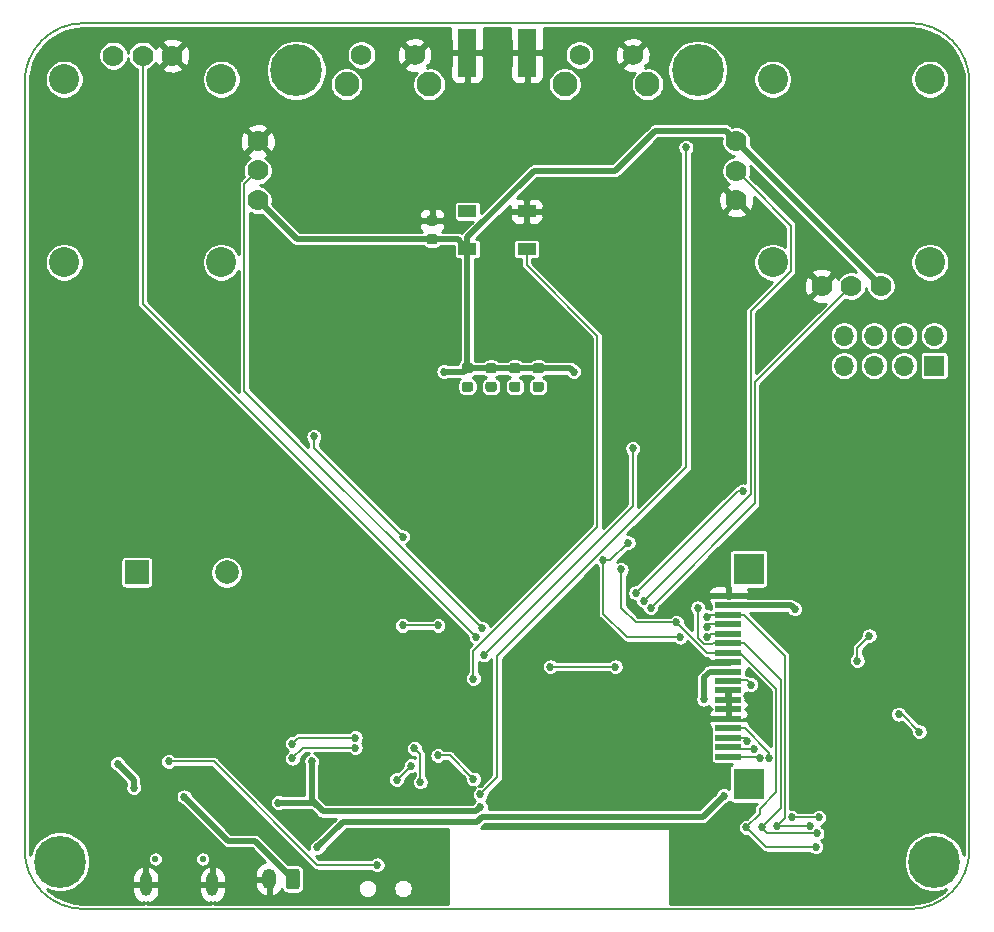
<source format=gbr>
%TF.GenerationSoftware,KiCad,Pcbnew,5.1.6-c6e7f7d~86~ubuntu20.04.1*%
%TF.CreationDate,2020-05-16T11:05:40+02:00*%
%TF.ProjectId,esp32_radio,65737033-325f-4726-9164-696f2e6b6963,V0.1*%
%TF.SameCoordinates,Original*%
%TF.FileFunction,Copper,L2,Bot*%
%TF.FilePolarity,Positive*%
%FSLAX46Y46*%
G04 Gerber Fmt 4.6, Leading zero omitted, Abs format (unit mm)*
G04 Created by KiCad (PCBNEW 5.1.6-c6e7f7d~86~ubuntu20.04.1) date 2020-05-16 11:05:40*
%MOMM*%
%LPD*%
G01*
G04 APERTURE LIST*
%TA.AperFunction,Profile*%
%ADD10C,0.150000*%
%TD*%
%TA.AperFunction,ComponentPad*%
%ADD11C,1.150000*%
%TD*%
%TA.AperFunction,SMDPad,CuDef*%
%ADD12R,2.200000X0.500000*%
%TD*%
%TA.AperFunction,SMDPad,CuDef*%
%ADD13R,2.600000X2.600000*%
%TD*%
%TA.AperFunction,ComponentPad*%
%ADD14O,1.200000X1.750000*%
%TD*%
%TA.AperFunction,ComponentPad*%
%ADD15C,2.100000*%
%TD*%
%TA.AperFunction,ComponentPad*%
%ADD16C,1.750000*%
%TD*%
%TA.AperFunction,SMDPad,CuDef*%
%ADD17R,1.524000X4.064000*%
%TD*%
%TA.AperFunction,ComponentPad*%
%ADD18C,1.778000*%
%TD*%
%TA.AperFunction,WasherPad*%
%ADD19C,2.540000*%
%TD*%
%TA.AperFunction,ComponentPad*%
%ADD20C,0.550000*%
%TD*%
%TA.AperFunction,ComponentPad*%
%ADD21O,1.000000X2.000000*%
%TD*%
%TA.AperFunction,ComponentPad*%
%ADD22C,4.400000*%
%TD*%
%TA.AperFunction,ComponentPad*%
%ADD23R,2.000000X2.000000*%
%TD*%
%TA.AperFunction,ComponentPad*%
%ADD24C,2.000000*%
%TD*%
%TA.AperFunction,ComponentPad*%
%ADD25R,1.700000X1.700000*%
%TD*%
%TA.AperFunction,ComponentPad*%
%ADD26O,1.700000X1.700000*%
%TD*%
%TA.AperFunction,SMDPad,CuDef*%
%ADD27R,1.600000X1.000000*%
%TD*%
%TA.AperFunction,ViaPad*%
%ADD28C,0.685800*%
%TD*%
%TA.AperFunction,Conductor*%
%ADD29C,0.500000*%
%TD*%
%TA.AperFunction,Conductor*%
%ADD30C,0.200000*%
%TD*%
%TA.AperFunction,Conductor*%
%ADD31C,0.254000*%
%TD*%
G04 APERTURE END LIST*
D10*
X107188000Y-109088000D02*
G75*
G03*
X112188000Y-114088000I5000000J0D01*
G01*
X182188000Y-114088000D02*
G75*
G03*
X187188000Y-109088000I0J5000000D01*
G01*
X187188000Y-44088000D02*
G75*
G03*
X182188000Y-39088000I-5000000J0D01*
G01*
X112188000Y-39088000D02*
G75*
G03*
X107188000Y-44088000I0J-5000000D01*
G01*
X182188000Y-39088000D02*
X112188000Y-39088000D01*
X187188000Y-109088000D02*
X187188000Y-44088000D01*
X112188000Y-114088000D02*
X182188000Y-114088000D01*
X107188000Y-44088000D02*
X107188000Y-109088000D01*
D11*
X151328000Y-96968000D03*
X152578000Y-96968000D03*
X153828000Y-96968000D03*
X155078000Y-96968000D03*
X151328000Y-98218000D03*
X152578000Y-98218000D03*
X153828000Y-98218000D03*
X155078000Y-98218000D03*
X151328000Y-99468000D03*
X152578000Y-99468000D03*
X153828000Y-99468000D03*
X155078000Y-99468000D03*
X151328000Y-100718000D03*
X152578000Y-100718000D03*
X153828000Y-100718000D03*
X155078000Y-100718000D03*
D12*
X166788000Y-87588000D03*
X166788000Y-88388000D03*
X166788000Y-89188000D03*
X166788000Y-89988000D03*
X166788000Y-90788000D03*
X166788000Y-91588000D03*
X166788000Y-92388000D03*
X166788000Y-93188000D03*
X166788000Y-93988000D03*
X166788000Y-94788000D03*
X166788000Y-95588000D03*
X166788000Y-96388000D03*
X166788000Y-97188000D03*
X166788000Y-97988000D03*
X166788000Y-98788000D03*
X166788000Y-99588000D03*
X166788000Y-100388000D03*
X166788000Y-101188000D03*
D13*
X168488000Y-85288000D03*
X168488000Y-103488000D03*
D14*
X127895600Y-111556800D03*
%TA.AperFunction,ComponentPad*%
G36*
G01*
X130495600Y-110931799D02*
X130495600Y-112181801D01*
G75*
G02*
X130245601Y-112431800I-249999J0D01*
G01*
X129545599Y-112431800D01*
G75*
G02*
X129295600Y-112181801I0J249999D01*
G01*
X129295600Y-110931799D01*
G75*
G02*
X129545599Y-110681800I249999J0D01*
G01*
X130245601Y-110681800D01*
G75*
G02*
X130495600Y-110931799I0J-249999D01*
G01*
G37*
%TD.AperFunction*%
D15*
X152918000Y-44273000D03*
D16*
X154178000Y-41783000D03*
X158678000Y-41783000D03*
D15*
X159928000Y-44273000D03*
X134448000Y-44273000D03*
D16*
X135708000Y-41783000D03*
X140208000Y-41783000D03*
D15*
X141458000Y-44273000D03*
D17*
X144648000Y-41588000D03*
X149728000Y-41588000D03*
D18*
X179688000Y-61338000D03*
X177188000Y-61338000D03*
X174688000Y-61338000D03*
D19*
X183838000Y-43838000D03*
X183838000Y-59338000D03*
X170538000Y-59338000D03*
X170538000Y-43838000D03*
D18*
X167438000Y-49088000D03*
X167438000Y-51608076D03*
X167438000Y-54088000D03*
X114688000Y-41838000D03*
X117188000Y-41838000D03*
X119688000Y-41838000D03*
D19*
X110538000Y-59338000D03*
X110538000Y-43838000D03*
X123838000Y-43838000D03*
X123838000Y-59338000D03*
D18*
X126938000Y-54088000D03*
X126938000Y-51567924D03*
X126938000Y-49088000D03*
D20*
X118269000Y-109864000D03*
D21*
X117444000Y-112014000D03*
X123094000Y-112014000D03*
D20*
X122269000Y-109864000D03*
%TA.AperFunction,SMDPad,CuDef*%
G36*
G01*
X141944250Y-56238000D02*
X141431750Y-56238000D01*
G75*
G02*
X141213000Y-56019250I0J218750D01*
G01*
X141213000Y-55581750D01*
G75*
G02*
X141431750Y-55363000I218750J0D01*
G01*
X141944250Y-55363000D01*
G75*
G02*
X142163000Y-55581750I0J-218750D01*
G01*
X142163000Y-56019250D01*
G75*
G02*
X141944250Y-56238000I-218750J0D01*
G01*
G37*
%TD.AperFunction*%
%TA.AperFunction,SMDPad,CuDef*%
G36*
G01*
X141944250Y-57813000D02*
X141431750Y-57813000D01*
G75*
G02*
X141213000Y-57594250I0J218750D01*
G01*
X141213000Y-57156750D01*
G75*
G02*
X141431750Y-56938000I218750J0D01*
G01*
X141944250Y-56938000D01*
G75*
G02*
X142163000Y-57156750I0J-218750D01*
G01*
X142163000Y-57594250D01*
G75*
G02*
X141944250Y-57813000I-218750J0D01*
G01*
G37*
%TD.AperFunction*%
%TA.AperFunction,SMDPad,CuDef*%
G36*
G01*
X144431750Y-69438000D02*
X144944250Y-69438000D01*
G75*
G02*
X145163000Y-69656750I0J-218750D01*
G01*
X145163000Y-70094250D01*
G75*
G02*
X144944250Y-70313000I-218750J0D01*
G01*
X144431750Y-70313000D01*
G75*
G02*
X144213000Y-70094250I0J218750D01*
G01*
X144213000Y-69656750D01*
G75*
G02*
X144431750Y-69438000I218750J0D01*
G01*
G37*
%TD.AperFunction*%
%TA.AperFunction,SMDPad,CuDef*%
G36*
G01*
X144431750Y-67863000D02*
X144944250Y-67863000D01*
G75*
G02*
X145163000Y-68081750I0J-218750D01*
G01*
X145163000Y-68519250D01*
G75*
G02*
X144944250Y-68738000I-218750J0D01*
G01*
X144431750Y-68738000D01*
G75*
G02*
X144213000Y-68519250I0J218750D01*
G01*
X144213000Y-68081750D01*
G75*
G02*
X144431750Y-67863000I218750J0D01*
G01*
G37*
%TD.AperFunction*%
%TA.AperFunction,SMDPad,CuDef*%
G36*
G01*
X146431750Y-69438000D02*
X146944250Y-69438000D01*
G75*
G02*
X147163000Y-69656750I0J-218750D01*
G01*
X147163000Y-70094250D01*
G75*
G02*
X146944250Y-70313000I-218750J0D01*
G01*
X146431750Y-70313000D01*
G75*
G02*
X146213000Y-70094250I0J218750D01*
G01*
X146213000Y-69656750D01*
G75*
G02*
X146431750Y-69438000I218750J0D01*
G01*
G37*
%TD.AperFunction*%
%TA.AperFunction,SMDPad,CuDef*%
G36*
G01*
X146431750Y-67863000D02*
X146944250Y-67863000D01*
G75*
G02*
X147163000Y-68081750I0J-218750D01*
G01*
X147163000Y-68519250D01*
G75*
G02*
X146944250Y-68738000I-218750J0D01*
G01*
X146431750Y-68738000D01*
G75*
G02*
X146213000Y-68519250I0J218750D01*
G01*
X146213000Y-68081750D01*
G75*
G02*
X146431750Y-67863000I218750J0D01*
G01*
G37*
%TD.AperFunction*%
%TA.AperFunction,SMDPad,CuDef*%
G36*
G01*
X148431750Y-69438000D02*
X148944250Y-69438000D01*
G75*
G02*
X149163000Y-69656750I0J-218750D01*
G01*
X149163000Y-70094250D01*
G75*
G02*
X148944250Y-70313000I-218750J0D01*
G01*
X148431750Y-70313000D01*
G75*
G02*
X148213000Y-70094250I0J218750D01*
G01*
X148213000Y-69656750D01*
G75*
G02*
X148431750Y-69438000I218750J0D01*
G01*
G37*
%TD.AperFunction*%
%TA.AperFunction,SMDPad,CuDef*%
G36*
G01*
X148431750Y-67863000D02*
X148944250Y-67863000D01*
G75*
G02*
X149163000Y-68081750I0J-218750D01*
G01*
X149163000Y-68519250D01*
G75*
G02*
X148944250Y-68738000I-218750J0D01*
G01*
X148431750Y-68738000D01*
G75*
G02*
X148213000Y-68519250I0J218750D01*
G01*
X148213000Y-68081750D01*
G75*
G02*
X148431750Y-67863000I218750J0D01*
G01*
G37*
%TD.AperFunction*%
%TA.AperFunction,SMDPad,CuDef*%
G36*
G01*
X150431750Y-69438000D02*
X150944250Y-69438000D01*
G75*
G02*
X151163000Y-69656750I0J-218750D01*
G01*
X151163000Y-70094250D01*
G75*
G02*
X150944250Y-70313000I-218750J0D01*
G01*
X150431750Y-70313000D01*
G75*
G02*
X150213000Y-70094250I0J218750D01*
G01*
X150213000Y-69656750D01*
G75*
G02*
X150431750Y-69438000I218750J0D01*
G01*
G37*
%TD.AperFunction*%
%TA.AperFunction,SMDPad,CuDef*%
G36*
G01*
X150431750Y-67863000D02*
X150944250Y-67863000D01*
G75*
G02*
X151163000Y-68081750I0J-218750D01*
G01*
X151163000Y-68519250D01*
G75*
G02*
X150944250Y-68738000I-218750J0D01*
G01*
X150431750Y-68738000D01*
G75*
G02*
X150213000Y-68519250I0J218750D01*
G01*
X150213000Y-68081750D01*
G75*
G02*
X150431750Y-67863000I218750J0D01*
G01*
G37*
%TD.AperFunction*%
D22*
X184188000Y-110088000D03*
X130188000Y-43088000D03*
X164188000Y-43088000D03*
X110188000Y-110088000D03*
D23*
X116688000Y-85588000D03*
D24*
X124288000Y-85588000D03*
D25*
X184188000Y-68088000D03*
D26*
X184188000Y-65548000D03*
X181648000Y-68088000D03*
X181648000Y-65548000D03*
X179108000Y-68088000D03*
X179108000Y-65548000D03*
X176568000Y-68088000D03*
X176568000Y-65548000D03*
D27*
X149688000Y-55016800D03*
X149688000Y-58216800D03*
X144688000Y-55016800D03*
X144688000Y-58216800D03*
D28*
X170162698Y-111506000D03*
X114188000Y-106088000D03*
X114188000Y-105088000D03*
X114188000Y-104088000D03*
X164688000Y-98088000D03*
X176188000Y-103088000D03*
X136688000Y-96838000D03*
X138188000Y-92088000D03*
X119438000Y-93338000D03*
X121188000Y-93338000D03*
X123688000Y-95838000D03*
X123438000Y-94088000D03*
X156388000Y-91288000D03*
X174188000Y-77488000D03*
X179388000Y-79288000D03*
X173788000Y-92288000D03*
X169788000Y-89488000D03*
X168388000Y-96088000D03*
X115061277Y-101785599D03*
X120688000Y-104588000D03*
X116438000Y-103838000D03*
X166388000Y-104488000D03*
X131988000Y-108888000D03*
X131508300Y-101588000D03*
X164688000Y-96338000D03*
X128688000Y-105088000D03*
X142688000Y-68588000D03*
X153688000Y-68588000D03*
X145788000Y-105488000D03*
X172388000Y-88688000D03*
X157688000Y-85338000D03*
X168288000Y-107188000D03*
X162379833Y-89838000D03*
X174188000Y-108838000D03*
X182938000Y-99088000D03*
X181188000Y-97588000D03*
X145438000Y-91088000D03*
X142188000Y-90088000D03*
X139188000Y-90088000D03*
X129867700Y-100088000D03*
X135188000Y-99588000D03*
X145188000Y-103088000D03*
X142188000Y-101088000D03*
X168688000Y-95088000D03*
X172155200Y-106338000D03*
X174438000Y-106338000D03*
X164188000Y-88588000D03*
X169588000Y-107188000D03*
X169588000Y-107188000D03*
X174280698Y-107683300D03*
X164938000Y-89338000D03*
X156188000Y-84588000D03*
X170888000Y-107088000D03*
X173688000Y-107088000D03*
X162688000Y-91088000D03*
X158283300Y-83088000D03*
X144688000Y-69875500D03*
X146688000Y-69875500D03*
X148688000Y-69875500D03*
X150688000Y-69875500D03*
X146092700Y-92588000D03*
X158688000Y-75088000D03*
X138688000Y-103143300D03*
X139938000Y-101952700D03*
X151688000Y-93588000D03*
X157188000Y-93588000D03*
X158938000Y-87338000D03*
X168049361Y-78699361D03*
X145188000Y-94588000D03*
X164939840Y-90178043D03*
X164994572Y-91073310D03*
X160188000Y-88588000D03*
X159595302Y-87995302D03*
X145938000Y-90338000D03*
X129867700Y-101338000D03*
X135188000Y-100426203D03*
X170256203Y-101346000D03*
X169418000Y-101346000D03*
X168983927Y-100584000D03*
X168388627Y-99835373D03*
X137033000Y-110363000D03*
X119379151Y-101601494D03*
X163188000Y-49588000D03*
X145765655Y-104382240D03*
X139188000Y-82588000D03*
X131688000Y-74088000D03*
X140688000Y-103338000D03*
X140201533Y-100492700D03*
X177688000Y-93088000D03*
X178688000Y-90972700D03*
D29*
X153828000Y-100718000D02*
X155078000Y-100718000D01*
X164788000Y-97988000D02*
X164688000Y-98088000D01*
X166788000Y-97988000D02*
X164788000Y-97988000D01*
X166788000Y-95588000D02*
X166788000Y-96388000D01*
X129895600Y-111556800D02*
X126676800Y-108338000D01*
X124438000Y-108338000D02*
X120688000Y-104588000D01*
X126676800Y-108338000D02*
X124438000Y-108338000D01*
X116438000Y-103162322D02*
X115061277Y-101785599D01*
X116438000Y-103838000D02*
X116438000Y-103162322D01*
X166388000Y-104488000D02*
X164588000Y-106288000D01*
X164588000Y-106288000D02*
X150788000Y-106288000D01*
X145910647Y-106288000D02*
X145510647Y-106688000D01*
X150788000Y-106288000D02*
X145910647Y-106288000D01*
X145510647Y-106688000D02*
X134188000Y-106688000D01*
X134188000Y-106688000D02*
X131988000Y-108888000D01*
X179688000Y-61338000D02*
X167438000Y-49088000D01*
X131433301Y-101662999D02*
X131508300Y-101588000D01*
X164688000Y-94488000D02*
X164688000Y-96338000D01*
X166788000Y-93988000D02*
X165188000Y-93988000D01*
X165188000Y-93988000D02*
X164688000Y-94488000D01*
X128688000Y-105088000D02*
X131688000Y-105088000D01*
X131938000Y-105338000D02*
X131688000Y-105088000D01*
X144688000Y-58216800D02*
X144688000Y-68300500D01*
X144400500Y-68588000D02*
X144688000Y-68300500D01*
X142688000Y-68588000D02*
X144400500Y-68588000D01*
X144688000Y-68300500D02*
X146688000Y-68300500D01*
X146688000Y-68300500D02*
X148688000Y-68300500D01*
X148688000Y-68300500D02*
X150688000Y-68300500D01*
X150688000Y-68300500D02*
X153400500Y-68300500D01*
X153400500Y-68300500D02*
X153688000Y-68588000D01*
X130225500Y-57375500D02*
X141688000Y-57375500D01*
X126938000Y-54088000D02*
X130225500Y-57375500D01*
X143846700Y-57375500D02*
X144688000Y-58216800D01*
X141688000Y-57375500D02*
X143846700Y-57375500D01*
X144688000Y-57216800D02*
X150316800Y-51588000D01*
X144688000Y-58216800D02*
X144688000Y-57216800D01*
X150316800Y-51588000D02*
X157188000Y-51588000D01*
X166549001Y-48199001D02*
X167438000Y-49088000D01*
X160576999Y-48199001D02*
X166549001Y-48199001D01*
X157188000Y-51588000D02*
X160576999Y-48199001D01*
X131508300Y-104908300D02*
X131508300Y-101588000D01*
X131688000Y-105088000D02*
X131508300Y-104908300D01*
X132430899Y-105830899D02*
X131508300Y-104908300D01*
X145445101Y-105830899D02*
X132430899Y-105830899D01*
X145788000Y-105488000D02*
X145445101Y-105830899D01*
X172088000Y-88388000D02*
X172388000Y-88688000D01*
X166788000Y-88388000D02*
X172088000Y-88388000D01*
D30*
X157688000Y-85338000D02*
X157688000Y-87588000D01*
X166788000Y-92388000D02*
X164929833Y-92388000D01*
X170851504Y-104178818D02*
X169442322Y-105588000D01*
X170851504Y-95447182D02*
X170851504Y-104178818D01*
X166788000Y-92388000D02*
X167792322Y-92388000D01*
X167792322Y-92388000D02*
X170851504Y-95447182D01*
X169442322Y-105588000D02*
X169442322Y-106033678D01*
X169442322Y-106033678D02*
X168288000Y-107188000D01*
X157688000Y-87588000D02*
X157688000Y-88588000D01*
X164929833Y-92388000D02*
X163188000Y-90646167D01*
X163188000Y-90646167D02*
X162379833Y-89838000D01*
X162379833Y-89838000D02*
X158938000Y-89838000D01*
X158938000Y-89838000D02*
X157688000Y-88588000D01*
X168288000Y-107188000D02*
X169938000Y-108838000D01*
X169938000Y-108838000D02*
X174188000Y-108838000D01*
X182938000Y-99088000D02*
X181438000Y-97588000D01*
X181438000Y-97588000D02*
X181188000Y-97588000D01*
X117188000Y-62838000D02*
X117188000Y-60338000D01*
X145438000Y-91088000D02*
X117188000Y-62838000D01*
X117188000Y-41838000D02*
X117188000Y-60338000D01*
X142188000Y-90088000D02*
X139188000Y-90088000D01*
X129867700Y-100088000D02*
X130367700Y-99588000D01*
X130367700Y-99588000D02*
X135188000Y-99588000D01*
X145188000Y-103088000D02*
X143188000Y-101088000D01*
X143188000Y-101088000D02*
X142188000Y-101088000D01*
X166838000Y-94838000D02*
X166788000Y-94788000D01*
X166830899Y-94745101D02*
X166788000Y-94788000D01*
X168345101Y-94745101D02*
X166830899Y-94745101D01*
X168688000Y-95088000D02*
X168345101Y-94745101D01*
X172155200Y-106338000D02*
X174438000Y-106338000D01*
X165488000Y-91588000D02*
X165407389Y-91668611D01*
X166788000Y-91588000D02*
X165488000Y-91588000D01*
X165407389Y-91668611D02*
X164708827Y-91668611D01*
X164708827Y-91668611D02*
X164188000Y-91147784D01*
X164188000Y-91147784D02*
X164188000Y-88588000D01*
X168088000Y-91588000D02*
X166788000Y-91588000D01*
X171203914Y-94703914D02*
X168088000Y-91588000D01*
X171203914Y-105572086D02*
X171203914Y-94703914D01*
X169588000Y-107188000D02*
X171203914Y-105572086D01*
X174280697Y-107683301D02*
X174280698Y-107683300D01*
X169588000Y-107188000D02*
X170083301Y-107683301D01*
X170083301Y-107683301D02*
X174280697Y-107683301D01*
X166788000Y-89188000D02*
X165088000Y-89188000D01*
X165088000Y-89188000D02*
X164938000Y-89338000D01*
X171556324Y-106419676D02*
X171556324Y-92656324D01*
X168088000Y-89188000D02*
X166788000Y-89188000D01*
X171556324Y-92656324D02*
X168088000Y-89188000D01*
X170888000Y-107088000D02*
X171556324Y-106419676D01*
X170888000Y-107088000D02*
X173688000Y-107088000D01*
X158188000Y-91088000D02*
X162688000Y-91088000D01*
X156188000Y-84588000D02*
X156188000Y-89088000D01*
X156188000Y-89088000D02*
X158188000Y-91088000D01*
X156783300Y-84588000D02*
X156188000Y-84588000D01*
X158283300Y-83088000D02*
X156783300Y-84588000D01*
X146092700Y-92588000D02*
X158688000Y-79992700D01*
X158688000Y-79992700D02*
X158688000Y-75088000D01*
X138688000Y-103143300D02*
X138747400Y-103143300D01*
X138747400Y-103143300D02*
X139938000Y-101952700D01*
X151688000Y-93588000D02*
X157319046Y-93588000D01*
X157319046Y-93588000D02*
X157188000Y-93588000D01*
X158938000Y-87338000D02*
X167576639Y-78699361D01*
X167576639Y-78699361D02*
X168049361Y-78699361D01*
X145188000Y-92219046D02*
X155688000Y-81719046D01*
X145188000Y-94588000D02*
X145188000Y-92219046D01*
X155688000Y-81719046D02*
X155688000Y-65588000D01*
X149688000Y-59588000D02*
X149688000Y-59088000D01*
X155688000Y-65588000D02*
X149688000Y-59588000D01*
X149688000Y-59088000D02*
X149688000Y-58216800D01*
X165129883Y-89988000D02*
X164939840Y-90178043D01*
X166788000Y-89988000D02*
X165129883Y-89988000D01*
X166788000Y-90788000D02*
X165279882Y-90788000D01*
X165279882Y-90788000D02*
X164994572Y-91073310D01*
X169015599Y-69510401D02*
X176299001Y-62226999D01*
X176299001Y-62226999D02*
X177188000Y-61338000D01*
X169015599Y-79760401D02*
X169015599Y-69510401D01*
X160188000Y-88588000D02*
X169015599Y-79760401D01*
X168326999Y-52497075D02*
X167438000Y-51608076D01*
X172060401Y-60068753D02*
X172060401Y-56230477D01*
X172060401Y-56230477D02*
X168326999Y-52497075D01*
X168663189Y-63465965D02*
X172060401Y-60068753D01*
X168663189Y-78927415D02*
X168663189Y-63465965D01*
X159595302Y-87995302D02*
X168663189Y-78927415D01*
X126049001Y-52456923D02*
X126938000Y-51567924D01*
X125796599Y-52709325D02*
X126049001Y-52456923D01*
X125796599Y-70196599D02*
X125796599Y-52709325D01*
X145938000Y-90338000D02*
X125796599Y-70196599D01*
X129867700Y-101338000D02*
X130779497Y-100426203D01*
X130779497Y-100426203D02*
X135188000Y-100426203D01*
X168088000Y-98788000D02*
X166788000Y-98788000D01*
X168183136Y-98788000D02*
X168088000Y-98788000D01*
X170256203Y-100861067D02*
X168183136Y-98788000D01*
X170256203Y-101346000D02*
X170256203Y-100861067D01*
X166788000Y-101188000D02*
X169260000Y-101188000D01*
X169260000Y-101188000D02*
X169418000Y-101346000D01*
X166984000Y-100584000D02*
X166788000Y-100388000D01*
X168983927Y-100584000D02*
X166984000Y-100584000D01*
X166788000Y-99588000D02*
X168141254Y-99588000D01*
X168141254Y-99588000D02*
X168388627Y-99835373D01*
X123190000Y-101600000D02*
X131953000Y-110363000D01*
X131953000Y-110363000D02*
X137033000Y-110363000D01*
X119380645Y-101600000D02*
X119379151Y-101601494D01*
X119426000Y-101600000D02*
X119380645Y-101600000D01*
X119426000Y-101600000D02*
X123190000Y-101600000D01*
X147188000Y-92706954D02*
X163188000Y-76706954D01*
X163188000Y-76706954D02*
X163188000Y-49588000D01*
X145765655Y-104382240D02*
X147188000Y-102959895D01*
X147188000Y-102959895D02*
X147188000Y-101088000D01*
X147188000Y-101088000D02*
X147188000Y-92706954D01*
X139188000Y-82588000D02*
X131688000Y-75088000D01*
X131688000Y-75088000D02*
X131688000Y-74088000D01*
X140688000Y-103338000D02*
X140688000Y-101683301D01*
X140688000Y-101683301D02*
X140688000Y-100979167D01*
X140688000Y-100979167D02*
X140201533Y-100492700D01*
X177688000Y-93088000D02*
X177688000Y-91972700D01*
X177688000Y-91972700D02*
X178688000Y-90972700D01*
D31*
G36*
X143247928Y-39556000D02*
G01*
X143251000Y-41302250D01*
X143409750Y-41461000D01*
X144521000Y-41461000D01*
X144521000Y-41441000D01*
X144775000Y-41441000D01*
X144775000Y-41461000D01*
X145886250Y-41461000D01*
X146045000Y-41302250D01*
X146048072Y-39556000D01*
X146046425Y-39539281D01*
X148329575Y-39539281D01*
X148327928Y-39556000D01*
X148331000Y-41302250D01*
X148489750Y-41461000D01*
X149601000Y-41461000D01*
X149601000Y-41441000D01*
X149855000Y-41441000D01*
X149855000Y-41461000D01*
X150966250Y-41461000D01*
X151125000Y-41302250D01*
X151128072Y-39556000D01*
X151126425Y-39539281D01*
X182167907Y-39539281D01*
X182993192Y-39612936D01*
X183772926Y-39826247D01*
X184502572Y-40174269D01*
X185159055Y-40646001D01*
X185721626Y-41226528D01*
X186172500Y-41897501D01*
X186497432Y-42637714D01*
X186686981Y-43427244D01*
X186736720Y-44104560D01*
X186736719Y-109067907D01*
X186698043Y-109501259D01*
X186665276Y-109336526D01*
X186471071Y-108867673D01*
X186189128Y-108445716D01*
X185830284Y-108086872D01*
X185408327Y-107804929D01*
X184939474Y-107610724D01*
X184441742Y-107511719D01*
X183934258Y-107511719D01*
X183436526Y-107610724D01*
X182967673Y-107804929D01*
X182545716Y-108086872D01*
X182186872Y-108445716D01*
X181904929Y-108867673D01*
X181710724Y-109336526D01*
X181611719Y-109834258D01*
X181611719Y-110341742D01*
X181710724Y-110839474D01*
X181904929Y-111308327D01*
X182186872Y-111730284D01*
X182545716Y-112089128D01*
X182967673Y-112371071D01*
X183436526Y-112565276D01*
X183934258Y-112664281D01*
X184441742Y-112664281D01*
X184939474Y-112565276D01*
X185233146Y-112443633D01*
X185049472Y-112621626D01*
X184378499Y-113072500D01*
X183638283Y-113397433D01*
X182848756Y-113586981D01*
X182171453Y-113636719D01*
X161815000Y-113636719D01*
X161815000Y-107338000D01*
X161812560Y-107313224D01*
X161805333Y-107289399D01*
X161793597Y-107267443D01*
X161777803Y-107248197D01*
X161758557Y-107232403D01*
X161736601Y-107220667D01*
X161712776Y-107213440D01*
X161688000Y-107211000D01*
X145860581Y-107211000D01*
X145955637Y-107132990D01*
X145975252Y-107109089D01*
X146170060Y-106914281D01*
X164557246Y-106914281D01*
X164588000Y-106917310D01*
X164618754Y-106914281D01*
X164618764Y-106914281D01*
X164710772Y-106905219D01*
X164828827Y-106869408D01*
X164937626Y-106811253D01*
X165032990Y-106732990D01*
X165052605Y-106709089D01*
X166578272Y-105183423D01*
X166597777Y-105179543D01*
X166728660Y-105125330D01*
X166846451Y-105046625D01*
X166883264Y-105009812D01*
X166920642Y-105055358D01*
X166977938Y-105102379D01*
X167043307Y-105137320D01*
X167114236Y-105158836D01*
X167188000Y-105166101D01*
X169190659Y-105166101D01*
X169122090Y-105234670D01*
X169103911Y-105249589D01*
X169044393Y-105322112D01*
X169008673Y-105388941D01*
X169000167Y-105404854D01*
X168972933Y-105494633D01*
X168963737Y-105588000D01*
X168966041Y-105611393D01*
X168966041Y-105836396D01*
X168333619Y-106468819D01*
X168217167Y-106468819D01*
X168078223Y-106496457D01*
X167947340Y-106550670D01*
X167829549Y-106629375D01*
X167729375Y-106729549D01*
X167650670Y-106847340D01*
X167596457Y-106978223D01*
X167568819Y-107117167D01*
X167568819Y-107258833D01*
X167596457Y-107397777D01*
X167650670Y-107528660D01*
X167729375Y-107646451D01*
X167829549Y-107746625D01*
X167947340Y-107825330D01*
X168078223Y-107879543D01*
X168217167Y-107907181D01*
X168333619Y-107907181D01*
X169584674Y-109158237D01*
X169599589Y-109176411D01*
X169672112Y-109235929D01*
X169720014Y-109261533D01*
X169754853Y-109280155D01*
X169844632Y-109307389D01*
X169937999Y-109316585D01*
X169961392Y-109314281D01*
X173647205Y-109314281D01*
X173729549Y-109396625D01*
X173847340Y-109475330D01*
X173978223Y-109529543D01*
X174117167Y-109557181D01*
X174258833Y-109557181D01*
X174397777Y-109529543D01*
X174528660Y-109475330D01*
X174646451Y-109396625D01*
X174746625Y-109296451D01*
X174825330Y-109178660D01*
X174879543Y-109047777D01*
X174907181Y-108908833D01*
X174907181Y-108767167D01*
X174879543Y-108628223D01*
X174825330Y-108497340D01*
X174746625Y-108379549D01*
X174661131Y-108294055D01*
X174739149Y-108241925D01*
X174839323Y-108141751D01*
X174918028Y-108023960D01*
X174972241Y-107893077D01*
X174999879Y-107754133D01*
X174999879Y-107612467D01*
X174972241Y-107473523D01*
X174918028Y-107342640D01*
X174839323Y-107224849D01*
X174739149Y-107124675D01*
X174621358Y-107045970D01*
X174603137Y-107038423D01*
X174647777Y-107029543D01*
X174778660Y-106975330D01*
X174896451Y-106896625D01*
X174996625Y-106796451D01*
X175075330Y-106678660D01*
X175129543Y-106547777D01*
X175157181Y-106408833D01*
X175157181Y-106267167D01*
X175129543Y-106128223D01*
X175075330Y-105997340D01*
X174996625Y-105879549D01*
X174896451Y-105779375D01*
X174778660Y-105700670D01*
X174647777Y-105646457D01*
X174508833Y-105618819D01*
X174367167Y-105618819D01*
X174228223Y-105646457D01*
X174097340Y-105700670D01*
X173979549Y-105779375D01*
X173897205Y-105861719D01*
X172695995Y-105861719D01*
X172613651Y-105779375D01*
X172495860Y-105700670D01*
X172364977Y-105646457D01*
X172226033Y-105618819D01*
X172084367Y-105618819D01*
X172032605Y-105629115D01*
X172032605Y-97517167D01*
X180468819Y-97517167D01*
X180468819Y-97658833D01*
X180496457Y-97797777D01*
X180550670Y-97928660D01*
X180629375Y-98046451D01*
X180729549Y-98146625D01*
X180847340Y-98225330D01*
X180978223Y-98279543D01*
X181117167Y-98307181D01*
X181258833Y-98307181D01*
X181397777Y-98279543D01*
X181438933Y-98262496D01*
X182218819Y-99042382D01*
X182218819Y-99158833D01*
X182246457Y-99297777D01*
X182300670Y-99428660D01*
X182379375Y-99546451D01*
X182479549Y-99646625D01*
X182597340Y-99725330D01*
X182728223Y-99779543D01*
X182867167Y-99807181D01*
X183008833Y-99807181D01*
X183147777Y-99779543D01*
X183278660Y-99725330D01*
X183396451Y-99646625D01*
X183496625Y-99546451D01*
X183575330Y-99428660D01*
X183629543Y-99297777D01*
X183657181Y-99158833D01*
X183657181Y-99017167D01*
X183629543Y-98878223D01*
X183575330Y-98747340D01*
X183496625Y-98629549D01*
X183396451Y-98529375D01*
X183278660Y-98450670D01*
X183147777Y-98396457D01*
X183008833Y-98368819D01*
X182892382Y-98368819D01*
X181863816Y-97340254D01*
X181825330Y-97247340D01*
X181746625Y-97129549D01*
X181646451Y-97029375D01*
X181528660Y-96950670D01*
X181397777Y-96896457D01*
X181258833Y-96868819D01*
X181117167Y-96868819D01*
X180978223Y-96896457D01*
X180847340Y-96950670D01*
X180729549Y-97029375D01*
X180629375Y-97129549D01*
X180550670Y-97247340D01*
X180496457Y-97378223D01*
X180468819Y-97517167D01*
X172032605Y-97517167D01*
X172032605Y-93017167D01*
X176968819Y-93017167D01*
X176968819Y-93158833D01*
X176996457Y-93297777D01*
X177050670Y-93428660D01*
X177129375Y-93546451D01*
X177229549Y-93646625D01*
X177347340Y-93725330D01*
X177478223Y-93779543D01*
X177617167Y-93807181D01*
X177758833Y-93807181D01*
X177897777Y-93779543D01*
X178028660Y-93725330D01*
X178146451Y-93646625D01*
X178246625Y-93546451D01*
X178325330Y-93428660D01*
X178379543Y-93297777D01*
X178407181Y-93158833D01*
X178407181Y-93017167D01*
X178379543Y-92878223D01*
X178325330Y-92747340D01*
X178246625Y-92629549D01*
X178164281Y-92547205D01*
X178164281Y-92169981D01*
X178642382Y-91691881D01*
X178758833Y-91691881D01*
X178897777Y-91664243D01*
X179028660Y-91610030D01*
X179146451Y-91531325D01*
X179246625Y-91431151D01*
X179325330Y-91313360D01*
X179379543Y-91182477D01*
X179407181Y-91043533D01*
X179407181Y-90901867D01*
X179379543Y-90762923D01*
X179325330Y-90632040D01*
X179246625Y-90514249D01*
X179146451Y-90414075D01*
X179028660Y-90335370D01*
X178897777Y-90281157D01*
X178758833Y-90253519D01*
X178617167Y-90253519D01*
X178478223Y-90281157D01*
X178347340Y-90335370D01*
X178229549Y-90414075D01*
X178129375Y-90514249D01*
X178050670Y-90632040D01*
X177996457Y-90762923D01*
X177968819Y-90901867D01*
X177968819Y-91018318D01*
X177367764Y-91619374D01*
X177349590Y-91634289D01*
X177290072Y-91706812D01*
X177288026Y-91710640D01*
X177245845Y-91789554D01*
X177218611Y-91879333D01*
X177209415Y-91972700D01*
X177211720Y-91996102D01*
X177211719Y-92547205D01*
X177129375Y-92629549D01*
X177050670Y-92747340D01*
X176996457Y-92878223D01*
X176968819Y-93017167D01*
X172032605Y-93017167D01*
X172032605Y-92679717D01*
X172034909Y-92656324D01*
X172025713Y-92562957D01*
X171998479Y-92473177D01*
X171986777Y-92451285D01*
X171954253Y-92390436D01*
X171894735Y-92317913D01*
X171876561Y-92302998D01*
X168587843Y-89014281D01*
X171744714Y-89014281D01*
X171750670Y-89028660D01*
X171829375Y-89146451D01*
X171929549Y-89246625D01*
X172047340Y-89325330D01*
X172178223Y-89379543D01*
X172317167Y-89407181D01*
X172458833Y-89407181D01*
X172597777Y-89379543D01*
X172728660Y-89325330D01*
X172846451Y-89246625D01*
X172946625Y-89146451D01*
X173025330Y-89028660D01*
X173079543Y-88897777D01*
X173107181Y-88758833D01*
X173107181Y-88617167D01*
X173079543Y-88478223D01*
X173025330Y-88347340D01*
X172946625Y-88229549D01*
X172846451Y-88129375D01*
X172728660Y-88050670D01*
X172597777Y-87996457D01*
X172578271Y-87992577D01*
X172552605Y-87966911D01*
X172532990Y-87943010D01*
X172437626Y-87864747D01*
X172328827Y-87806592D01*
X172210772Y-87770781D01*
X172118764Y-87761719D01*
X172118754Y-87761719D01*
X172088000Y-87758690D01*
X172057246Y-87761719D01*
X168414969Y-87761719D01*
X168364250Y-87711000D01*
X166915000Y-87711000D01*
X166915000Y-87735000D01*
X166661000Y-87735000D01*
X166661000Y-87711000D01*
X165211750Y-87711000D01*
X165053000Y-87869750D01*
X165063622Y-87969482D01*
X165101270Y-88088766D01*
X165161466Y-88198413D01*
X165241896Y-88294209D01*
X165309899Y-88348755D01*
X165309899Y-88638000D01*
X165317160Y-88711719D01*
X165295196Y-88711719D01*
X165278660Y-88700670D01*
X165147777Y-88646457D01*
X165008833Y-88618819D01*
X164907181Y-88618819D01*
X164907181Y-88517167D01*
X164879543Y-88378223D01*
X164825330Y-88247340D01*
X164746625Y-88129549D01*
X164646451Y-88029375D01*
X164528660Y-87950670D01*
X164397777Y-87896457D01*
X164258833Y-87868819D01*
X164117167Y-87868819D01*
X163978223Y-87896457D01*
X163847340Y-87950670D01*
X163729549Y-88029375D01*
X163629375Y-88129549D01*
X163550670Y-88247340D01*
X163496457Y-88378223D01*
X163468819Y-88517167D01*
X163468819Y-88658833D01*
X163496457Y-88797777D01*
X163550670Y-88928660D01*
X163629375Y-89046451D01*
X163711720Y-89128796D01*
X163711719Y-90496324D01*
X163541327Y-90325932D01*
X163541323Y-90325927D01*
X163099014Y-89883619D01*
X163099014Y-89767167D01*
X163071376Y-89628223D01*
X163017163Y-89497340D01*
X162938458Y-89379549D01*
X162838284Y-89279375D01*
X162720493Y-89200670D01*
X162589610Y-89146457D01*
X162450666Y-89118819D01*
X162309000Y-89118819D01*
X162170056Y-89146457D01*
X162039173Y-89200670D01*
X161921382Y-89279375D01*
X161839038Y-89361719D01*
X159135282Y-89361719D01*
X158164281Y-88390719D01*
X158164281Y-85878795D01*
X158246625Y-85796451D01*
X158325330Y-85678660D01*
X158379543Y-85547777D01*
X158407181Y-85408833D01*
X158407181Y-85267167D01*
X158379543Y-85128223D01*
X158325330Y-84997340D01*
X158246625Y-84879549D01*
X158146451Y-84779375D01*
X158028660Y-84700670D01*
X157897777Y-84646457D01*
X157758833Y-84618819D01*
X157617167Y-84618819D01*
X157478223Y-84646457D01*
X157347340Y-84700670D01*
X157337854Y-84707009D01*
X158237682Y-83807181D01*
X158354133Y-83807181D01*
X158493077Y-83779543D01*
X158623960Y-83725330D01*
X158741751Y-83646625D01*
X158841925Y-83546451D01*
X158920630Y-83428660D01*
X158974843Y-83297777D01*
X159002481Y-83158833D01*
X159002481Y-83017167D01*
X158974843Y-82878223D01*
X158920630Y-82747340D01*
X158841925Y-82629549D01*
X158741751Y-82529375D01*
X158623960Y-82450670D01*
X158493077Y-82396457D01*
X158354133Y-82368819D01*
X158212467Y-82368819D01*
X158196527Y-82371990D01*
X163508237Y-77060280D01*
X163526411Y-77045365D01*
X163585929Y-76972842D01*
X163630155Y-76890101D01*
X163657389Y-76800321D01*
X163664281Y-76730347D01*
X163664281Y-76730346D01*
X163666585Y-76706954D01*
X163664281Y-76683561D01*
X163664281Y-55144231D01*
X166561374Y-55144231D01*
X166643727Y-55397289D01*
X166914418Y-55527086D01*
X167205230Y-55601580D01*
X167504988Y-55617908D01*
X167802171Y-55575443D01*
X168085359Y-55475816D01*
X168232273Y-55397289D01*
X168314626Y-55144231D01*
X167438000Y-54267605D01*
X166561374Y-55144231D01*
X163664281Y-55144231D01*
X163664281Y-54154988D01*
X165908092Y-54154988D01*
X165950557Y-54452171D01*
X166050184Y-54735359D01*
X166128711Y-54882273D01*
X166381769Y-54964626D01*
X167258395Y-54088000D01*
X166381769Y-53211374D01*
X166128711Y-53293727D01*
X165998914Y-53564418D01*
X165924420Y-53855230D01*
X165908092Y-54154988D01*
X163664281Y-54154988D01*
X163664281Y-50128795D01*
X163746625Y-50046451D01*
X163825330Y-49928660D01*
X163879543Y-49797777D01*
X163907181Y-49658833D01*
X163907181Y-49517167D01*
X163879543Y-49378223D01*
X163825330Y-49247340D01*
X163746625Y-49129549D01*
X163646451Y-49029375D01*
X163528660Y-48950670D01*
X163397777Y-48896457D01*
X163258833Y-48868819D01*
X163117167Y-48868819D01*
X162978223Y-48896457D01*
X162847340Y-48950670D01*
X162729549Y-49029375D01*
X162629375Y-49129549D01*
X162550670Y-49247340D01*
X162496457Y-49378223D01*
X162468819Y-49517167D01*
X162468819Y-49658833D01*
X162496457Y-49797777D01*
X162550670Y-49928660D01*
X162629375Y-50046451D01*
X162711720Y-50128796D01*
X162711719Y-76509672D01*
X159159800Y-80061592D01*
X159164281Y-80016093D01*
X159164281Y-80016092D01*
X159166585Y-79992701D01*
X159164281Y-79969308D01*
X159164281Y-75628795D01*
X159246625Y-75546451D01*
X159325330Y-75428660D01*
X159379543Y-75297777D01*
X159407181Y-75158833D01*
X159407181Y-75017167D01*
X159379543Y-74878223D01*
X159325330Y-74747340D01*
X159246625Y-74629549D01*
X159146451Y-74529375D01*
X159028660Y-74450670D01*
X158897777Y-74396457D01*
X158758833Y-74368819D01*
X158617167Y-74368819D01*
X158478223Y-74396457D01*
X158347340Y-74450670D01*
X158229549Y-74529375D01*
X158129375Y-74629549D01*
X158050670Y-74747340D01*
X157996457Y-74878223D01*
X157968819Y-75017167D01*
X157968819Y-75158833D01*
X157996457Y-75297777D01*
X158050670Y-75428660D01*
X158129375Y-75546451D01*
X158211720Y-75628796D01*
X158211719Y-79795418D01*
X156141132Y-81866005D01*
X156157389Y-81812413D01*
X156164281Y-81742439D01*
X156164281Y-81742438D01*
X156166585Y-81719047D01*
X156164281Y-81695654D01*
X156164281Y-65611392D01*
X156166585Y-65587999D01*
X156157389Y-65494632D01*
X156130155Y-65404853D01*
X156085929Y-65322112D01*
X156026411Y-65249589D01*
X156008237Y-65234674D01*
X150164281Y-59390719D01*
X150164281Y-59094901D01*
X150488000Y-59094901D01*
X150561764Y-59087636D01*
X150632693Y-59066120D01*
X150698062Y-59031179D01*
X150755358Y-58984158D01*
X150802379Y-58926862D01*
X150837320Y-58861493D01*
X150858836Y-58790564D01*
X150866101Y-58716800D01*
X150866101Y-57716800D01*
X150858836Y-57643036D01*
X150837320Y-57572107D01*
X150802379Y-57506738D01*
X150755358Y-57449442D01*
X150698062Y-57402421D01*
X150632693Y-57367480D01*
X150561764Y-57345964D01*
X150488000Y-57338699D01*
X148888000Y-57338699D01*
X148814236Y-57345964D01*
X148743307Y-57367480D01*
X148677938Y-57402421D01*
X148620642Y-57449442D01*
X148573621Y-57506738D01*
X148538680Y-57572107D01*
X148517164Y-57643036D01*
X148509899Y-57716800D01*
X148509899Y-58716800D01*
X148517164Y-58790564D01*
X148538680Y-58861493D01*
X148573621Y-58926862D01*
X148620642Y-58984158D01*
X148677938Y-59031179D01*
X148743307Y-59066120D01*
X148814236Y-59087636D01*
X148888000Y-59094901D01*
X149211719Y-59094901D01*
X149211719Y-59111392D01*
X149211720Y-59111401D01*
X149211719Y-59564607D01*
X149209415Y-59588000D01*
X149211719Y-59611392D01*
X149218611Y-59681366D01*
X149245845Y-59771146D01*
X149290071Y-59853888D01*
X149349589Y-59926411D01*
X149367769Y-59941331D01*
X155211720Y-65785283D01*
X155211719Y-81521764D01*
X146622431Y-90111053D01*
X146575330Y-89997340D01*
X146496625Y-89879549D01*
X146396451Y-89779375D01*
X146278660Y-89700670D01*
X146147777Y-89646457D01*
X146008833Y-89618819D01*
X145892382Y-89618819D01*
X139507611Y-83234049D01*
X139528660Y-83225330D01*
X139646451Y-83146625D01*
X139746625Y-83046451D01*
X139825330Y-82928660D01*
X139879543Y-82797777D01*
X139907181Y-82658833D01*
X139907181Y-82517167D01*
X139879543Y-82378223D01*
X139825330Y-82247340D01*
X139746625Y-82129549D01*
X139646451Y-82029375D01*
X139528660Y-81950670D01*
X139397777Y-81896457D01*
X139258833Y-81868819D01*
X139142382Y-81868819D01*
X132164281Y-74890719D01*
X132164281Y-74628795D01*
X132246625Y-74546451D01*
X132325330Y-74428660D01*
X132379543Y-74297777D01*
X132407181Y-74158833D01*
X132407181Y-74017167D01*
X132379543Y-73878223D01*
X132325330Y-73747340D01*
X132246625Y-73629549D01*
X132146451Y-73529375D01*
X132028660Y-73450670D01*
X131897777Y-73396457D01*
X131758833Y-73368819D01*
X131617167Y-73368819D01*
X131478223Y-73396457D01*
X131347340Y-73450670D01*
X131229549Y-73529375D01*
X131129375Y-73629549D01*
X131050670Y-73747340D01*
X130996457Y-73878223D01*
X130968819Y-74017167D01*
X130968819Y-74158833D01*
X130996457Y-74297777D01*
X131050670Y-74428660D01*
X131129375Y-74546451D01*
X131211719Y-74628795D01*
X131211719Y-74938157D01*
X126272880Y-69999318D01*
X126272880Y-55165321D01*
X126338665Y-55209277D01*
X126568931Y-55304657D01*
X126813381Y-55353281D01*
X127062619Y-55353281D01*
X127275285Y-55310979D01*
X129760899Y-57796594D01*
X129780510Y-57820490D01*
X129875874Y-57898753D01*
X129984673Y-57956908D01*
X130102728Y-57992719D01*
X130194736Y-58001781D01*
X130194745Y-58001781D01*
X130225499Y-58004810D01*
X130256253Y-58001781D01*
X140997808Y-58001781D01*
X141009713Y-58016287D01*
X141100157Y-58090513D01*
X141203345Y-58145668D01*
X141315310Y-58179633D01*
X141431750Y-58191101D01*
X141944250Y-58191101D01*
X142060690Y-58179633D01*
X142172655Y-58145668D01*
X142275843Y-58090513D01*
X142366287Y-58016287D01*
X142378192Y-58001781D01*
X143509899Y-58001781D01*
X143509899Y-58716800D01*
X143517164Y-58790564D01*
X143538680Y-58861493D01*
X143573621Y-58926862D01*
X143620642Y-58984158D01*
X143677938Y-59031179D01*
X143743307Y-59066120D01*
X143814236Y-59087636D01*
X143888000Y-59094901D01*
X144061719Y-59094901D01*
X144061720Y-67617032D01*
X144009713Y-67659713D01*
X143935487Y-67750157D01*
X143880332Y-67853345D01*
X143847456Y-67961719D01*
X143045196Y-67961719D01*
X143028660Y-67950670D01*
X142897777Y-67896457D01*
X142758833Y-67868819D01*
X142617167Y-67868819D01*
X142478223Y-67896457D01*
X142347340Y-67950670D01*
X142229549Y-68029375D01*
X142129375Y-68129549D01*
X142050670Y-68247340D01*
X141996457Y-68378223D01*
X141968819Y-68517167D01*
X141968819Y-68658833D01*
X141996457Y-68797777D01*
X142050670Y-68928660D01*
X142129375Y-69046451D01*
X142229549Y-69146625D01*
X142347340Y-69225330D01*
X142478223Y-69279543D01*
X142617167Y-69307181D01*
X142758833Y-69307181D01*
X142897777Y-69279543D01*
X143028660Y-69225330D01*
X143045196Y-69214281D01*
X144034609Y-69214281D01*
X144009713Y-69234713D01*
X143935487Y-69325157D01*
X143880332Y-69428345D01*
X143846367Y-69540310D01*
X143834899Y-69656750D01*
X143834899Y-70094250D01*
X143846367Y-70210690D01*
X143880332Y-70322655D01*
X143935487Y-70425843D01*
X144009713Y-70516287D01*
X144100157Y-70590513D01*
X144203345Y-70645668D01*
X144315310Y-70679633D01*
X144431750Y-70691101D01*
X144944250Y-70691101D01*
X145060690Y-70679633D01*
X145172655Y-70645668D01*
X145275843Y-70590513D01*
X145366287Y-70516287D01*
X145440513Y-70425843D01*
X145495668Y-70322655D01*
X145529633Y-70210690D01*
X145541101Y-70094250D01*
X145541101Y-69656750D01*
X145529633Y-69540310D01*
X145495668Y-69428345D01*
X145440513Y-69325157D01*
X145366287Y-69234713D01*
X145275843Y-69160487D01*
X145172655Y-69105332D01*
X145115520Y-69088000D01*
X145172655Y-69070668D01*
X145275843Y-69015513D01*
X145366287Y-68941287D01*
X145378192Y-68926781D01*
X145997808Y-68926781D01*
X146009713Y-68941287D01*
X146100157Y-69015513D01*
X146203345Y-69070668D01*
X146260480Y-69088000D01*
X146203345Y-69105332D01*
X146100157Y-69160487D01*
X146009713Y-69234713D01*
X145935487Y-69325157D01*
X145880332Y-69428345D01*
X145846367Y-69540310D01*
X145834899Y-69656750D01*
X145834899Y-70094250D01*
X145846367Y-70210690D01*
X145880332Y-70322655D01*
X145935487Y-70425843D01*
X146009713Y-70516287D01*
X146100157Y-70590513D01*
X146203345Y-70645668D01*
X146315310Y-70679633D01*
X146431750Y-70691101D01*
X146944250Y-70691101D01*
X147060690Y-70679633D01*
X147172655Y-70645668D01*
X147275843Y-70590513D01*
X147366287Y-70516287D01*
X147440513Y-70425843D01*
X147495668Y-70322655D01*
X147529633Y-70210690D01*
X147541101Y-70094250D01*
X147541101Y-69656750D01*
X147529633Y-69540310D01*
X147495668Y-69428345D01*
X147440513Y-69325157D01*
X147366287Y-69234713D01*
X147275843Y-69160487D01*
X147172655Y-69105332D01*
X147115520Y-69088000D01*
X147172655Y-69070668D01*
X147275843Y-69015513D01*
X147366287Y-68941287D01*
X147378192Y-68926781D01*
X147997808Y-68926781D01*
X148009713Y-68941287D01*
X148100157Y-69015513D01*
X148203345Y-69070668D01*
X148260480Y-69088000D01*
X148203345Y-69105332D01*
X148100157Y-69160487D01*
X148009713Y-69234713D01*
X147935487Y-69325157D01*
X147880332Y-69428345D01*
X147846367Y-69540310D01*
X147834899Y-69656750D01*
X147834899Y-70094250D01*
X147846367Y-70210690D01*
X147880332Y-70322655D01*
X147935487Y-70425843D01*
X148009713Y-70516287D01*
X148100157Y-70590513D01*
X148203345Y-70645668D01*
X148315310Y-70679633D01*
X148431750Y-70691101D01*
X148944250Y-70691101D01*
X149060690Y-70679633D01*
X149172655Y-70645668D01*
X149275843Y-70590513D01*
X149366287Y-70516287D01*
X149440513Y-70425843D01*
X149495668Y-70322655D01*
X149529633Y-70210690D01*
X149541101Y-70094250D01*
X149541101Y-69656750D01*
X149529633Y-69540310D01*
X149495668Y-69428345D01*
X149440513Y-69325157D01*
X149366287Y-69234713D01*
X149275843Y-69160487D01*
X149172655Y-69105332D01*
X149115520Y-69088000D01*
X149172655Y-69070668D01*
X149275843Y-69015513D01*
X149366287Y-68941287D01*
X149378192Y-68926781D01*
X149997808Y-68926781D01*
X150009713Y-68941287D01*
X150100157Y-69015513D01*
X150203345Y-69070668D01*
X150260480Y-69088000D01*
X150203345Y-69105332D01*
X150100157Y-69160487D01*
X150009713Y-69234713D01*
X149935487Y-69325157D01*
X149880332Y-69428345D01*
X149846367Y-69540310D01*
X149834899Y-69656750D01*
X149834899Y-70094250D01*
X149846367Y-70210690D01*
X149880332Y-70322655D01*
X149935487Y-70425843D01*
X150009713Y-70516287D01*
X150100157Y-70590513D01*
X150203345Y-70645668D01*
X150315310Y-70679633D01*
X150431750Y-70691101D01*
X150944250Y-70691101D01*
X151060690Y-70679633D01*
X151172655Y-70645668D01*
X151275843Y-70590513D01*
X151366287Y-70516287D01*
X151440513Y-70425843D01*
X151495668Y-70322655D01*
X151529633Y-70210690D01*
X151541101Y-70094250D01*
X151541101Y-69656750D01*
X151529633Y-69540310D01*
X151495668Y-69428345D01*
X151440513Y-69325157D01*
X151366287Y-69234713D01*
X151275843Y-69160487D01*
X151172655Y-69105332D01*
X151115520Y-69088000D01*
X151172655Y-69070668D01*
X151275843Y-69015513D01*
X151366287Y-68941287D01*
X151378192Y-68926781D01*
X153049892Y-68926781D01*
X153050670Y-68928660D01*
X153129375Y-69046451D01*
X153229549Y-69146625D01*
X153347340Y-69225330D01*
X153478223Y-69279543D01*
X153617167Y-69307181D01*
X153758833Y-69307181D01*
X153897777Y-69279543D01*
X154028660Y-69225330D01*
X154146451Y-69146625D01*
X154246625Y-69046451D01*
X154325330Y-68928660D01*
X154379543Y-68797777D01*
X154407181Y-68658833D01*
X154407181Y-68517167D01*
X154379543Y-68378223D01*
X154325330Y-68247340D01*
X154246625Y-68129549D01*
X154146451Y-68029375D01*
X154028660Y-67950670D01*
X153897777Y-67896457D01*
X153878271Y-67892577D01*
X153865105Y-67879411D01*
X153845490Y-67855510D01*
X153750126Y-67777247D01*
X153641327Y-67719092D01*
X153523272Y-67683281D01*
X153431264Y-67674219D01*
X153431254Y-67674219D01*
X153400500Y-67671190D01*
X153369746Y-67674219D01*
X151378192Y-67674219D01*
X151366287Y-67659713D01*
X151275843Y-67585487D01*
X151172655Y-67530332D01*
X151060690Y-67496367D01*
X150944250Y-67484899D01*
X150431750Y-67484899D01*
X150315310Y-67496367D01*
X150203345Y-67530332D01*
X150100157Y-67585487D01*
X150009713Y-67659713D01*
X149997808Y-67674219D01*
X149378192Y-67674219D01*
X149366287Y-67659713D01*
X149275843Y-67585487D01*
X149172655Y-67530332D01*
X149060690Y-67496367D01*
X148944250Y-67484899D01*
X148431750Y-67484899D01*
X148315310Y-67496367D01*
X148203345Y-67530332D01*
X148100157Y-67585487D01*
X148009713Y-67659713D01*
X147997808Y-67674219D01*
X147378192Y-67674219D01*
X147366287Y-67659713D01*
X147275843Y-67585487D01*
X147172655Y-67530332D01*
X147060690Y-67496367D01*
X146944250Y-67484899D01*
X146431750Y-67484899D01*
X146315310Y-67496367D01*
X146203345Y-67530332D01*
X146100157Y-67585487D01*
X146009713Y-67659713D01*
X145997808Y-67674219D01*
X145378192Y-67674219D01*
X145366287Y-67659713D01*
X145314281Y-67617032D01*
X145314281Y-59094901D01*
X145488000Y-59094901D01*
X145561764Y-59087636D01*
X145632693Y-59066120D01*
X145698062Y-59031179D01*
X145755358Y-58984158D01*
X145802379Y-58926862D01*
X145837320Y-58861493D01*
X145858836Y-58790564D01*
X145866101Y-58716800D01*
X145866101Y-57716800D01*
X145858836Y-57643036D01*
X145837320Y-57572107D01*
X145802379Y-57506738D01*
X145755358Y-57449442D01*
X145698062Y-57402421D01*
X145632693Y-57367480D01*
X145561764Y-57345964D01*
X145488000Y-57338699D01*
X145451795Y-57338699D01*
X147273694Y-55516800D01*
X148249928Y-55516800D01*
X148262188Y-55641282D01*
X148298498Y-55760980D01*
X148357463Y-55871294D01*
X148436815Y-55967985D01*
X148533506Y-56047337D01*
X148643820Y-56106302D01*
X148763518Y-56142612D01*
X148888000Y-56154872D01*
X149402250Y-56151800D01*
X149561000Y-55993050D01*
X149561000Y-55143800D01*
X149815000Y-55143800D01*
X149815000Y-55993050D01*
X149973750Y-56151800D01*
X150488000Y-56154872D01*
X150612482Y-56142612D01*
X150732180Y-56106302D01*
X150842494Y-56047337D01*
X150939185Y-55967985D01*
X151018537Y-55871294D01*
X151077502Y-55760980D01*
X151113812Y-55641282D01*
X151126072Y-55516800D01*
X151123000Y-55302550D01*
X150964250Y-55143800D01*
X149815000Y-55143800D01*
X149561000Y-55143800D01*
X148411750Y-55143800D01*
X148253000Y-55302550D01*
X148249928Y-55516800D01*
X147273694Y-55516800D01*
X148250264Y-54540231D01*
X148253000Y-54731050D01*
X148411750Y-54889800D01*
X149561000Y-54889800D01*
X149561000Y-54040550D01*
X149815000Y-54040550D01*
X149815000Y-54889800D01*
X150964250Y-54889800D01*
X151123000Y-54731050D01*
X151126072Y-54516800D01*
X151113812Y-54392318D01*
X151077502Y-54272620D01*
X151018537Y-54162306D01*
X150939185Y-54065615D01*
X150842494Y-53986263D01*
X150732180Y-53927298D01*
X150612482Y-53890988D01*
X150488000Y-53878728D01*
X149973750Y-53881800D01*
X149815000Y-54040550D01*
X149561000Y-54040550D01*
X149402250Y-53881800D01*
X148911626Y-53878869D01*
X150576214Y-52214281D01*
X157157246Y-52214281D01*
X157188000Y-52217310D01*
X157218754Y-52214281D01*
X157218764Y-52214281D01*
X157310772Y-52205219D01*
X157428827Y-52169408D01*
X157537626Y-52111253D01*
X157632990Y-52032990D01*
X157652605Y-52009089D01*
X160836413Y-48825282D01*
X166200189Y-48825282D01*
X166172719Y-48963381D01*
X166172719Y-49212619D01*
X166221343Y-49457069D01*
X166316723Y-49687335D01*
X166455192Y-49894570D01*
X166631430Y-50070808D01*
X166838665Y-50209277D01*
X167068931Y-50304657D01*
X167287023Y-50348038D01*
X167068931Y-50391419D01*
X166838665Y-50486799D01*
X166631430Y-50625268D01*
X166455192Y-50801506D01*
X166316723Y-51008741D01*
X166221343Y-51239007D01*
X166172719Y-51483457D01*
X166172719Y-51732695D01*
X166221343Y-51977145D01*
X166316723Y-52207411D01*
X166455192Y-52414646D01*
X166631430Y-52590884D01*
X166793503Y-52699177D01*
X166790641Y-52700184D01*
X166643727Y-52778711D01*
X166561374Y-53031769D01*
X167438000Y-53908395D01*
X167452143Y-53894253D01*
X167631748Y-54073858D01*
X167617605Y-54088000D01*
X168494231Y-54964626D01*
X168747289Y-54882273D01*
X168877086Y-54611582D01*
X168951580Y-54320770D01*
X168967908Y-54021012D01*
X168932987Y-53776625D01*
X171584121Y-56427760D01*
X171584121Y-58057030D01*
X171317807Y-57879084D01*
X171018203Y-57754984D01*
X170700145Y-57691719D01*
X170375855Y-57691719D01*
X170057797Y-57754984D01*
X169758193Y-57879084D01*
X169488557Y-58059250D01*
X169259250Y-58288557D01*
X169079084Y-58558193D01*
X168954984Y-58857797D01*
X168891719Y-59175855D01*
X168891719Y-59500145D01*
X168954984Y-59818203D01*
X169079084Y-60117807D01*
X169259250Y-60387443D01*
X169488557Y-60616750D01*
X169758193Y-60796916D01*
X170057797Y-60921016D01*
X170375855Y-60984281D01*
X170471310Y-60984281D01*
X168342953Y-63112639D01*
X168324779Y-63127554D01*
X168265261Y-63200077D01*
X168246098Y-63235929D01*
X168221034Y-63282819D01*
X168193800Y-63372598D01*
X168184604Y-63465965D01*
X168186909Y-63489368D01*
X168186908Y-77993450D01*
X168120194Y-77980180D01*
X167978528Y-77980180D01*
X167839584Y-78007818D01*
X167708701Y-78062031D01*
X167590910Y-78140736D01*
X167503685Y-78227961D01*
X167483271Y-78229972D01*
X167462376Y-78236311D01*
X167393492Y-78257206D01*
X167310751Y-78301432D01*
X167238228Y-78360950D01*
X167223313Y-78379124D01*
X158983619Y-86618819D01*
X158867167Y-86618819D01*
X158728223Y-86646457D01*
X158597340Y-86700670D01*
X158479549Y-86779375D01*
X158379375Y-86879549D01*
X158300670Y-86997340D01*
X158246457Y-87128223D01*
X158218819Y-87267167D01*
X158218819Y-87408833D01*
X158246457Y-87547777D01*
X158300670Y-87678660D01*
X158379375Y-87796451D01*
X158479549Y-87896625D01*
X158597340Y-87975330D01*
X158728223Y-88029543D01*
X158867167Y-88057181D01*
X158876121Y-88057181D01*
X158876121Y-88066135D01*
X158903759Y-88205079D01*
X158957972Y-88335962D01*
X159036677Y-88453753D01*
X159136851Y-88553927D01*
X159254642Y-88632632D01*
X159385525Y-88686845D01*
X159478052Y-88705250D01*
X159496457Y-88797777D01*
X159550670Y-88928660D01*
X159629375Y-89046451D01*
X159729549Y-89146625D01*
X159847340Y-89225330D01*
X159978223Y-89279543D01*
X160117167Y-89307181D01*
X160258833Y-89307181D01*
X160397777Y-89279543D01*
X160528660Y-89225330D01*
X160646451Y-89146625D01*
X160746625Y-89046451D01*
X160825330Y-88928660D01*
X160879543Y-88797777D01*
X160907181Y-88658833D01*
X160907181Y-88542381D01*
X162143312Y-87306250D01*
X165053000Y-87306250D01*
X165211750Y-87465000D01*
X166661000Y-87465000D01*
X166661000Y-86861750D01*
X166502250Y-86703000D01*
X165695146Y-86699968D01*
X165570534Y-86710834D01*
X165450437Y-86745801D01*
X165339470Y-86803526D01*
X165241896Y-86881791D01*
X165161466Y-86977587D01*
X165101270Y-87087234D01*
X165063622Y-87206518D01*
X165053000Y-87306250D01*
X162143312Y-87306250D01*
X165461562Y-83988000D01*
X166809899Y-83988000D01*
X166809899Y-86588000D01*
X166817164Y-86661764D01*
X166838680Y-86732693D01*
X166873621Y-86798062D01*
X166920642Y-86855358D01*
X166921054Y-86855696D01*
X166915000Y-86861750D01*
X166915000Y-87465000D01*
X168364250Y-87465000D01*
X168523000Y-87306250D01*
X168512378Y-87206518D01*
X168474730Y-87087234D01*
X168414534Y-86977587D01*
X168404890Y-86966101D01*
X169788000Y-86966101D01*
X169861764Y-86958836D01*
X169932693Y-86937320D01*
X169998062Y-86902379D01*
X170055358Y-86855358D01*
X170102379Y-86798062D01*
X170137320Y-86732693D01*
X170158836Y-86661764D01*
X170166101Y-86588000D01*
X170166101Y-83988000D01*
X170158836Y-83914236D01*
X170137320Y-83843307D01*
X170102379Y-83777938D01*
X170055358Y-83720642D01*
X169998062Y-83673621D01*
X169932693Y-83638680D01*
X169861764Y-83617164D01*
X169788000Y-83609899D01*
X167188000Y-83609899D01*
X167114236Y-83617164D01*
X167043307Y-83638680D01*
X166977938Y-83673621D01*
X166920642Y-83720642D01*
X166873621Y-83777938D01*
X166838680Y-83843307D01*
X166817164Y-83914236D01*
X166809899Y-83988000D01*
X165461562Y-83988000D01*
X169335836Y-80113727D01*
X169354010Y-80098812D01*
X169413528Y-80026289D01*
X169457754Y-79943548D01*
X169484988Y-79853768D01*
X169491880Y-79783794D01*
X169491880Y-79783793D01*
X169494184Y-79760402D01*
X169491880Y-79737009D01*
X169491880Y-69707682D01*
X171232340Y-67967222D01*
X175341719Y-67967222D01*
X175341719Y-68208778D01*
X175388845Y-68445693D01*
X175481284Y-68668862D01*
X175615486Y-68869708D01*
X175786292Y-69040514D01*
X175987138Y-69174716D01*
X176210307Y-69267155D01*
X176447222Y-69314281D01*
X176688778Y-69314281D01*
X176925693Y-69267155D01*
X177148862Y-69174716D01*
X177349708Y-69040514D01*
X177520514Y-68869708D01*
X177654716Y-68668862D01*
X177747155Y-68445693D01*
X177794281Y-68208778D01*
X177794281Y-67967222D01*
X177881719Y-67967222D01*
X177881719Y-68208778D01*
X177928845Y-68445693D01*
X178021284Y-68668862D01*
X178155486Y-68869708D01*
X178326292Y-69040514D01*
X178527138Y-69174716D01*
X178750307Y-69267155D01*
X178987222Y-69314281D01*
X179228778Y-69314281D01*
X179465693Y-69267155D01*
X179688862Y-69174716D01*
X179889708Y-69040514D01*
X180060514Y-68869708D01*
X180194716Y-68668862D01*
X180287155Y-68445693D01*
X180334281Y-68208778D01*
X180334281Y-67967222D01*
X180421719Y-67967222D01*
X180421719Y-68208778D01*
X180468845Y-68445693D01*
X180561284Y-68668862D01*
X180695486Y-68869708D01*
X180866292Y-69040514D01*
X181067138Y-69174716D01*
X181290307Y-69267155D01*
X181527222Y-69314281D01*
X181768778Y-69314281D01*
X182005693Y-69267155D01*
X182228862Y-69174716D01*
X182429708Y-69040514D01*
X182600514Y-68869708D01*
X182734716Y-68668862D01*
X182827155Y-68445693D01*
X182874281Y-68208778D01*
X182874281Y-67967222D01*
X182827155Y-67730307D01*
X182734716Y-67507138D01*
X182600514Y-67306292D01*
X182532222Y-67238000D01*
X182959899Y-67238000D01*
X182959899Y-68938000D01*
X182967164Y-69011764D01*
X182988680Y-69082693D01*
X183023621Y-69148062D01*
X183070642Y-69205358D01*
X183127938Y-69252379D01*
X183193307Y-69287320D01*
X183264236Y-69308836D01*
X183338000Y-69316101D01*
X185038000Y-69316101D01*
X185111764Y-69308836D01*
X185182693Y-69287320D01*
X185248062Y-69252379D01*
X185305358Y-69205358D01*
X185352379Y-69148062D01*
X185387320Y-69082693D01*
X185408836Y-69011764D01*
X185416101Y-68938000D01*
X185416101Y-67238000D01*
X185408836Y-67164236D01*
X185387320Y-67093307D01*
X185352379Y-67027938D01*
X185305358Y-66970642D01*
X185248062Y-66923621D01*
X185182693Y-66888680D01*
X185111764Y-66867164D01*
X185038000Y-66859899D01*
X183338000Y-66859899D01*
X183264236Y-66867164D01*
X183193307Y-66888680D01*
X183127938Y-66923621D01*
X183070642Y-66970642D01*
X183023621Y-67027938D01*
X182988680Y-67093307D01*
X182967164Y-67164236D01*
X182959899Y-67238000D01*
X182532222Y-67238000D01*
X182429708Y-67135486D01*
X182228862Y-67001284D01*
X182005693Y-66908845D01*
X181768778Y-66861719D01*
X181527222Y-66861719D01*
X181290307Y-66908845D01*
X181067138Y-67001284D01*
X180866292Y-67135486D01*
X180695486Y-67306292D01*
X180561284Y-67507138D01*
X180468845Y-67730307D01*
X180421719Y-67967222D01*
X180334281Y-67967222D01*
X180287155Y-67730307D01*
X180194716Y-67507138D01*
X180060514Y-67306292D01*
X179889708Y-67135486D01*
X179688862Y-67001284D01*
X179465693Y-66908845D01*
X179228778Y-66861719D01*
X178987222Y-66861719D01*
X178750307Y-66908845D01*
X178527138Y-67001284D01*
X178326292Y-67135486D01*
X178155486Y-67306292D01*
X178021284Y-67507138D01*
X177928845Y-67730307D01*
X177881719Y-67967222D01*
X177794281Y-67967222D01*
X177747155Y-67730307D01*
X177654716Y-67507138D01*
X177520514Y-67306292D01*
X177349708Y-67135486D01*
X177148862Y-67001284D01*
X176925693Y-66908845D01*
X176688778Y-66861719D01*
X176447222Y-66861719D01*
X176210307Y-66908845D01*
X175987138Y-67001284D01*
X175786292Y-67135486D01*
X175615486Y-67306292D01*
X175481284Y-67507138D01*
X175388845Y-67730307D01*
X175341719Y-67967222D01*
X171232340Y-67967222D01*
X173772340Y-65427222D01*
X175341719Y-65427222D01*
X175341719Y-65668778D01*
X175388845Y-65905693D01*
X175481284Y-66128862D01*
X175615486Y-66329708D01*
X175786292Y-66500514D01*
X175987138Y-66634716D01*
X176210307Y-66727155D01*
X176447222Y-66774281D01*
X176688778Y-66774281D01*
X176925693Y-66727155D01*
X177148862Y-66634716D01*
X177349708Y-66500514D01*
X177520514Y-66329708D01*
X177654716Y-66128862D01*
X177747155Y-65905693D01*
X177794281Y-65668778D01*
X177794281Y-65427222D01*
X177881719Y-65427222D01*
X177881719Y-65668778D01*
X177928845Y-65905693D01*
X178021284Y-66128862D01*
X178155486Y-66329708D01*
X178326292Y-66500514D01*
X178527138Y-66634716D01*
X178750307Y-66727155D01*
X178987222Y-66774281D01*
X179228778Y-66774281D01*
X179465693Y-66727155D01*
X179688862Y-66634716D01*
X179889708Y-66500514D01*
X180060514Y-66329708D01*
X180194716Y-66128862D01*
X180287155Y-65905693D01*
X180334281Y-65668778D01*
X180334281Y-65427222D01*
X180421719Y-65427222D01*
X180421719Y-65668778D01*
X180468845Y-65905693D01*
X180561284Y-66128862D01*
X180695486Y-66329708D01*
X180866292Y-66500514D01*
X181067138Y-66634716D01*
X181290307Y-66727155D01*
X181527222Y-66774281D01*
X181768778Y-66774281D01*
X182005693Y-66727155D01*
X182228862Y-66634716D01*
X182429708Y-66500514D01*
X182600514Y-66329708D01*
X182734716Y-66128862D01*
X182827155Y-65905693D01*
X182874281Y-65668778D01*
X182874281Y-65427222D01*
X182961719Y-65427222D01*
X182961719Y-65668778D01*
X183008845Y-65905693D01*
X183101284Y-66128862D01*
X183235486Y-66329708D01*
X183406292Y-66500514D01*
X183607138Y-66634716D01*
X183830307Y-66727155D01*
X184067222Y-66774281D01*
X184308778Y-66774281D01*
X184545693Y-66727155D01*
X184768862Y-66634716D01*
X184969708Y-66500514D01*
X185140514Y-66329708D01*
X185274716Y-66128862D01*
X185367155Y-65905693D01*
X185414281Y-65668778D01*
X185414281Y-65427222D01*
X185367155Y-65190307D01*
X185274716Y-64967138D01*
X185140514Y-64766292D01*
X184969708Y-64595486D01*
X184768862Y-64461284D01*
X184545693Y-64368845D01*
X184308778Y-64321719D01*
X184067222Y-64321719D01*
X183830307Y-64368845D01*
X183607138Y-64461284D01*
X183406292Y-64595486D01*
X183235486Y-64766292D01*
X183101284Y-64967138D01*
X183008845Y-65190307D01*
X182961719Y-65427222D01*
X182874281Y-65427222D01*
X182827155Y-65190307D01*
X182734716Y-64967138D01*
X182600514Y-64766292D01*
X182429708Y-64595486D01*
X182228862Y-64461284D01*
X182005693Y-64368845D01*
X181768778Y-64321719D01*
X181527222Y-64321719D01*
X181290307Y-64368845D01*
X181067138Y-64461284D01*
X180866292Y-64595486D01*
X180695486Y-64766292D01*
X180561284Y-64967138D01*
X180468845Y-65190307D01*
X180421719Y-65427222D01*
X180334281Y-65427222D01*
X180287155Y-65190307D01*
X180194716Y-64967138D01*
X180060514Y-64766292D01*
X179889708Y-64595486D01*
X179688862Y-64461284D01*
X179465693Y-64368845D01*
X179228778Y-64321719D01*
X178987222Y-64321719D01*
X178750307Y-64368845D01*
X178527138Y-64461284D01*
X178326292Y-64595486D01*
X178155486Y-64766292D01*
X178021284Y-64967138D01*
X177928845Y-65190307D01*
X177881719Y-65427222D01*
X177794281Y-65427222D01*
X177747155Y-65190307D01*
X177654716Y-64967138D01*
X177520514Y-64766292D01*
X177349708Y-64595486D01*
X177148862Y-64461284D01*
X176925693Y-64368845D01*
X176688778Y-64321719D01*
X176447222Y-64321719D01*
X176210307Y-64368845D01*
X175987138Y-64461284D01*
X175786292Y-64595486D01*
X175615486Y-64766292D01*
X175481284Y-64967138D01*
X175388845Y-65190307D01*
X175341719Y-65427222D01*
X173772340Y-65427222D01*
X176652323Y-62547240D01*
X176652327Y-62547235D01*
X176695876Y-62503686D01*
X176818931Y-62554657D01*
X177063381Y-62603281D01*
X177312619Y-62603281D01*
X177557069Y-62554657D01*
X177787335Y-62459277D01*
X177994570Y-62320808D01*
X178170808Y-62144570D01*
X178309277Y-61937335D01*
X178404657Y-61707069D01*
X178438000Y-61539442D01*
X178471343Y-61707069D01*
X178566723Y-61937335D01*
X178705192Y-62144570D01*
X178881430Y-62320808D01*
X179088665Y-62459277D01*
X179318931Y-62554657D01*
X179563381Y-62603281D01*
X179812619Y-62603281D01*
X180057069Y-62554657D01*
X180287335Y-62459277D01*
X180494570Y-62320808D01*
X180670808Y-62144570D01*
X180809277Y-61937335D01*
X180904657Y-61707069D01*
X180953281Y-61462619D01*
X180953281Y-61213381D01*
X180904657Y-60968931D01*
X180809277Y-60738665D01*
X180670808Y-60531430D01*
X180494570Y-60355192D01*
X180287335Y-60216723D01*
X180057069Y-60121343D01*
X179812619Y-60072719D01*
X179563381Y-60072719D01*
X179350716Y-60115021D01*
X178411550Y-59175855D01*
X182191719Y-59175855D01*
X182191719Y-59500145D01*
X182254984Y-59818203D01*
X182379084Y-60117807D01*
X182559250Y-60387443D01*
X182788557Y-60616750D01*
X183058193Y-60796916D01*
X183357797Y-60921016D01*
X183675855Y-60984281D01*
X184000145Y-60984281D01*
X184318203Y-60921016D01*
X184617807Y-60796916D01*
X184887443Y-60616750D01*
X185116750Y-60387443D01*
X185296916Y-60117807D01*
X185421016Y-59818203D01*
X185484281Y-59500145D01*
X185484281Y-59175855D01*
X185421016Y-58857797D01*
X185296916Y-58558193D01*
X185116750Y-58288557D01*
X184887443Y-58059250D01*
X184617807Y-57879084D01*
X184318203Y-57754984D01*
X184000145Y-57691719D01*
X183675855Y-57691719D01*
X183357797Y-57754984D01*
X183058193Y-57879084D01*
X182788557Y-58059250D01*
X182559250Y-58288557D01*
X182379084Y-58558193D01*
X182254984Y-58857797D01*
X182191719Y-59175855D01*
X178411550Y-59175855D01*
X168660979Y-49425285D01*
X168703281Y-49212619D01*
X168703281Y-48963381D01*
X168654657Y-48718931D01*
X168559277Y-48488665D01*
X168420808Y-48281430D01*
X168244570Y-48105192D01*
X168037335Y-47966723D01*
X167807069Y-47871343D01*
X167562619Y-47822719D01*
X167313381Y-47822719D01*
X167100715Y-47865021D01*
X167013606Y-47777912D01*
X166993991Y-47754011D01*
X166898627Y-47675748D01*
X166789828Y-47617593D01*
X166671773Y-47581782D01*
X166579765Y-47572720D01*
X166579755Y-47572720D01*
X166549001Y-47569691D01*
X166518247Y-47572720D01*
X160607752Y-47572720D01*
X160576998Y-47569691D01*
X160546244Y-47572720D01*
X160546235Y-47572720D01*
X160454227Y-47581782D01*
X160336172Y-47617593D01*
X160241423Y-47668238D01*
X160227371Y-47675749D01*
X160162621Y-47728888D01*
X160132009Y-47754011D01*
X160112399Y-47777906D01*
X156928587Y-50961719D01*
X150347553Y-50961719D01*
X150316799Y-50958690D01*
X150286045Y-50961719D01*
X150286036Y-50961719D01*
X150194028Y-50970781D01*
X150075973Y-51006592D01*
X150071953Y-51008741D01*
X149967172Y-51064748D01*
X149937208Y-51089339D01*
X149871810Y-51143010D01*
X149852200Y-51166905D01*
X145866101Y-55153005D01*
X145866101Y-54516800D01*
X145858836Y-54443036D01*
X145837320Y-54372107D01*
X145802379Y-54306738D01*
X145755358Y-54249442D01*
X145698062Y-54202421D01*
X145632693Y-54167480D01*
X145561764Y-54145964D01*
X145488000Y-54138699D01*
X143888000Y-54138699D01*
X143814236Y-54145964D01*
X143743307Y-54167480D01*
X143677938Y-54202421D01*
X143620642Y-54249442D01*
X143573621Y-54306738D01*
X143538680Y-54372107D01*
X143517164Y-54443036D01*
X143509899Y-54516800D01*
X143509899Y-55516800D01*
X143517164Y-55590564D01*
X143538680Y-55661493D01*
X143573621Y-55726862D01*
X143620642Y-55784158D01*
X143677938Y-55831179D01*
X143743307Y-55866120D01*
X143814236Y-55887636D01*
X143888000Y-55894901D01*
X145124205Y-55894901D01*
X144266906Y-56752200D01*
X144243011Y-56771810D01*
X144223401Y-56795705D01*
X144223400Y-56795706D01*
X144182891Y-56845066D01*
X144087527Y-56794092D01*
X143969472Y-56758281D01*
X143877464Y-56749219D01*
X143877454Y-56749219D01*
X143846700Y-56746190D01*
X143815946Y-56749219D01*
X142541033Y-56749219D01*
X142614185Y-56689185D01*
X142693537Y-56592494D01*
X142752502Y-56482180D01*
X142788812Y-56362482D01*
X142801072Y-56238000D01*
X142798000Y-56086250D01*
X142639250Y-55927500D01*
X141815000Y-55927500D01*
X141815000Y-55947500D01*
X141561000Y-55947500D01*
X141561000Y-55927500D01*
X140736750Y-55927500D01*
X140578000Y-56086250D01*
X140574928Y-56238000D01*
X140587188Y-56362482D01*
X140623498Y-56482180D01*
X140682463Y-56592494D01*
X140761815Y-56689185D01*
X140834967Y-56749219D01*
X130484914Y-56749219D01*
X129098695Y-55363000D01*
X140574928Y-55363000D01*
X140578000Y-55514750D01*
X140736750Y-55673500D01*
X141561000Y-55673500D01*
X141561000Y-54886750D01*
X141815000Y-54886750D01*
X141815000Y-55673500D01*
X142639250Y-55673500D01*
X142798000Y-55514750D01*
X142801072Y-55363000D01*
X142788812Y-55238518D01*
X142752502Y-55118820D01*
X142693537Y-55008506D01*
X142614185Y-54911815D01*
X142517494Y-54832463D01*
X142407180Y-54773498D01*
X142287482Y-54737188D01*
X142163000Y-54724928D01*
X141973750Y-54728000D01*
X141815000Y-54886750D01*
X141561000Y-54886750D01*
X141402250Y-54728000D01*
X141213000Y-54724928D01*
X141088518Y-54737188D01*
X140968820Y-54773498D01*
X140858506Y-54832463D01*
X140761815Y-54911815D01*
X140682463Y-55008506D01*
X140623498Y-55118820D01*
X140587188Y-55238518D01*
X140574928Y-55363000D01*
X129098695Y-55363000D01*
X128160979Y-54425285D01*
X128203281Y-54212619D01*
X128203281Y-53963381D01*
X128154657Y-53718931D01*
X128059277Y-53488665D01*
X127920808Y-53281430D01*
X127744570Y-53105192D01*
X127537335Y-52966723D01*
X127307069Y-52871343D01*
X127088977Y-52827962D01*
X127307069Y-52784581D01*
X127537335Y-52689201D01*
X127744570Y-52550732D01*
X127920808Y-52374494D01*
X128059277Y-52167259D01*
X128154657Y-51936993D01*
X128203281Y-51692543D01*
X128203281Y-51443305D01*
X128154657Y-51198855D01*
X128059277Y-50968589D01*
X127920808Y-50761354D01*
X127744570Y-50585116D01*
X127582497Y-50476823D01*
X127585359Y-50475816D01*
X127732273Y-50397289D01*
X127814626Y-50144231D01*
X126938000Y-49267605D01*
X126061374Y-50144231D01*
X126143727Y-50397289D01*
X126300226Y-50472331D01*
X126131430Y-50585116D01*
X125955192Y-50761354D01*
X125816723Y-50968589D01*
X125721343Y-51198855D01*
X125672719Y-51443305D01*
X125672719Y-51692543D01*
X125721343Y-51936993D01*
X125772314Y-52060048D01*
X125476363Y-52355999D01*
X125458189Y-52370914D01*
X125398671Y-52443437D01*
X125391463Y-52456923D01*
X125354444Y-52526179D01*
X125327210Y-52615958D01*
X125318014Y-52709325D01*
X125320319Y-52732728D01*
X125320319Y-58614692D01*
X125296916Y-58558193D01*
X125116750Y-58288557D01*
X124887443Y-58059250D01*
X124617807Y-57879084D01*
X124318203Y-57754984D01*
X124000145Y-57691719D01*
X123675855Y-57691719D01*
X123357797Y-57754984D01*
X123058193Y-57879084D01*
X122788557Y-58059250D01*
X122559250Y-58288557D01*
X122379084Y-58558193D01*
X122254984Y-58857797D01*
X122191719Y-59175855D01*
X122191719Y-59500145D01*
X122254984Y-59818203D01*
X122379084Y-60117807D01*
X122559250Y-60387443D01*
X122788557Y-60616750D01*
X123058193Y-60796916D01*
X123357797Y-60921016D01*
X123675855Y-60984281D01*
X124000145Y-60984281D01*
X124318203Y-60921016D01*
X124617807Y-60796916D01*
X124887443Y-60616750D01*
X125116750Y-60387443D01*
X125296916Y-60117807D01*
X125320319Y-60061308D01*
X125320318Y-70173206D01*
X125318014Y-70196599D01*
X125320318Y-70219991D01*
X125327210Y-70289965D01*
X125333168Y-70309606D01*
X117664281Y-62640719D01*
X117664281Y-49154988D01*
X125408092Y-49154988D01*
X125450557Y-49452171D01*
X125550184Y-49735359D01*
X125628711Y-49882273D01*
X125881769Y-49964626D01*
X126758395Y-49088000D01*
X127117605Y-49088000D01*
X127994231Y-49964626D01*
X128247289Y-49882273D01*
X128377086Y-49611582D01*
X128451580Y-49320770D01*
X128467908Y-49021012D01*
X128425443Y-48723829D01*
X128325816Y-48440641D01*
X128247289Y-48293727D01*
X127994231Y-48211374D01*
X127117605Y-49088000D01*
X126758395Y-49088000D01*
X125881769Y-48211374D01*
X125628711Y-48293727D01*
X125498914Y-48564418D01*
X125424420Y-48855230D01*
X125408092Y-49154988D01*
X117664281Y-49154988D01*
X117664281Y-48031769D01*
X126061374Y-48031769D01*
X126938000Y-48908395D01*
X127814626Y-48031769D01*
X127732273Y-47778711D01*
X127461582Y-47648914D01*
X127170770Y-47574420D01*
X126871012Y-47558092D01*
X126573829Y-47600557D01*
X126290641Y-47700184D01*
X126143727Y-47778711D01*
X126061374Y-48031769D01*
X117664281Y-48031769D01*
X117664281Y-43675855D01*
X122191719Y-43675855D01*
X122191719Y-44000145D01*
X122254984Y-44318203D01*
X122379084Y-44617807D01*
X122559250Y-44887443D01*
X122788557Y-45116750D01*
X123058193Y-45296916D01*
X123357797Y-45421016D01*
X123675855Y-45484281D01*
X124000145Y-45484281D01*
X124318203Y-45421016D01*
X124617807Y-45296916D01*
X124887443Y-45116750D01*
X125116750Y-44887443D01*
X125296916Y-44617807D01*
X125421016Y-44318203D01*
X125484281Y-44000145D01*
X125484281Y-43675855D01*
X125421016Y-43357797D01*
X125296916Y-43058193D01*
X125147287Y-42834258D01*
X127611719Y-42834258D01*
X127611719Y-43341742D01*
X127710724Y-43839474D01*
X127904929Y-44308327D01*
X128186872Y-44730284D01*
X128545716Y-45089128D01*
X128967673Y-45371071D01*
X129436526Y-45565276D01*
X129934258Y-45664281D01*
X130441742Y-45664281D01*
X130939474Y-45565276D01*
X131408327Y-45371071D01*
X131830284Y-45089128D01*
X132189128Y-44730284D01*
X132471071Y-44308327D01*
X132543890Y-44132524D01*
X133021719Y-44132524D01*
X133021719Y-44413476D01*
X133076530Y-44689031D01*
X133184046Y-44948597D01*
X133340135Y-45182201D01*
X133538799Y-45380865D01*
X133772403Y-45536954D01*
X134031969Y-45644470D01*
X134307524Y-45699281D01*
X134588476Y-45699281D01*
X134864031Y-45644470D01*
X135123597Y-45536954D01*
X135357201Y-45380865D01*
X135555865Y-45182201D01*
X135711954Y-44948597D01*
X135819470Y-44689031D01*
X135874281Y-44413476D01*
X135874281Y-44132524D01*
X135819470Y-43856969D01*
X135711954Y-43597403D01*
X135555865Y-43363799D01*
X135357201Y-43165135D01*
X135123597Y-43009046D01*
X134864031Y-42901530D01*
X134588476Y-42846719D01*
X134307524Y-42846719D01*
X134031969Y-42901530D01*
X133772403Y-43009046D01*
X133538799Y-43165135D01*
X133340135Y-43363799D01*
X133184046Y-43597403D01*
X133076530Y-43856969D01*
X133021719Y-44132524D01*
X132543890Y-44132524D01*
X132665276Y-43839474D01*
X132764281Y-43341742D01*
X132764281Y-42834258D01*
X132665276Y-42336526D01*
X132471071Y-41867673D01*
X132332148Y-41659760D01*
X134456719Y-41659760D01*
X134456719Y-41906240D01*
X134504805Y-42147985D01*
X134599130Y-42375704D01*
X134736067Y-42580645D01*
X134910355Y-42754933D01*
X135115296Y-42891870D01*
X135343015Y-42986195D01*
X135584760Y-43034281D01*
X135831240Y-43034281D01*
X136072985Y-42986195D01*
X136300704Y-42891870D01*
X136394436Y-42829240D01*
X139341365Y-42829240D01*
X139422025Y-43080868D01*
X139690329Y-43209267D01*
X139978526Y-43282855D01*
X140275543Y-43298804D01*
X140438551Y-43275383D01*
X140350135Y-43363799D01*
X140194046Y-43597403D01*
X140086530Y-43856969D01*
X140031719Y-44132524D01*
X140031719Y-44413476D01*
X140086530Y-44689031D01*
X140194046Y-44948597D01*
X140350135Y-45182201D01*
X140548799Y-45380865D01*
X140782403Y-45536954D01*
X141041969Y-45644470D01*
X141317524Y-45699281D01*
X141598476Y-45699281D01*
X141874031Y-45644470D01*
X142133597Y-45536954D01*
X142367201Y-45380865D01*
X142565865Y-45182201D01*
X142721954Y-44948597D01*
X142829470Y-44689031D01*
X142884281Y-44413476D01*
X142884281Y-44132524D01*
X142829470Y-43856969D01*
X142731315Y-43620000D01*
X143247928Y-43620000D01*
X143260188Y-43744482D01*
X143296498Y-43864180D01*
X143355463Y-43974494D01*
X143434815Y-44071185D01*
X143531506Y-44150537D01*
X143641820Y-44209502D01*
X143761518Y-44245812D01*
X143886000Y-44258072D01*
X144362250Y-44255000D01*
X144521000Y-44096250D01*
X144521000Y-41715000D01*
X144775000Y-41715000D01*
X144775000Y-44096250D01*
X144933750Y-44255000D01*
X145410000Y-44258072D01*
X145534482Y-44245812D01*
X145654180Y-44209502D01*
X145764494Y-44150537D01*
X145861185Y-44071185D01*
X145940537Y-43974494D01*
X145999502Y-43864180D01*
X146035812Y-43744482D01*
X146048072Y-43620000D01*
X148327928Y-43620000D01*
X148340188Y-43744482D01*
X148376498Y-43864180D01*
X148435463Y-43974494D01*
X148514815Y-44071185D01*
X148611506Y-44150537D01*
X148721820Y-44209502D01*
X148841518Y-44245812D01*
X148966000Y-44258072D01*
X149442250Y-44255000D01*
X149601000Y-44096250D01*
X149601000Y-41715000D01*
X149855000Y-41715000D01*
X149855000Y-44096250D01*
X150013750Y-44255000D01*
X150490000Y-44258072D01*
X150614482Y-44245812D01*
X150734180Y-44209502D01*
X150844494Y-44150537D01*
X150866442Y-44132524D01*
X151491719Y-44132524D01*
X151491719Y-44413476D01*
X151546530Y-44689031D01*
X151654046Y-44948597D01*
X151810135Y-45182201D01*
X152008799Y-45380865D01*
X152242403Y-45536954D01*
X152501969Y-45644470D01*
X152777524Y-45699281D01*
X153058476Y-45699281D01*
X153334031Y-45644470D01*
X153593597Y-45536954D01*
X153827201Y-45380865D01*
X154025865Y-45182201D01*
X154181954Y-44948597D01*
X154289470Y-44689031D01*
X154344281Y-44413476D01*
X154344281Y-44132524D01*
X154289470Y-43856969D01*
X154181954Y-43597403D01*
X154025865Y-43363799D01*
X153827201Y-43165135D01*
X153593597Y-43009046D01*
X153334031Y-42901530D01*
X153058476Y-42846719D01*
X152777524Y-42846719D01*
X152501969Y-42901530D01*
X152242403Y-43009046D01*
X152008799Y-43165135D01*
X151810135Y-43363799D01*
X151654046Y-43597403D01*
X151546530Y-43856969D01*
X151491719Y-44132524D01*
X150866442Y-44132524D01*
X150941185Y-44071185D01*
X151020537Y-43974494D01*
X151079502Y-43864180D01*
X151115812Y-43744482D01*
X151128072Y-43620000D01*
X151125000Y-41873750D01*
X150966250Y-41715000D01*
X149855000Y-41715000D01*
X149601000Y-41715000D01*
X148489750Y-41715000D01*
X148331000Y-41873750D01*
X148327928Y-43620000D01*
X146048072Y-43620000D01*
X146045000Y-41873750D01*
X145886250Y-41715000D01*
X144775000Y-41715000D01*
X144521000Y-41715000D01*
X143409750Y-41715000D01*
X143251000Y-41873750D01*
X143247928Y-43620000D01*
X142731315Y-43620000D01*
X142721954Y-43597403D01*
X142565865Y-43363799D01*
X142367201Y-43165135D01*
X142133597Y-43009046D01*
X141874031Y-42901530D01*
X141598476Y-42846719D01*
X141317524Y-42846719D01*
X141282176Y-42853750D01*
X141370267Y-42765659D01*
X141254242Y-42649634D01*
X141505868Y-42568975D01*
X141634267Y-42300671D01*
X141707855Y-42012474D01*
X141723804Y-41715457D01*
X141715802Y-41659760D01*
X152926719Y-41659760D01*
X152926719Y-41906240D01*
X152974805Y-42147985D01*
X153069130Y-42375704D01*
X153206067Y-42580645D01*
X153380355Y-42754933D01*
X153585296Y-42891870D01*
X153813015Y-42986195D01*
X154054760Y-43034281D01*
X154301240Y-43034281D01*
X154542985Y-42986195D01*
X154770704Y-42891870D01*
X154864436Y-42829240D01*
X157811365Y-42829240D01*
X157892025Y-43080868D01*
X158160329Y-43209267D01*
X158448526Y-43282855D01*
X158745543Y-43298804D01*
X158908551Y-43275383D01*
X158820135Y-43363799D01*
X158664046Y-43597403D01*
X158556530Y-43856969D01*
X158501719Y-44132524D01*
X158501719Y-44413476D01*
X158556530Y-44689031D01*
X158664046Y-44948597D01*
X158820135Y-45182201D01*
X159018799Y-45380865D01*
X159252403Y-45536954D01*
X159511969Y-45644470D01*
X159787524Y-45699281D01*
X160068476Y-45699281D01*
X160344031Y-45644470D01*
X160603597Y-45536954D01*
X160837201Y-45380865D01*
X161035865Y-45182201D01*
X161191954Y-44948597D01*
X161299470Y-44689031D01*
X161354281Y-44413476D01*
X161354281Y-44132524D01*
X161299470Y-43856969D01*
X161191954Y-43597403D01*
X161035865Y-43363799D01*
X160837201Y-43165135D01*
X160603597Y-43009046D01*
X160344031Y-42901530D01*
X160068476Y-42846719D01*
X159787524Y-42846719D01*
X159752176Y-42853750D01*
X159771668Y-42834258D01*
X161611719Y-42834258D01*
X161611719Y-43341742D01*
X161710724Y-43839474D01*
X161904929Y-44308327D01*
X162186872Y-44730284D01*
X162545716Y-45089128D01*
X162967673Y-45371071D01*
X163436526Y-45565276D01*
X163934258Y-45664281D01*
X164441742Y-45664281D01*
X164939474Y-45565276D01*
X165408327Y-45371071D01*
X165830284Y-45089128D01*
X166189128Y-44730284D01*
X166471071Y-44308327D01*
X166665276Y-43839474D01*
X166697821Y-43675855D01*
X168891719Y-43675855D01*
X168891719Y-44000145D01*
X168954984Y-44318203D01*
X169079084Y-44617807D01*
X169259250Y-44887443D01*
X169488557Y-45116750D01*
X169758193Y-45296916D01*
X170057797Y-45421016D01*
X170375855Y-45484281D01*
X170700145Y-45484281D01*
X171018203Y-45421016D01*
X171317807Y-45296916D01*
X171587443Y-45116750D01*
X171816750Y-44887443D01*
X171996916Y-44617807D01*
X172121016Y-44318203D01*
X172184281Y-44000145D01*
X172184281Y-43675855D01*
X182191719Y-43675855D01*
X182191719Y-44000145D01*
X182254984Y-44318203D01*
X182379084Y-44617807D01*
X182559250Y-44887443D01*
X182788557Y-45116750D01*
X183058193Y-45296916D01*
X183357797Y-45421016D01*
X183675855Y-45484281D01*
X184000145Y-45484281D01*
X184318203Y-45421016D01*
X184617807Y-45296916D01*
X184887443Y-45116750D01*
X185116750Y-44887443D01*
X185296916Y-44617807D01*
X185421016Y-44318203D01*
X185484281Y-44000145D01*
X185484281Y-43675855D01*
X185421016Y-43357797D01*
X185296916Y-43058193D01*
X185116750Y-42788557D01*
X184887443Y-42559250D01*
X184617807Y-42379084D01*
X184318203Y-42254984D01*
X184000145Y-42191719D01*
X183675855Y-42191719D01*
X183357797Y-42254984D01*
X183058193Y-42379084D01*
X182788557Y-42559250D01*
X182559250Y-42788557D01*
X182379084Y-43058193D01*
X182254984Y-43357797D01*
X182191719Y-43675855D01*
X172184281Y-43675855D01*
X172121016Y-43357797D01*
X171996916Y-43058193D01*
X171816750Y-42788557D01*
X171587443Y-42559250D01*
X171317807Y-42379084D01*
X171018203Y-42254984D01*
X170700145Y-42191719D01*
X170375855Y-42191719D01*
X170057797Y-42254984D01*
X169758193Y-42379084D01*
X169488557Y-42559250D01*
X169259250Y-42788557D01*
X169079084Y-43058193D01*
X168954984Y-43357797D01*
X168891719Y-43675855D01*
X166697821Y-43675855D01*
X166764281Y-43341742D01*
X166764281Y-42834258D01*
X166665276Y-42336526D01*
X166471071Y-41867673D01*
X166189128Y-41445716D01*
X165830284Y-41086872D01*
X165408327Y-40804929D01*
X164939474Y-40610724D01*
X164441742Y-40511719D01*
X163934258Y-40511719D01*
X163436526Y-40610724D01*
X162967673Y-40804929D01*
X162545716Y-41086872D01*
X162186872Y-41445716D01*
X161904929Y-41867673D01*
X161710724Y-42336526D01*
X161611719Y-42834258D01*
X159771668Y-42834258D01*
X159840267Y-42765659D01*
X159724242Y-42649634D01*
X159975868Y-42568975D01*
X160104267Y-42300671D01*
X160177855Y-42012474D01*
X160193804Y-41715457D01*
X160151501Y-41421037D01*
X160052572Y-41140526D01*
X159975868Y-40997025D01*
X159724240Y-40916365D01*
X158857605Y-41783000D01*
X158871748Y-41797143D01*
X158692143Y-41976748D01*
X158678000Y-41962605D01*
X157811365Y-42829240D01*
X154864436Y-42829240D01*
X154975645Y-42754933D01*
X155149933Y-42580645D01*
X155286870Y-42375704D01*
X155381195Y-42147985D01*
X155429281Y-41906240D01*
X155429281Y-41850543D01*
X157162196Y-41850543D01*
X157204499Y-42144963D01*
X157303428Y-42425474D01*
X157380132Y-42568975D01*
X157631760Y-42649635D01*
X158498395Y-41783000D01*
X157631760Y-40916365D01*
X157380132Y-40997025D01*
X157251733Y-41265329D01*
X157178145Y-41553526D01*
X157162196Y-41850543D01*
X155429281Y-41850543D01*
X155429281Y-41659760D01*
X155381195Y-41418015D01*
X155286870Y-41190296D01*
X155149933Y-40985355D01*
X154975645Y-40811067D01*
X154864437Y-40736760D01*
X157811365Y-40736760D01*
X158678000Y-41603395D01*
X159544635Y-40736760D01*
X159463975Y-40485132D01*
X159195671Y-40356733D01*
X158907474Y-40283145D01*
X158610457Y-40267196D01*
X158316037Y-40309499D01*
X158035526Y-40408428D01*
X157892025Y-40485132D01*
X157811365Y-40736760D01*
X154864437Y-40736760D01*
X154770704Y-40674130D01*
X154542985Y-40579805D01*
X154301240Y-40531719D01*
X154054760Y-40531719D01*
X153813015Y-40579805D01*
X153585296Y-40674130D01*
X153380355Y-40811067D01*
X153206067Y-40985355D01*
X153069130Y-41190296D01*
X152974805Y-41418015D01*
X152926719Y-41659760D01*
X141715802Y-41659760D01*
X141681501Y-41421037D01*
X141582572Y-41140526D01*
X141505868Y-40997025D01*
X141254240Y-40916365D01*
X140387605Y-41783000D01*
X140401748Y-41797143D01*
X140222143Y-41976748D01*
X140208000Y-41962605D01*
X139341365Y-42829240D01*
X136394436Y-42829240D01*
X136505645Y-42754933D01*
X136679933Y-42580645D01*
X136816870Y-42375704D01*
X136911195Y-42147985D01*
X136959281Y-41906240D01*
X136959281Y-41850543D01*
X138692196Y-41850543D01*
X138734499Y-42144963D01*
X138833428Y-42425474D01*
X138910132Y-42568975D01*
X139161760Y-42649635D01*
X140028395Y-41783000D01*
X139161760Y-40916365D01*
X138910132Y-40997025D01*
X138781733Y-41265329D01*
X138708145Y-41553526D01*
X138692196Y-41850543D01*
X136959281Y-41850543D01*
X136959281Y-41659760D01*
X136911195Y-41418015D01*
X136816870Y-41190296D01*
X136679933Y-40985355D01*
X136505645Y-40811067D01*
X136394437Y-40736760D01*
X139341365Y-40736760D01*
X140208000Y-41603395D01*
X141074635Y-40736760D01*
X140993975Y-40485132D01*
X140725671Y-40356733D01*
X140437474Y-40283145D01*
X140140457Y-40267196D01*
X139846037Y-40309499D01*
X139565526Y-40408428D01*
X139422025Y-40485132D01*
X139341365Y-40736760D01*
X136394437Y-40736760D01*
X136300704Y-40674130D01*
X136072985Y-40579805D01*
X135831240Y-40531719D01*
X135584760Y-40531719D01*
X135343015Y-40579805D01*
X135115296Y-40674130D01*
X134910355Y-40811067D01*
X134736067Y-40985355D01*
X134599130Y-41190296D01*
X134504805Y-41418015D01*
X134456719Y-41659760D01*
X132332148Y-41659760D01*
X132189128Y-41445716D01*
X131830284Y-41086872D01*
X131408327Y-40804929D01*
X130939474Y-40610724D01*
X130441742Y-40511719D01*
X129934258Y-40511719D01*
X129436526Y-40610724D01*
X128967673Y-40804929D01*
X128545716Y-41086872D01*
X128186872Y-41445716D01*
X127904929Y-41867673D01*
X127710724Y-42336526D01*
X127611719Y-42834258D01*
X125147287Y-42834258D01*
X125116750Y-42788557D01*
X124887443Y-42559250D01*
X124617807Y-42379084D01*
X124318203Y-42254984D01*
X124000145Y-42191719D01*
X123675855Y-42191719D01*
X123357797Y-42254984D01*
X123058193Y-42379084D01*
X122788557Y-42559250D01*
X122559250Y-42788557D01*
X122379084Y-43058193D01*
X122254984Y-43357797D01*
X122191719Y-43675855D01*
X117664281Y-43675855D01*
X117664281Y-43010248D01*
X117787335Y-42959277D01*
X117884683Y-42894231D01*
X118811374Y-42894231D01*
X118893727Y-43147289D01*
X119164418Y-43277086D01*
X119455230Y-43351580D01*
X119754988Y-43367908D01*
X120052171Y-43325443D01*
X120335359Y-43225816D01*
X120482273Y-43147289D01*
X120564626Y-42894231D01*
X119688000Y-42017605D01*
X118811374Y-42894231D01*
X117884683Y-42894231D01*
X117994570Y-42820808D01*
X118170808Y-42644570D01*
X118292253Y-42462814D01*
X118300184Y-42485359D01*
X118378711Y-42632273D01*
X118631769Y-42714626D01*
X119508395Y-41838000D01*
X119867605Y-41838000D01*
X120744231Y-42714626D01*
X120997289Y-42632273D01*
X121127086Y-42361582D01*
X121201580Y-42070770D01*
X121217908Y-41771012D01*
X121175443Y-41473829D01*
X121075816Y-41190641D01*
X120997289Y-41043727D01*
X120744231Y-40961374D01*
X119867605Y-41838000D01*
X119508395Y-41838000D01*
X118631769Y-40961374D01*
X118378711Y-41043727D01*
X118295281Y-41217719D01*
X118170808Y-41031430D01*
X117994570Y-40855192D01*
X117884684Y-40781769D01*
X118811374Y-40781769D01*
X119688000Y-41658395D01*
X120564626Y-40781769D01*
X120482273Y-40528711D01*
X120211582Y-40398914D01*
X119920770Y-40324420D01*
X119621012Y-40308092D01*
X119323829Y-40350557D01*
X119040641Y-40450184D01*
X118893727Y-40528711D01*
X118811374Y-40781769D01*
X117884684Y-40781769D01*
X117787335Y-40716723D01*
X117557069Y-40621343D01*
X117312619Y-40572719D01*
X117063381Y-40572719D01*
X116818931Y-40621343D01*
X116588665Y-40716723D01*
X116381430Y-40855192D01*
X116205192Y-41031430D01*
X116066723Y-41238665D01*
X115971343Y-41468931D01*
X115938000Y-41636558D01*
X115904657Y-41468931D01*
X115809277Y-41238665D01*
X115670808Y-41031430D01*
X115494570Y-40855192D01*
X115287335Y-40716723D01*
X115057069Y-40621343D01*
X114812619Y-40572719D01*
X114563381Y-40572719D01*
X114318931Y-40621343D01*
X114088665Y-40716723D01*
X113881430Y-40855192D01*
X113705192Y-41031430D01*
X113566723Y-41238665D01*
X113471343Y-41468931D01*
X113422719Y-41713381D01*
X113422719Y-41962619D01*
X113471343Y-42207069D01*
X113566723Y-42437335D01*
X113705192Y-42644570D01*
X113881430Y-42820808D01*
X114088665Y-42959277D01*
X114318931Y-43054657D01*
X114563381Y-43103281D01*
X114812619Y-43103281D01*
X115057069Y-43054657D01*
X115287335Y-42959277D01*
X115494570Y-42820808D01*
X115670808Y-42644570D01*
X115809277Y-42437335D01*
X115904657Y-42207069D01*
X115938000Y-42039442D01*
X115971343Y-42207069D01*
X116066723Y-42437335D01*
X116205192Y-42644570D01*
X116381430Y-42820808D01*
X116588665Y-42959277D01*
X116711719Y-43010248D01*
X116711720Y-60314607D01*
X116711719Y-62814607D01*
X116709415Y-62838000D01*
X116711719Y-62861392D01*
X116718611Y-62931366D01*
X116745845Y-63021146D01*
X116790071Y-63103888D01*
X116849589Y-63176411D01*
X116867769Y-63191331D01*
X144718819Y-91042382D01*
X144718819Y-91158833D01*
X144746457Y-91297777D01*
X144800670Y-91428660D01*
X144879375Y-91546451D01*
X144979549Y-91646625D01*
X145043877Y-91689607D01*
X144867764Y-91865720D01*
X144849590Y-91880635D01*
X144790072Y-91953158D01*
X144779627Y-91972700D01*
X144745845Y-92035900D01*
X144718611Y-92125679D01*
X144709415Y-92219046D01*
X144711720Y-92242448D01*
X144711719Y-94047205D01*
X144629375Y-94129549D01*
X144550670Y-94247340D01*
X144496457Y-94378223D01*
X144468819Y-94517167D01*
X144468819Y-94658833D01*
X144496457Y-94797777D01*
X144550670Y-94928660D01*
X144629375Y-95046451D01*
X144729549Y-95146625D01*
X144847340Y-95225330D01*
X144978223Y-95279543D01*
X145117167Y-95307181D01*
X145258833Y-95307181D01*
X145397777Y-95279543D01*
X145528660Y-95225330D01*
X145646451Y-95146625D01*
X145746625Y-95046451D01*
X145825330Y-94928660D01*
X145879543Y-94797777D01*
X145907181Y-94658833D01*
X145907181Y-94517167D01*
X145879543Y-94378223D01*
X145825330Y-94247340D01*
X145746625Y-94129549D01*
X145664281Y-94047205D01*
X145664281Y-93166692D01*
X145752040Y-93225330D01*
X145882923Y-93279543D01*
X146021867Y-93307181D01*
X146163533Y-93307181D01*
X146302477Y-93279543D01*
X146433360Y-93225330D01*
X146551151Y-93146625D01*
X146651325Y-93046451D01*
X146711720Y-92956063D01*
X146711719Y-101111392D01*
X146711720Y-101111402D01*
X146711719Y-102762613D01*
X145811274Y-103663059D01*
X145694822Y-103663059D01*
X145590926Y-103683725D01*
X145646451Y-103646625D01*
X145746625Y-103546451D01*
X145825330Y-103428660D01*
X145879543Y-103297777D01*
X145907181Y-103158833D01*
X145907181Y-103017167D01*
X145879543Y-102878223D01*
X145825330Y-102747340D01*
X145746625Y-102629549D01*
X145646451Y-102529375D01*
X145528660Y-102450670D01*
X145397777Y-102396457D01*
X145258833Y-102368819D01*
X145142382Y-102368819D01*
X143541330Y-100767768D01*
X143526411Y-100749589D01*
X143453888Y-100690071D01*
X143371147Y-100645845D01*
X143281367Y-100618611D01*
X143211393Y-100611719D01*
X143188000Y-100609415D01*
X143164607Y-100611719D01*
X142728795Y-100611719D01*
X142646451Y-100529375D01*
X142528660Y-100450670D01*
X142397777Y-100396457D01*
X142258833Y-100368819D01*
X142117167Y-100368819D01*
X141978223Y-100396457D01*
X141847340Y-100450670D01*
X141729549Y-100529375D01*
X141629375Y-100629549D01*
X141550670Y-100747340D01*
X141496457Y-100878223D01*
X141468819Y-101017167D01*
X141468819Y-101158833D01*
X141496457Y-101297777D01*
X141550670Y-101428660D01*
X141629375Y-101546451D01*
X141729549Y-101646625D01*
X141847340Y-101725330D01*
X141978223Y-101779543D01*
X142117167Y-101807181D01*
X142258833Y-101807181D01*
X142397777Y-101779543D01*
X142528660Y-101725330D01*
X142646451Y-101646625D01*
X142728795Y-101564281D01*
X142990719Y-101564281D01*
X144468819Y-103042382D01*
X144468819Y-103158833D01*
X144496457Y-103297777D01*
X144550670Y-103428660D01*
X144629375Y-103546451D01*
X144729549Y-103646625D01*
X144847340Y-103725330D01*
X144978223Y-103779543D01*
X145117167Y-103807181D01*
X145258833Y-103807181D01*
X145362729Y-103786515D01*
X145307204Y-103823615D01*
X145207030Y-103923789D01*
X145128325Y-104041580D01*
X145074112Y-104172463D01*
X145046474Y-104311407D01*
X145046474Y-104453073D01*
X145074112Y-104592017D01*
X145128325Y-104722900D01*
X145207030Y-104840691D01*
X145307204Y-104940865D01*
X145313711Y-104945213D01*
X145229375Y-105029549D01*
X145150670Y-105147340D01*
X145126945Y-105204618D01*
X132690313Y-105204618D01*
X132152604Y-104666910D01*
X132134581Y-104644949D01*
X132134581Y-103072467D01*
X137968819Y-103072467D01*
X137968819Y-103214133D01*
X137996457Y-103353077D01*
X138050670Y-103483960D01*
X138129375Y-103601751D01*
X138229549Y-103701925D01*
X138347340Y-103780630D01*
X138478223Y-103834843D01*
X138617167Y-103862481D01*
X138758833Y-103862481D01*
X138897777Y-103834843D01*
X139028660Y-103780630D01*
X139146451Y-103701925D01*
X139246625Y-103601751D01*
X139325330Y-103483960D01*
X139379543Y-103353077D01*
X139407181Y-103214133D01*
X139407181Y-103157081D01*
X139892382Y-102671881D01*
X140008833Y-102671881D01*
X140147777Y-102644243D01*
X140211719Y-102617757D01*
X140211719Y-102797205D01*
X140129375Y-102879549D01*
X140050670Y-102997340D01*
X139996457Y-103128223D01*
X139968819Y-103267167D01*
X139968819Y-103408833D01*
X139996457Y-103547777D01*
X140050670Y-103678660D01*
X140129375Y-103796451D01*
X140229549Y-103896625D01*
X140347340Y-103975330D01*
X140478223Y-104029543D01*
X140617167Y-104057181D01*
X140758833Y-104057181D01*
X140897777Y-104029543D01*
X141028660Y-103975330D01*
X141146451Y-103896625D01*
X141246625Y-103796451D01*
X141325330Y-103678660D01*
X141379543Y-103547777D01*
X141407181Y-103408833D01*
X141407181Y-103267167D01*
X141379543Y-103128223D01*
X141325330Y-102997340D01*
X141246625Y-102879549D01*
X141164281Y-102797205D01*
X141164281Y-101002559D01*
X141166585Y-100979166D01*
X141157389Y-100885799D01*
X141130155Y-100796020D01*
X141125534Y-100787375D01*
X141085929Y-100713279D01*
X141026411Y-100640756D01*
X141008237Y-100625841D01*
X140920714Y-100538318D01*
X140920714Y-100421867D01*
X140893076Y-100282923D01*
X140838863Y-100152040D01*
X140760158Y-100034249D01*
X140659984Y-99934075D01*
X140542193Y-99855370D01*
X140411310Y-99801157D01*
X140272366Y-99773519D01*
X140130700Y-99773519D01*
X139991756Y-99801157D01*
X139860873Y-99855370D01*
X139743082Y-99934075D01*
X139642908Y-100034249D01*
X139564203Y-100152040D01*
X139509990Y-100282923D01*
X139482352Y-100421867D01*
X139482352Y-100563533D01*
X139509990Y-100702477D01*
X139564203Y-100833360D01*
X139642908Y-100951151D01*
X139743082Y-101051325D01*
X139860873Y-101130030D01*
X139991756Y-101184243D01*
X140130700Y-101211881D01*
X140211720Y-101211881D01*
X140211720Y-101287643D01*
X140147777Y-101261157D01*
X140008833Y-101233519D01*
X139867167Y-101233519D01*
X139728223Y-101261157D01*
X139597340Y-101315370D01*
X139479549Y-101394075D01*
X139379375Y-101494249D01*
X139300670Y-101612040D01*
X139246457Y-101742923D01*
X139218819Y-101881867D01*
X139218819Y-101998318D01*
X138787347Y-102429791D01*
X138758833Y-102424119D01*
X138617167Y-102424119D01*
X138478223Y-102451757D01*
X138347340Y-102505970D01*
X138229549Y-102584675D01*
X138129375Y-102684849D01*
X138050670Y-102802640D01*
X137996457Y-102933523D01*
X137968819Y-103072467D01*
X132134581Y-103072467D01*
X132134581Y-101945196D01*
X132145630Y-101928660D01*
X132199843Y-101797777D01*
X132227481Y-101658833D01*
X132227481Y-101517167D01*
X132199843Y-101378223D01*
X132145630Y-101247340D01*
X132066925Y-101129549D01*
X131966751Y-101029375D01*
X131848960Y-100950670D01*
X131732628Y-100902484D01*
X134647205Y-100902484D01*
X134729549Y-100984828D01*
X134847340Y-101063533D01*
X134978223Y-101117746D01*
X135117167Y-101145384D01*
X135258833Y-101145384D01*
X135397777Y-101117746D01*
X135528660Y-101063533D01*
X135646451Y-100984828D01*
X135746625Y-100884654D01*
X135825330Y-100766863D01*
X135879543Y-100635980D01*
X135907181Y-100497036D01*
X135907181Y-100355370D01*
X135879543Y-100216426D01*
X135825330Y-100085543D01*
X135772917Y-100007102D01*
X135825330Y-99928660D01*
X135879543Y-99797777D01*
X135907181Y-99658833D01*
X135907181Y-99517167D01*
X135879543Y-99378223D01*
X135825330Y-99247340D01*
X135746625Y-99129549D01*
X135646451Y-99029375D01*
X135528660Y-98950670D01*
X135397777Y-98896457D01*
X135258833Y-98868819D01*
X135117167Y-98868819D01*
X134978223Y-98896457D01*
X134847340Y-98950670D01*
X134729549Y-99029375D01*
X134647205Y-99111719D01*
X130391093Y-99111719D01*
X130367700Y-99109415D01*
X130344307Y-99111719D01*
X130274333Y-99118611D01*
X130184553Y-99145845D01*
X130101812Y-99190071D01*
X130029289Y-99249589D01*
X130014378Y-99267758D01*
X129913318Y-99368819D01*
X129796867Y-99368819D01*
X129657923Y-99396457D01*
X129527040Y-99450670D01*
X129409249Y-99529375D01*
X129309075Y-99629549D01*
X129230370Y-99747340D01*
X129176157Y-99878223D01*
X129148519Y-100017167D01*
X129148519Y-100158833D01*
X129176157Y-100297777D01*
X129230370Y-100428660D01*
X129309075Y-100546451D01*
X129409249Y-100646625D01*
X129508587Y-100713000D01*
X129409249Y-100779375D01*
X129309075Y-100879549D01*
X129230370Y-100997340D01*
X129176157Y-101128223D01*
X129148519Y-101267167D01*
X129148519Y-101408833D01*
X129176157Y-101547777D01*
X129230370Y-101678660D01*
X129309075Y-101796451D01*
X129409249Y-101896625D01*
X129527040Y-101975330D01*
X129657923Y-102029543D01*
X129796867Y-102057181D01*
X129938533Y-102057181D01*
X130077477Y-102029543D01*
X130208360Y-101975330D01*
X130326151Y-101896625D01*
X130426325Y-101796451D01*
X130505030Y-101678660D01*
X130559243Y-101547777D01*
X130586881Y-101408833D01*
X130586881Y-101292381D01*
X130976779Y-100902484D01*
X131283972Y-100902484D01*
X131167640Y-100950670D01*
X131049849Y-101029375D01*
X130949675Y-101129549D01*
X130870970Y-101247340D01*
X130816757Y-101378223D01*
X130789119Y-101517167D01*
X130789119Y-101658833D01*
X130816757Y-101797777D01*
X130827845Y-101824547D01*
X130851894Y-101903826D01*
X130882020Y-101960187D01*
X130882019Y-104461719D01*
X129045196Y-104461719D01*
X129028660Y-104450670D01*
X128897777Y-104396457D01*
X128758833Y-104368819D01*
X128617167Y-104368819D01*
X128478223Y-104396457D01*
X128347340Y-104450670D01*
X128229549Y-104529375D01*
X128129375Y-104629549D01*
X128050670Y-104747340D01*
X127996457Y-104878223D01*
X127968819Y-105017167D01*
X127968819Y-105158833D01*
X127996457Y-105297777D01*
X128050670Y-105428660D01*
X128129375Y-105546451D01*
X128229549Y-105646625D01*
X128347340Y-105725330D01*
X128478223Y-105779543D01*
X128617167Y-105807181D01*
X128758833Y-105807181D01*
X128897777Y-105779543D01*
X129028660Y-105725330D01*
X129045196Y-105714281D01*
X131428587Y-105714281D01*
X131966298Y-106251993D01*
X131985909Y-106275889D01*
X132081273Y-106354152D01*
X132190072Y-106412307D01*
X132308127Y-106448118D01*
X132400135Y-106457180D01*
X132400144Y-106457180D01*
X132430898Y-106460209D01*
X132461652Y-106457180D01*
X133533125Y-106457180D01*
X131797729Y-108192577D01*
X131778223Y-108196457D01*
X131647340Y-108250670D01*
X131529549Y-108329375D01*
X131429375Y-108429549D01*
X131350670Y-108547340D01*
X131296457Y-108678223D01*
X131268819Y-108817167D01*
X131268819Y-108958833D01*
X131280346Y-109016783D01*
X123543331Y-101279769D01*
X123528411Y-101261589D01*
X123455888Y-101202071D01*
X123373147Y-101157845D01*
X123283367Y-101130611D01*
X123213393Y-101123719D01*
X123190000Y-101121415D01*
X123166607Y-101123719D01*
X119918452Y-101123719D01*
X119837602Y-101042869D01*
X119719811Y-100964164D01*
X119588928Y-100909951D01*
X119449984Y-100882313D01*
X119308318Y-100882313D01*
X119169374Y-100909951D01*
X119038491Y-100964164D01*
X118920700Y-101042869D01*
X118820526Y-101143043D01*
X118741821Y-101260834D01*
X118687608Y-101391717D01*
X118659970Y-101530661D01*
X118659970Y-101672327D01*
X118687608Y-101811271D01*
X118741821Y-101942154D01*
X118820526Y-102059945D01*
X118920700Y-102160119D01*
X119038491Y-102238824D01*
X119169374Y-102293037D01*
X119308318Y-102320675D01*
X119449984Y-102320675D01*
X119588928Y-102293037D01*
X119719811Y-102238824D01*
X119837602Y-102160119D01*
X119921440Y-102076281D01*
X122992719Y-102076281D01*
X131599674Y-110683237D01*
X131614589Y-110701411D01*
X131687112Y-110760929D01*
X131769853Y-110805155D01*
X131823575Y-110821451D01*
X131859632Y-110832389D01*
X131952999Y-110841585D01*
X131976392Y-110839281D01*
X136492205Y-110839281D01*
X136574549Y-110921625D01*
X136692340Y-111000330D01*
X136823223Y-111054543D01*
X136962167Y-111082181D01*
X137103833Y-111082181D01*
X137242777Y-111054543D01*
X137373660Y-111000330D01*
X137491451Y-110921625D01*
X137591625Y-110821451D01*
X137670330Y-110703660D01*
X137724543Y-110572777D01*
X137752181Y-110433833D01*
X137752181Y-110292167D01*
X137724543Y-110153223D01*
X137670330Y-110022340D01*
X137591625Y-109904549D01*
X137491451Y-109804375D01*
X137373660Y-109725670D01*
X137242777Y-109671457D01*
X137103833Y-109643819D01*
X136962167Y-109643819D01*
X136823223Y-109671457D01*
X136692340Y-109725670D01*
X136574549Y-109804375D01*
X136492205Y-109886719D01*
X132150282Y-109886719D01*
X131859217Y-109595654D01*
X131917167Y-109607181D01*
X132058833Y-109607181D01*
X132197777Y-109579543D01*
X132328660Y-109525330D01*
X132446451Y-109446625D01*
X132546625Y-109346451D01*
X132625330Y-109228660D01*
X132679543Y-109097777D01*
X132683423Y-109078271D01*
X134447414Y-107314281D01*
X143063336Y-107314281D01*
X143061000Y-107338000D01*
X143061000Y-113636719D01*
X123221002Y-113636719D01*
X123221002Y-113481955D01*
X123395874Y-113608119D01*
X123618976Y-113528276D01*
X123806764Y-113406369D01*
X123967161Y-113250169D01*
X124094003Y-113065678D01*
X124182415Y-112859987D01*
X124229000Y-112641000D01*
X124229000Y-112141000D01*
X123221000Y-112141000D01*
X123221000Y-112161000D01*
X122967000Y-112161000D01*
X122967000Y-112141000D01*
X121959000Y-112141000D01*
X121959000Y-112641000D01*
X122005585Y-112859987D01*
X122093997Y-113065678D01*
X122220839Y-113250169D01*
X122381236Y-113406369D01*
X122569024Y-113528276D01*
X122792126Y-113608119D01*
X122966998Y-113481955D01*
X122966998Y-113636719D01*
X117571002Y-113636719D01*
X117571002Y-113481955D01*
X117745874Y-113608119D01*
X117968976Y-113528276D01*
X118156764Y-113406369D01*
X118317161Y-113250169D01*
X118444003Y-113065678D01*
X118532415Y-112859987D01*
X118579000Y-112641000D01*
X118579000Y-112141000D01*
X117571000Y-112141000D01*
X117571000Y-112161000D01*
X117317000Y-112161000D01*
X117317000Y-112141000D01*
X116309000Y-112141000D01*
X116309000Y-112641000D01*
X116355585Y-112859987D01*
X116443997Y-113065678D01*
X116570839Y-113250169D01*
X116731236Y-113406369D01*
X116919024Y-113528276D01*
X117142126Y-113608119D01*
X117316998Y-113481955D01*
X117316998Y-113636719D01*
X112208093Y-113636719D01*
X111382814Y-113563065D01*
X110603072Y-113349752D01*
X109873425Y-113001728D01*
X109216945Y-112529999D01*
X109126810Y-112436988D01*
X109436526Y-112565276D01*
X109934258Y-112664281D01*
X110441742Y-112664281D01*
X110939474Y-112565276D01*
X111408327Y-112371071D01*
X111830284Y-112089128D01*
X112189128Y-111730284D01*
X112418503Y-111387000D01*
X116309000Y-111387000D01*
X116309000Y-111887000D01*
X117317000Y-111887000D01*
X117317000Y-110546046D01*
X117571000Y-110546046D01*
X117571000Y-111887000D01*
X118579000Y-111887000D01*
X118579000Y-111387000D01*
X121959000Y-111387000D01*
X121959000Y-111887000D01*
X122967000Y-111887000D01*
X122967000Y-110546046D01*
X123221000Y-110546046D01*
X123221000Y-111887000D01*
X124229000Y-111887000D01*
X124229000Y-111683800D01*
X126660600Y-111683800D01*
X126660600Y-111958800D01*
X126709107Y-112197296D01*
X126803210Y-112421746D01*
X126939293Y-112623525D01*
X127112126Y-112794878D01*
X127315067Y-112929221D01*
X127540318Y-113021391D01*
X127577991Y-113025262D01*
X127768600Y-112900531D01*
X127768600Y-111683800D01*
X126660600Y-111683800D01*
X124229000Y-111683800D01*
X124229000Y-111387000D01*
X124182415Y-111168013D01*
X124094003Y-110962322D01*
X123967161Y-110777831D01*
X123806764Y-110621631D01*
X123618976Y-110499724D01*
X123395874Y-110419881D01*
X123221000Y-110546046D01*
X122967000Y-110546046D01*
X122792126Y-110419881D01*
X122569024Y-110499724D01*
X122381236Y-110621631D01*
X122220839Y-110777831D01*
X122093997Y-110962322D01*
X122005585Y-111168013D01*
X121959000Y-111387000D01*
X118579000Y-111387000D01*
X118532415Y-111168013D01*
X118444003Y-110962322D01*
X118317161Y-110777831D01*
X118156764Y-110621631D01*
X117968976Y-110499724D01*
X117745874Y-110419881D01*
X117571000Y-110546046D01*
X117317000Y-110546046D01*
X117142126Y-110419881D01*
X116919024Y-110499724D01*
X116731236Y-110621631D01*
X116570839Y-110777831D01*
X116443997Y-110962322D01*
X116355585Y-111168013D01*
X116309000Y-111387000D01*
X112418503Y-111387000D01*
X112471071Y-111308327D01*
X112665276Y-110839474D01*
X112764281Y-110341742D01*
X112764281Y-109834258D01*
X112757438Y-109799854D01*
X117617719Y-109799854D01*
X117617719Y-109928146D01*
X117642748Y-110053972D01*
X117691843Y-110172497D01*
X117763117Y-110279167D01*
X117853833Y-110369883D01*
X117960503Y-110441157D01*
X118079028Y-110490252D01*
X118204854Y-110515281D01*
X118333146Y-110515281D01*
X118458972Y-110490252D01*
X118577497Y-110441157D01*
X118684167Y-110369883D01*
X118774883Y-110279167D01*
X118846157Y-110172497D01*
X118895252Y-110053972D01*
X118920281Y-109928146D01*
X118920281Y-109799854D01*
X121617719Y-109799854D01*
X121617719Y-109928146D01*
X121642748Y-110053972D01*
X121691843Y-110172497D01*
X121763117Y-110279167D01*
X121853833Y-110369883D01*
X121960503Y-110441157D01*
X122079028Y-110490252D01*
X122204854Y-110515281D01*
X122333146Y-110515281D01*
X122458972Y-110490252D01*
X122577497Y-110441157D01*
X122684167Y-110369883D01*
X122774883Y-110279167D01*
X122846157Y-110172497D01*
X122895252Y-110053972D01*
X122920281Y-109928146D01*
X122920281Y-109799854D01*
X122895252Y-109674028D01*
X122846157Y-109555503D01*
X122774883Y-109448833D01*
X122684167Y-109358117D01*
X122577497Y-109286843D01*
X122458972Y-109237748D01*
X122333146Y-109212719D01*
X122204854Y-109212719D01*
X122079028Y-109237748D01*
X121960503Y-109286843D01*
X121853833Y-109358117D01*
X121763117Y-109448833D01*
X121691843Y-109555503D01*
X121642748Y-109674028D01*
X121617719Y-109799854D01*
X118920281Y-109799854D01*
X118895252Y-109674028D01*
X118846157Y-109555503D01*
X118774883Y-109448833D01*
X118684167Y-109358117D01*
X118577497Y-109286843D01*
X118458972Y-109237748D01*
X118333146Y-109212719D01*
X118204854Y-109212719D01*
X118079028Y-109237748D01*
X117960503Y-109286843D01*
X117853833Y-109358117D01*
X117763117Y-109448833D01*
X117691843Y-109555503D01*
X117642748Y-109674028D01*
X117617719Y-109799854D01*
X112757438Y-109799854D01*
X112665276Y-109336526D01*
X112471071Y-108867673D01*
X112189128Y-108445716D01*
X111830284Y-108086872D01*
X111408327Y-107804929D01*
X110939474Y-107610724D01*
X110441742Y-107511719D01*
X109934258Y-107511719D01*
X109436526Y-107610724D01*
X108967673Y-107804929D01*
X108545716Y-108086872D01*
X108186872Y-108445716D01*
X107904929Y-108867673D01*
X107710724Y-109336526D01*
X107672762Y-109527376D01*
X107639281Y-109071453D01*
X107639281Y-101714766D01*
X114342096Y-101714766D01*
X114342096Y-101856432D01*
X114369734Y-101995376D01*
X114423947Y-102126259D01*
X114502652Y-102244050D01*
X114602826Y-102344224D01*
X114720617Y-102422929D01*
X114851500Y-102477142D01*
X114871006Y-102481022D01*
X115811719Y-103421736D01*
X115811719Y-103480804D01*
X115800670Y-103497340D01*
X115746457Y-103628223D01*
X115718819Y-103767167D01*
X115718819Y-103908833D01*
X115746457Y-104047777D01*
X115800670Y-104178660D01*
X115879375Y-104296451D01*
X115979549Y-104396625D01*
X116097340Y-104475330D01*
X116228223Y-104529543D01*
X116367167Y-104557181D01*
X116508833Y-104557181D01*
X116647777Y-104529543D01*
X116677655Y-104517167D01*
X119968819Y-104517167D01*
X119968819Y-104658833D01*
X119996457Y-104797777D01*
X120050670Y-104928660D01*
X120129375Y-105046451D01*
X120229549Y-105146625D01*
X120347340Y-105225330D01*
X120478223Y-105279543D01*
X120497729Y-105283423D01*
X123973404Y-108759100D01*
X123993010Y-108782990D01*
X124016900Y-108802596D01*
X124016905Y-108802601D01*
X124060039Y-108837999D01*
X124088374Y-108861253D01*
X124139017Y-108888323D01*
X124197172Y-108919408D01*
X124232983Y-108930271D01*
X124315228Y-108955219D01*
X124407236Y-108964281D01*
X124407246Y-108964281D01*
X124438000Y-108967310D01*
X124468754Y-108964281D01*
X126417387Y-108964281D01*
X127544849Y-110091743D01*
X127540318Y-110092209D01*
X127315067Y-110184379D01*
X127112126Y-110318722D01*
X126939293Y-110490075D01*
X126803210Y-110691854D01*
X126709107Y-110916304D01*
X126660600Y-111154800D01*
X126660600Y-111429800D01*
X127768600Y-111429800D01*
X127768600Y-111409800D01*
X128022600Y-111409800D01*
X128022600Y-111429800D01*
X128042600Y-111429800D01*
X128042600Y-111683800D01*
X128022600Y-111683800D01*
X128022600Y-112900531D01*
X128213209Y-113025262D01*
X128250882Y-113021391D01*
X128476133Y-112929221D01*
X128679074Y-112794878D01*
X128851907Y-112623525D01*
X128975213Y-112440691D01*
X129023353Y-112530755D01*
X129101465Y-112625935D01*
X129196645Y-112704047D01*
X129305236Y-112762090D01*
X129423063Y-112797832D01*
X129545599Y-112809901D01*
X130245601Y-112809901D01*
X130368137Y-112797832D01*
X130485964Y-112762090D01*
X130594555Y-112704047D01*
X130689735Y-112625935D01*
X130767847Y-112530755D01*
X130825890Y-112422164D01*
X130861632Y-112304337D01*
X130865741Y-112262618D01*
X135405219Y-112262618D01*
X135405219Y-112425382D01*
X135436973Y-112585017D01*
X135499259Y-112735391D01*
X135589686Y-112870723D01*
X135704777Y-112985814D01*
X135840109Y-113076241D01*
X135990483Y-113138527D01*
X136150118Y-113170281D01*
X136312882Y-113170281D01*
X136472517Y-113138527D01*
X136622891Y-113076241D01*
X136758223Y-112985814D01*
X136873314Y-112870723D01*
X136963741Y-112735391D01*
X137026027Y-112585017D01*
X137057781Y-112425382D01*
X137057781Y-112262618D01*
X138405219Y-112262618D01*
X138405219Y-112425382D01*
X138436973Y-112585017D01*
X138499259Y-112735391D01*
X138589686Y-112870723D01*
X138704777Y-112985814D01*
X138840109Y-113076241D01*
X138990483Y-113138527D01*
X139150118Y-113170281D01*
X139312882Y-113170281D01*
X139472517Y-113138527D01*
X139622891Y-113076241D01*
X139758223Y-112985814D01*
X139873314Y-112870723D01*
X139963741Y-112735391D01*
X140026027Y-112585017D01*
X140057781Y-112425382D01*
X140057781Y-112262618D01*
X140026027Y-112102983D01*
X139963741Y-111952609D01*
X139873314Y-111817277D01*
X139758223Y-111702186D01*
X139622891Y-111611759D01*
X139472517Y-111549473D01*
X139312882Y-111517719D01*
X139150118Y-111517719D01*
X138990483Y-111549473D01*
X138840109Y-111611759D01*
X138704777Y-111702186D01*
X138589686Y-111817277D01*
X138499259Y-111952609D01*
X138436973Y-112102983D01*
X138405219Y-112262618D01*
X137057781Y-112262618D01*
X137026027Y-112102983D01*
X136963741Y-111952609D01*
X136873314Y-111817277D01*
X136758223Y-111702186D01*
X136622891Y-111611759D01*
X136472517Y-111549473D01*
X136312882Y-111517719D01*
X136150118Y-111517719D01*
X135990483Y-111549473D01*
X135840109Y-111611759D01*
X135704777Y-111702186D01*
X135589686Y-111817277D01*
X135499259Y-111952609D01*
X135436973Y-112102983D01*
X135405219Y-112262618D01*
X130865741Y-112262618D01*
X130873701Y-112181801D01*
X130873701Y-110931799D01*
X130861632Y-110809263D01*
X130825890Y-110691436D01*
X130767847Y-110582845D01*
X130689735Y-110487665D01*
X130594555Y-110409553D01*
X130485964Y-110351510D01*
X130368137Y-110315768D01*
X130245601Y-110303699D01*
X129545599Y-110303699D01*
X129529754Y-110305260D01*
X127141405Y-107916911D01*
X127121790Y-107893010D01*
X127026426Y-107814747D01*
X126917627Y-107756592D01*
X126799572Y-107720781D01*
X126707564Y-107711719D01*
X126707554Y-107711719D01*
X126676800Y-107708690D01*
X126646046Y-107711719D01*
X124697415Y-107711719D01*
X121383423Y-104397729D01*
X121379543Y-104378223D01*
X121325330Y-104247340D01*
X121246625Y-104129549D01*
X121146451Y-104029375D01*
X121028660Y-103950670D01*
X120897777Y-103896457D01*
X120758833Y-103868819D01*
X120617167Y-103868819D01*
X120478223Y-103896457D01*
X120347340Y-103950670D01*
X120229549Y-104029375D01*
X120129375Y-104129549D01*
X120050670Y-104247340D01*
X119996457Y-104378223D01*
X119968819Y-104517167D01*
X116677655Y-104517167D01*
X116778660Y-104475330D01*
X116896451Y-104396625D01*
X116996625Y-104296451D01*
X117075330Y-104178660D01*
X117129543Y-104047777D01*
X117157181Y-103908833D01*
X117157181Y-103767167D01*
X117129543Y-103628223D01*
X117075330Y-103497340D01*
X117064281Y-103480804D01*
X117064281Y-103193075D01*
X117067310Y-103162321D01*
X117064281Y-103131567D01*
X117064281Y-103131558D01*
X117055219Y-103039550D01*
X117019408Y-102921495D01*
X116961253Y-102812696D01*
X116961252Y-102812694D01*
X116902600Y-102741227D01*
X116882990Y-102717332D01*
X116859094Y-102697721D01*
X115756700Y-101595328D01*
X115752820Y-101575822D01*
X115698607Y-101444939D01*
X115619902Y-101327148D01*
X115519728Y-101226974D01*
X115401937Y-101148269D01*
X115271054Y-101094056D01*
X115132110Y-101066418D01*
X114990444Y-101066418D01*
X114851500Y-101094056D01*
X114720617Y-101148269D01*
X114602826Y-101226974D01*
X114502652Y-101327148D01*
X114423947Y-101444939D01*
X114369734Y-101575822D01*
X114342096Y-101714766D01*
X107639281Y-101714766D01*
X107639281Y-90017167D01*
X138468819Y-90017167D01*
X138468819Y-90158833D01*
X138496457Y-90297777D01*
X138550670Y-90428660D01*
X138629375Y-90546451D01*
X138729549Y-90646625D01*
X138847340Y-90725330D01*
X138978223Y-90779543D01*
X139117167Y-90807181D01*
X139258833Y-90807181D01*
X139397777Y-90779543D01*
X139528660Y-90725330D01*
X139646451Y-90646625D01*
X139728795Y-90564281D01*
X141647205Y-90564281D01*
X141729549Y-90646625D01*
X141847340Y-90725330D01*
X141978223Y-90779543D01*
X142117167Y-90807181D01*
X142258833Y-90807181D01*
X142397777Y-90779543D01*
X142528660Y-90725330D01*
X142646451Y-90646625D01*
X142746625Y-90546451D01*
X142825330Y-90428660D01*
X142879543Y-90297777D01*
X142907181Y-90158833D01*
X142907181Y-90017167D01*
X142879543Y-89878223D01*
X142825330Y-89747340D01*
X142746625Y-89629549D01*
X142646451Y-89529375D01*
X142528660Y-89450670D01*
X142397777Y-89396457D01*
X142258833Y-89368819D01*
X142117167Y-89368819D01*
X141978223Y-89396457D01*
X141847340Y-89450670D01*
X141729549Y-89529375D01*
X141647205Y-89611719D01*
X139728795Y-89611719D01*
X139646451Y-89529375D01*
X139528660Y-89450670D01*
X139397777Y-89396457D01*
X139258833Y-89368819D01*
X139117167Y-89368819D01*
X138978223Y-89396457D01*
X138847340Y-89450670D01*
X138729549Y-89529375D01*
X138629375Y-89629549D01*
X138550670Y-89747340D01*
X138496457Y-89878223D01*
X138468819Y-90017167D01*
X107639281Y-90017167D01*
X107639281Y-84588000D01*
X115309899Y-84588000D01*
X115309899Y-86588000D01*
X115317164Y-86661764D01*
X115338680Y-86732693D01*
X115373621Y-86798062D01*
X115420642Y-86855358D01*
X115477938Y-86902379D01*
X115543307Y-86937320D01*
X115614236Y-86958836D01*
X115688000Y-86966101D01*
X117688000Y-86966101D01*
X117761764Y-86958836D01*
X117832693Y-86937320D01*
X117898062Y-86902379D01*
X117955358Y-86855358D01*
X118002379Y-86798062D01*
X118037320Y-86732693D01*
X118058836Y-86661764D01*
X118066101Y-86588000D01*
X118066101Y-85452448D01*
X122911719Y-85452448D01*
X122911719Y-85723552D01*
X122964609Y-85989446D01*
X123068356Y-86239913D01*
X123218973Y-86465328D01*
X123410672Y-86657027D01*
X123636087Y-86807644D01*
X123886554Y-86911391D01*
X124152448Y-86964281D01*
X124423552Y-86964281D01*
X124689446Y-86911391D01*
X124939913Y-86807644D01*
X125165328Y-86657027D01*
X125357027Y-86465328D01*
X125507644Y-86239913D01*
X125611391Y-85989446D01*
X125664281Y-85723552D01*
X125664281Y-85452448D01*
X125611391Y-85186554D01*
X125507644Y-84936087D01*
X125357027Y-84710672D01*
X125165328Y-84518973D01*
X124939913Y-84368356D01*
X124689446Y-84264609D01*
X124423552Y-84211719D01*
X124152448Y-84211719D01*
X123886554Y-84264609D01*
X123636087Y-84368356D01*
X123410672Y-84518973D01*
X123218973Y-84710672D01*
X123068356Y-84936087D01*
X122964609Y-85186554D01*
X122911719Y-85452448D01*
X118066101Y-85452448D01*
X118066101Y-84588000D01*
X118058836Y-84514236D01*
X118037320Y-84443307D01*
X118002379Y-84377938D01*
X117955358Y-84320642D01*
X117898062Y-84273621D01*
X117832693Y-84238680D01*
X117761764Y-84217164D01*
X117688000Y-84209899D01*
X115688000Y-84209899D01*
X115614236Y-84217164D01*
X115543307Y-84238680D01*
X115477938Y-84273621D01*
X115420642Y-84320642D01*
X115373621Y-84377938D01*
X115338680Y-84443307D01*
X115317164Y-84514236D01*
X115309899Y-84588000D01*
X107639281Y-84588000D01*
X107639281Y-59175855D01*
X108891719Y-59175855D01*
X108891719Y-59500145D01*
X108954984Y-59818203D01*
X109079084Y-60117807D01*
X109259250Y-60387443D01*
X109488557Y-60616750D01*
X109758193Y-60796916D01*
X110057797Y-60921016D01*
X110375855Y-60984281D01*
X110700145Y-60984281D01*
X111018203Y-60921016D01*
X111317807Y-60796916D01*
X111587443Y-60616750D01*
X111816750Y-60387443D01*
X111996916Y-60117807D01*
X112121016Y-59818203D01*
X112184281Y-59500145D01*
X112184281Y-59175855D01*
X112121016Y-58857797D01*
X111996916Y-58558193D01*
X111816750Y-58288557D01*
X111587443Y-58059250D01*
X111317807Y-57879084D01*
X111018203Y-57754984D01*
X110700145Y-57691719D01*
X110375855Y-57691719D01*
X110057797Y-57754984D01*
X109758193Y-57879084D01*
X109488557Y-58059250D01*
X109259250Y-58288557D01*
X109079084Y-58558193D01*
X108954984Y-58857797D01*
X108891719Y-59175855D01*
X107639281Y-59175855D01*
X107639281Y-44108093D01*
X107677857Y-43675855D01*
X108891719Y-43675855D01*
X108891719Y-44000145D01*
X108954984Y-44318203D01*
X109079084Y-44617807D01*
X109259250Y-44887443D01*
X109488557Y-45116750D01*
X109758193Y-45296916D01*
X110057797Y-45421016D01*
X110375855Y-45484281D01*
X110700145Y-45484281D01*
X111018203Y-45421016D01*
X111317807Y-45296916D01*
X111587443Y-45116750D01*
X111816750Y-44887443D01*
X111996916Y-44617807D01*
X112121016Y-44318203D01*
X112184281Y-44000145D01*
X112184281Y-43675855D01*
X112121016Y-43357797D01*
X111996916Y-43058193D01*
X111816750Y-42788557D01*
X111587443Y-42559250D01*
X111317807Y-42379084D01*
X111018203Y-42254984D01*
X110700145Y-42191719D01*
X110375855Y-42191719D01*
X110057797Y-42254984D01*
X109758193Y-42379084D01*
X109488557Y-42559250D01*
X109259250Y-42788557D01*
X109079084Y-43058193D01*
X108954984Y-43357797D01*
X108891719Y-43675855D01*
X107677857Y-43675855D01*
X107712936Y-43282808D01*
X107926247Y-42503074D01*
X108274269Y-41773428D01*
X108746001Y-41116945D01*
X109326528Y-40554374D01*
X109997501Y-40103500D01*
X110737714Y-39778568D01*
X111527244Y-39589019D01*
X112204547Y-39539281D01*
X143249575Y-39539281D01*
X143247928Y-39556000D01*
G37*
X143247928Y-39556000D02*
X143251000Y-41302250D01*
X143409750Y-41461000D01*
X144521000Y-41461000D01*
X144521000Y-41441000D01*
X144775000Y-41441000D01*
X144775000Y-41461000D01*
X145886250Y-41461000D01*
X146045000Y-41302250D01*
X146048072Y-39556000D01*
X146046425Y-39539281D01*
X148329575Y-39539281D01*
X148327928Y-39556000D01*
X148331000Y-41302250D01*
X148489750Y-41461000D01*
X149601000Y-41461000D01*
X149601000Y-41441000D01*
X149855000Y-41441000D01*
X149855000Y-41461000D01*
X150966250Y-41461000D01*
X151125000Y-41302250D01*
X151128072Y-39556000D01*
X151126425Y-39539281D01*
X182167907Y-39539281D01*
X182993192Y-39612936D01*
X183772926Y-39826247D01*
X184502572Y-40174269D01*
X185159055Y-40646001D01*
X185721626Y-41226528D01*
X186172500Y-41897501D01*
X186497432Y-42637714D01*
X186686981Y-43427244D01*
X186736720Y-44104560D01*
X186736719Y-109067907D01*
X186698043Y-109501259D01*
X186665276Y-109336526D01*
X186471071Y-108867673D01*
X186189128Y-108445716D01*
X185830284Y-108086872D01*
X185408327Y-107804929D01*
X184939474Y-107610724D01*
X184441742Y-107511719D01*
X183934258Y-107511719D01*
X183436526Y-107610724D01*
X182967673Y-107804929D01*
X182545716Y-108086872D01*
X182186872Y-108445716D01*
X181904929Y-108867673D01*
X181710724Y-109336526D01*
X181611719Y-109834258D01*
X181611719Y-110341742D01*
X181710724Y-110839474D01*
X181904929Y-111308327D01*
X182186872Y-111730284D01*
X182545716Y-112089128D01*
X182967673Y-112371071D01*
X183436526Y-112565276D01*
X183934258Y-112664281D01*
X184441742Y-112664281D01*
X184939474Y-112565276D01*
X185233146Y-112443633D01*
X185049472Y-112621626D01*
X184378499Y-113072500D01*
X183638283Y-113397433D01*
X182848756Y-113586981D01*
X182171453Y-113636719D01*
X161815000Y-113636719D01*
X161815000Y-107338000D01*
X161812560Y-107313224D01*
X161805333Y-107289399D01*
X161793597Y-107267443D01*
X161777803Y-107248197D01*
X161758557Y-107232403D01*
X161736601Y-107220667D01*
X161712776Y-107213440D01*
X161688000Y-107211000D01*
X145860581Y-107211000D01*
X145955637Y-107132990D01*
X145975252Y-107109089D01*
X146170060Y-106914281D01*
X164557246Y-106914281D01*
X164588000Y-106917310D01*
X164618754Y-106914281D01*
X164618764Y-106914281D01*
X164710772Y-106905219D01*
X164828827Y-106869408D01*
X164937626Y-106811253D01*
X165032990Y-106732990D01*
X165052605Y-106709089D01*
X166578272Y-105183423D01*
X166597777Y-105179543D01*
X166728660Y-105125330D01*
X166846451Y-105046625D01*
X166883264Y-105009812D01*
X166920642Y-105055358D01*
X166977938Y-105102379D01*
X167043307Y-105137320D01*
X167114236Y-105158836D01*
X167188000Y-105166101D01*
X169190659Y-105166101D01*
X169122090Y-105234670D01*
X169103911Y-105249589D01*
X169044393Y-105322112D01*
X169008673Y-105388941D01*
X169000167Y-105404854D01*
X168972933Y-105494633D01*
X168963737Y-105588000D01*
X168966041Y-105611393D01*
X168966041Y-105836396D01*
X168333619Y-106468819D01*
X168217167Y-106468819D01*
X168078223Y-106496457D01*
X167947340Y-106550670D01*
X167829549Y-106629375D01*
X167729375Y-106729549D01*
X167650670Y-106847340D01*
X167596457Y-106978223D01*
X167568819Y-107117167D01*
X167568819Y-107258833D01*
X167596457Y-107397777D01*
X167650670Y-107528660D01*
X167729375Y-107646451D01*
X167829549Y-107746625D01*
X167947340Y-107825330D01*
X168078223Y-107879543D01*
X168217167Y-107907181D01*
X168333619Y-107907181D01*
X169584674Y-109158237D01*
X169599589Y-109176411D01*
X169672112Y-109235929D01*
X169720014Y-109261533D01*
X169754853Y-109280155D01*
X169844632Y-109307389D01*
X169937999Y-109316585D01*
X169961392Y-109314281D01*
X173647205Y-109314281D01*
X173729549Y-109396625D01*
X173847340Y-109475330D01*
X173978223Y-109529543D01*
X174117167Y-109557181D01*
X174258833Y-109557181D01*
X174397777Y-109529543D01*
X174528660Y-109475330D01*
X174646451Y-109396625D01*
X174746625Y-109296451D01*
X174825330Y-109178660D01*
X174879543Y-109047777D01*
X174907181Y-108908833D01*
X174907181Y-108767167D01*
X174879543Y-108628223D01*
X174825330Y-108497340D01*
X174746625Y-108379549D01*
X174661131Y-108294055D01*
X174739149Y-108241925D01*
X174839323Y-108141751D01*
X174918028Y-108023960D01*
X174972241Y-107893077D01*
X174999879Y-107754133D01*
X174999879Y-107612467D01*
X174972241Y-107473523D01*
X174918028Y-107342640D01*
X174839323Y-107224849D01*
X174739149Y-107124675D01*
X174621358Y-107045970D01*
X174603137Y-107038423D01*
X174647777Y-107029543D01*
X174778660Y-106975330D01*
X174896451Y-106896625D01*
X174996625Y-106796451D01*
X175075330Y-106678660D01*
X175129543Y-106547777D01*
X175157181Y-106408833D01*
X175157181Y-106267167D01*
X175129543Y-106128223D01*
X175075330Y-105997340D01*
X174996625Y-105879549D01*
X174896451Y-105779375D01*
X174778660Y-105700670D01*
X174647777Y-105646457D01*
X174508833Y-105618819D01*
X174367167Y-105618819D01*
X174228223Y-105646457D01*
X174097340Y-105700670D01*
X173979549Y-105779375D01*
X173897205Y-105861719D01*
X172695995Y-105861719D01*
X172613651Y-105779375D01*
X172495860Y-105700670D01*
X172364977Y-105646457D01*
X172226033Y-105618819D01*
X172084367Y-105618819D01*
X172032605Y-105629115D01*
X172032605Y-97517167D01*
X180468819Y-97517167D01*
X180468819Y-97658833D01*
X180496457Y-97797777D01*
X180550670Y-97928660D01*
X180629375Y-98046451D01*
X180729549Y-98146625D01*
X180847340Y-98225330D01*
X180978223Y-98279543D01*
X181117167Y-98307181D01*
X181258833Y-98307181D01*
X181397777Y-98279543D01*
X181438933Y-98262496D01*
X182218819Y-99042382D01*
X182218819Y-99158833D01*
X182246457Y-99297777D01*
X182300670Y-99428660D01*
X182379375Y-99546451D01*
X182479549Y-99646625D01*
X182597340Y-99725330D01*
X182728223Y-99779543D01*
X182867167Y-99807181D01*
X183008833Y-99807181D01*
X183147777Y-99779543D01*
X183278660Y-99725330D01*
X183396451Y-99646625D01*
X183496625Y-99546451D01*
X183575330Y-99428660D01*
X183629543Y-99297777D01*
X183657181Y-99158833D01*
X183657181Y-99017167D01*
X183629543Y-98878223D01*
X183575330Y-98747340D01*
X183496625Y-98629549D01*
X183396451Y-98529375D01*
X183278660Y-98450670D01*
X183147777Y-98396457D01*
X183008833Y-98368819D01*
X182892382Y-98368819D01*
X181863816Y-97340254D01*
X181825330Y-97247340D01*
X181746625Y-97129549D01*
X181646451Y-97029375D01*
X181528660Y-96950670D01*
X181397777Y-96896457D01*
X181258833Y-96868819D01*
X181117167Y-96868819D01*
X180978223Y-96896457D01*
X180847340Y-96950670D01*
X180729549Y-97029375D01*
X180629375Y-97129549D01*
X180550670Y-97247340D01*
X180496457Y-97378223D01*
X180468819Y-97517167D01*
X172032605Y-97517167D01*
X172032605Y-93017167D01*
X176968819Y-93017167D01*
X176968819Y-93158833D01*
X176996457Y-93297777D01*
X177050670Y-93428660D01*
X177129375Y-93546451D01*
X177229549Y-93646625D01*
X177347340Y-93725330D01*
X177478223Y-93779543D01*
X177617167Y-93807181D01*
X177758833Y-93807181D01*
X177897777Y-93779543D01*
X178028660Y-93725330D01*
X178146451Y-93646625D01*
X178246625Y-93546451D01*
X178325330Y-93428660D01*
X178379543Y-93297777D01*
X178407181Y-93158833D01*
X178407181Y-93017167D01*
X178379543Y-92878223D01*
X178325330Y-92747340D01*
X178246625Y-92629549D01*
X178164281Y-92547205D01*
X178164281Y-92169981D01*
X178642382Y-91691881D01*
X178758833Y-91691881D01*
X178897777Y-91664243D01*
X179028660Y-91610030D01*
X179146451Y-91531325D01*
X179246625Y-91431151D01*
X179325330Y-91313360D01*
X179379543Y-91182477D01*
X179407181Y-91043533D01*
X179407181Y-90901867D01*
X179379543Y-90762923D01*
X179325330Y-90632040D01*
X179246625Y-90514249D01*
X179146451Y-90414075D01*
X179028660Y-90335370D01*
X178897777Y-90281157D01*
X178758833Y-90253519D01*
X178617167Y-90253519D01*
X178478223Y-90281157D01*
X178347340Y-90335370D01*
X178229549Y-90414075D01*
X178129375Y-90514249D01*
X178050670Y-90632040D01*
X177996457Y-90762923D01*
X177968819Y-90901867D01*
X177968819Y-91018318D01*
X177367764Y-91619374D01*
X177349590Y-91634289D01*
X177290072Y-91706812D01*
X177288026Y-91710640D01*
X177245845Y-91789554D01*
X177218611Y-91879333D01*
X177209415Y-91972700D01*
X177211720Y-91996102D01*
X177211719Y-92547205D01*
X177129375Y-92629549D01*
X177050670Y-92747340D01*
X176996457Y-92878223D01*
X176968819Y-93017167D01*
X172032605Y-93017167D01*
X172032605Y-92679717D01*
X172034909Y-92656324D01*
X172025713Y-92562957D01*
X171998479Y-92473177D01*
X171986777Y-92451285D01*
X171954253Y-92390436D01*
X171894735Y-92317913D01*
X171876561Y-92302998D01*
X168587843Y-89014281D01*
X171744714Y-89014281D01*
X171750670Y-89028660D01*
X171829375Y-89146451D01*
X171929549Y-89246625D01*
X172047340Y-89325330D01*
X172178223Y-89379543D01*
X172317167Y-89407181D01*
X172458833Y-89407181D01*
X172597777Y-89379543D01*
X172728660Y-89325330D01*
X172846451Y-89246625D01*
X172946625Y-89146451D01*
X173025330Y-89028660D01*
X173079543Y-88897777D01*
X173107181Y-88758833D01*
X173107181Y-88617167D01*
X173079543Y-88478223D01*
X173025330Y-88347340D01*
X172946625Y-88229549D01*
X172846451Y-88129375D01*
X172728660Y-88050670D01*
X172597777Y-87996457D01*
X172578271Y-87992577D01*
X172552605Y-87966911D01*
X172532990Y-87943010D01*
X172437626Y-87864747D01*
X172328827Y-87806592D01*
X172210772Y-87770781D01*
X172118764Y-87761719D01*
X172118754Y-87761719D01*
X172088000Y-87758690D01*
X172057246Y-87761719D01*
X168414969Y-87761719D01*
X168364250Y-87711000D01*
X166915000Y-87711000D01*
X166915000Y-87735000D01*
X166661000Y-87735000D01*
X166661000Y-87711000D01*
X165211750Y-87711000D01*
X165053000Y-87869750D01*
X165063622Y-87969482D01*
X165101270Y-88088766D01*
X165161466Y-88198413D01*
X165241896Y-88294209D01*
X165309899Y-88348755D01*
X165309899Y-88638000D01*
X165317160Y-88711719D01*
X165295196Y-88711719D01*
X165278660Y-88700670D01*
X165147777Y-88646457D01*
X165008833Y-88618819D01*
X164907181Y-88618819D01*
X164907181Y-88517167D01*
X164879543Y-88378223D01*
X164825330Y-88247340D01*
X164746625Y-88129549D01*
X164646451Y-88029375D01*
X164528660Y-87950670D01*
X164397777Y-87896457D01*
X164258833Y-87868819D01*
X164117167Y-87868819D01*
X163978223Y-87896457D01*
X163847340Y-87950670D01*
X163729549Y-88029375D01*
X163629375Y-88129549D01*
X163550670Y-88247340D01*
X163496457Y-88378223D01*
X163468819Y-88517167D01*
X163468819Y-88658833D01*
X163496457Y-88797777D01*
X163550670Y-88928660D01*
X163629375Y-89046451D01*
X163711720Y-89128796D01*
X163711719Y-90496324D01*
X163541327Y-90325932D01*
X163541323Y-90325927D01*
X163099014Y-89883619D01*
X163099014Y-89767167D01*
X163071376Y-89628223D01*
X163017163Y-89497340D01*
X162938458Y-89379549D01*
X162838284Y-89279375D01*
X162720493Y-89200670D01*
X162589610Y-89146457D01*
X162450666Y-89118819D01*
X162309000Y-89118819D01*
X162170056Y-89146457D01*
X162039173Y-89200670D01*
X161921382Y-89279375D01*
X161839038Y-89361719D01*
X159135282Y-89361719D01*
X158164281Y-88390719D01*
X158164281Y-85878795D01*
X158246625Y-85796451D01*
X158325330Y-85678660D01*
X158379543Y-85547777D01*
X158407181Y-85408833D01*
X158407181Y-85267167D01*
X158379543Y-85128223D01*
X158325330Y-84997340D01*
X158246625Y-84879549D01*
X158146451Y-84779375D01*
X158028660Y-84700670D01*
X157897777Y-84646457D01*
X157758833Y-84618819D01*
X157617167Y-84618819D01*
X157478223Y-84646457D01*
X157347340Y-84700670D01*
X157337854Y-84707009D01*
X158237682Y-83807181D01*
X158354133Y-83807181D01*
X158493077Y-83779543D01*
X158623960Y-83725330D01*
X158741751Y-83646625D01*
X158841925Y-83546451D01*
X158920630Y-83428660D01*
X158974843Y-83297777D01*
X159002481Y-83158833D01*
X159002481Y-83017167D01*
X158974843Y-82878223D01*
X158920630Y-82747340D01*
X158841925Y-82629549D01*
X158741751Y-82529375D01*
X158623960Y-82450670D01*
X158493077Y-82396457D01*
X158354133Y-82368819D01*
X158212467Y-82368819D01*
X158196527Y-82371990D01*
X163508237Y-77060280D01*
X163526411Y-77045365D01*
X163585929Y-76972842D01*
X163630155Y-76890101D01*
X163657389Y-76800321D01*
X163664281Y-76730347D01*
X163664281Y-76730346D01*
X163666585Y-76706954D01*
X163664281Y-76683561D01*
X163664281Y-55144231D01*
X166561374Y-55144231D01*
X166643727Y-55397289D01*
X166914418Y-55527086D01*
X167205230Y-55601580D01*
X167504988Y-55617908D01*
X167802171Y-55575443D01*
X168085359Y-55475816D01*
X168232273Y-55397289D01*
X168314626Y-55144231D01*
X167438000Y-54267605D01*
X166561374Y-55144231D01*
X163664281Y-55144231D01*
X163664281Y-54154988D01*
X165908092Y-54154988D01*
X165950557Y-54452171D01*
X166050184Y-54735359D01*
X166128711Y-54882273D01*
X166381769Y-54964626D01*
X167258395Y-54088000D01*
X166381769Y-53211374D01*
X166128711Y-53293727D01*
X165998914Y-53564418D01*
X165924420Y-53855230D01*
X165908092Y-54154988D01*
X163664281Y-54154988D01*
X163664281Y-50128795D01*
X163746625Y-50046451D01*
X163825330Y-49928660D01*
X163879543Y-49797777D01*
X163907181Y-49658833D01*
X163907181Y-49517167D01*
X163879543Y-49378223D01*
X163825330Y-49247340D01*
X163746625Y-49129549D01*
X163646451Y-49029375D01*
X163528660Y-48950670D01*
X163397777Y-48896457D01*
X163258833Y-48868819D01*
X163117167Y-48868819D01*
X162978223Y-48896457D01*
X162847340Y-48950670D01*
X162729549Y-49029375D01*
X162629375Y-49129549D01*
X162550670Y-49247340D01*
X162496457Y-49378223D01*
X162468819Y-49517167D01*
X162468819Y-49658833D01*
X162496457Y-49797777D01*
X162550670Y-49928660D01*
X162629375Y-50046451D01*
X162711720Y-50128796D01*
X162711719Y-76509672D01*
X159159800Y-80061592D01*
X159164281Y-80016093D01*
X159164281Y-80016092D01*
X159166585Y-79992701D01*
X159164281Y-79969308D01*
X159164281Y-75628795D01*
X159246625Y-75546451D01*
X159325330Y-75428660D01*
X159379543Y-75297777D01*
X159407181Y-75158833D01*
X159407181Y-75017167D01*
X159379543Y-74878223D01*
X159325330Y-74747340D01*
X159246625Y-74629549D01*
X159146451Y-74529375D01*
X159028660Y-74450670D01*
X158897777Y-74396457D01*
X158758833Y-74368819D01*
X158617167Y-74368819D01*
X158478223Y-74396457D01*
X158347340Y-74450670D01*
X158229549Y-74529375D01*
X158129375Y-74629549D01*
X158050670Y-74747340D01*
X157996457Y-74878223D01*
X157968819Y-75017167D01*
X157968819Y-75158833D01*
X157996457Y-75297777D01*
X158050670Y-75428660D01*
X158129375Y-75546451D01*
X158211720Y-75628796D01*
X158211719Y-79795418D01*
X156141132Y-81866005D01*
X156157389Y-81812413D01*
X156164281Y-81742439D01*
X156164281Y-81742438D01*
X156166585Y-81719047D01*
X156164281Y-81695654D01*
X156164281Y-65611392D01*
X156166585Y-65587999D01*
X156157389Y-65494632D01*
X156130155Y-65404853D01*
X156085929Y-65322112D01*
X156026411Y-65249589D01*
X156008237Y-65234674D01*
X150164281Y-59390719D01*
X150164281Y-59094901D01*
X150488000Y-59094901D01*
X150561764Y-59087636D01*
X150632693Y-59066120D01*
X150698062Y-59031179D01*
X150755358Y-58984158D01*
X150802379Y-58926862D01*
X150837320Y-58861493D01*
X150858836Y-58790564D01*
X150866101Y-58716800D01*
X150866101Y-57716800D01*
X150858836Y-57643036D01*
X150837320Y-57572107D01*
X150802379Y-57506738D01*
X150755358Y-57449442D01*
X150698062Y-57402421D01*
X150632693Y-57367480D01*
X150561764Y-57345964D01*
X150488000Y-57338699D01*
X148888000Y-57338699D01*
X148814236Y-57345964D01*
X148743307Y-57367480D01*
X148677938Y-57402421D01*
X148620642Y-57449442D01*
X148573621Y-57506738D01*
X148538680Y-57572107D01*
X148517164Y-57643036D01*
X148509899Y-57716800D01*
X148509899Y-58716800D01*
X148517164Y-58790564D01*
X148538680Y-58861493D01*
X148573621Y-58926862D01*
X148620642Y-58984158D01*
X148677938Y-59031179D01*
X148743307Y-59066120D01*
X148814236Y-59087636D01*
X148888000Y-59094901D01*
X149211719Y-59094901D01*
X149211719Y-59111392D01*
X149211720Y-59111401D01*
X149211719Y-59564607D01*
X149209415Y-59588000D01*
X149211719Y-59611392D01*
X149218611Y-59681366D01*
X149245845Y-59771146D01*
X149290071Y-59853888D01*
X149349589Y-59926411D01*
X149367769Y-59941331D01*
X155211720Y-65785283D01*
X155211719Y-81521764D01*
X146622431Y-90111053D01*
X146575330Y-89997340D01*
X146496625Y-89879549D01*
X146396451Y-89779375D01*
X146278660Y-89700670D01*
X146147777Y-89646457D01*
X146008833Y-89618819D01*
X145892382Y-89618819D01*
X139507611Y-83234049D01*
X139528660Y-83225330D01*
X139646451Y-83146625D01*
X139746625Y-83046451D01*
X139825330Y-82928660D01*
X139879543Y-82797777D01*
X139907181Y-82658833D01*
X139907181Y-82517167D01*
X139879543Y-82378223D01*
X139825330Y-82247340D01*
X139746625Y-82129549D01*
X139646451Y-82029375D01*
X139528660Y-81950670D01*
X139397777Y-81896457D01*
X139258833Y-81868819D01*
X139142382Y-81868819D01*
X132164281Y-74890719D01*
X132164281Y-74628795D01*
X132246625Y-74546451D01*
X132325330Y-74428660D01*
X132379543Y-74297777D01*
X132407181Y-74158833D01*
X132407181Y-74017167D01*
X132379543Y-73878223D01*
X132325330Y-73747340D01*
X132246625Y-73629549D01*
X132146451Y-73529375D01*
X132028660Y-73450670D01*
X131897777Y-73396457D01*
X131758833Y-73368819D01*
X131617167Y-73368819D01*
X131478223Y-73396457D01*
X131347340Y-73450670D01*
X131229549Y-73529375D01*
X131129375Y-73629549D01*
X131050670Y-73747340D01*
X130996457Y-73878223D01*
X130968819Y-74017167D01*
X130968819Y-74158833D01*
X130996457Y-74297777D01*
X131050670Y-74428660D01*
X131129375Y-74546451D01*
X131211719Y-74628795D01*
X131211719Y-74938157D01*
X126272880Y-69999318D01*
X126272880Y-55165321D01*
X126338665Y-55209277D01*
X126568931Y-55304657D01*
X126813381Y-55353281D01*
X127062619Y-55353281D01*
X127275285Y-55310979D01*
X129760899Y-57796594D01*
X129780510Y-57820490D01*
X129875874Y-57898753D01*
X129984673Y-57956908D01*
X130102728Y-57992719D01*
X130194736Y-58001781D01*
X130194745Y-58001781D01*
X130225499Y-58004810D01*
X130256253Y-58001781D01*
X140997808Y-58001781D01*
X141009713Y-58016287D01*
X141100157Y-58090513D01*
X141203345Y-58145668D01*
X141315310Y-58179633D01*
X141431750Y-58191101D01*
X141944250Y-58191101D01*
X142060690Y-58179633D01*
X142172655Y-58145668D01*
X142275843Y-58090513D01*
X142366287Y-58016287D01*
X142378192Y-58001781D01*
X143509899Y-58001781D01*
X143509899Y-58716800D01*
X143517164Y-58790564D01*
X143538680Y-58861493D01*
X143573621Y-58926862D01*
X143620642Y-58984158D01*
X143677938Y-59031179D01*
X143743307Y-59066120D01*
X143814236Y-59087636D01*
X143888000Y-59094901D01*
X144061719Y-59094901D01*
X144061720Y-67617032D01*
X144009713Y-67659713D01*
X143935487Y-67750157D01*
X143880332Y-67853345D01*
X143847456Y-67961719D01*
X143045196Y-67961719D01*
X143028660Y-67950670D01*
X142897777Y-67896457D01*
X142758833Y-67868819D01*
X142617167Y-67868819D01*
X142478223Y-67896457D01*
X142347340Y-67950670D01*
X142229549Y-68029375D01*
X142129375Y-68129549D01*
X142050670Y-68247340D01*
X141996457Y-68378223D01*
X141968819Y-68517167D01*
X141968819Y-68658833D01*
X141996457Y-68797777D01*
X142050670Y-68928660D01*
X142129375Y-69046451D01*
X142229549Y-69146625D01*
X142347340Y-69225330D01*
X142478223Y-69279543D01*
X142617167Y-69307181D01*
X142758833Y-69307181D01*
X142897777Y-69279543D01*
X143028660Y-69225330D01*
X143045196Y-69214281D01*
X144034609Y-69214281D01*
X144009713Y-69234713D01*
X143935487Y-69325157D01*
X143880332Y-69428345D01*
X143846367Y-69540310D01*
X143834899Y-69656750D01*
X143834899Y-70094250D01*
X143846367Y-70210690D01*
X143880332Y-70322655D01*
X143935487Y-70425843D01*
X144009713Y-70516287D01*
X144100157Y-70590513D01*
X144203345Y-70645668D01*
X144315310Y-70679633D01*
X144431750Y-70691101D01*
X144944250Y-70691101D01*
X145060690Y-70679633D01*
X145172655Y-70645668D01*
X145275843Y-70590513D01*
X145366287Y-70516287D01*
X145440513Y-70425843D01*
X145495668Y-70322655D01*
X145529633Y-70210690D01*
X145541101Y-70094250D01*
X145541101Y-69656750D01*
X145529633Y-69540310D01*
X145495668Y-69428345D01*
X145440513Y-69325157D01*
X145366287Y-69234713D01*
X145275843Y-69160487D01*
X145172655Y-69105332D01*
X145115520Y-69088000D01*
X145172655Y-69070668D01*
X145275843Y-69015513D01*
X145366287Y-68941287D01*
X145378192Y-68926781D01*
X145997808Y-68926781D01*
X146009713Y-68941287D01*
X146100157Y-69015513D01*
X146203345Y-69070668D01*
X146260480Y-69088000D01*
X146203345Y-69105332D01*
X146100157Y-69160487D01*
X146009713Y-69234713D01*
X145935487Y-69325157D01*
X145880332Y-69428345D01*
X145846367Y-69540310D01*
X145834899Y-69656750D01*
X145834899Y-70094250D01*
X145846367Y-70210690D01*
X145880332Y-70322655D01*
X145935487Y-70425843D01*
X146009713Y-70516287D01*
X146100157Y-70590513D01*
X146203345Y-70645668D01*
X146315310Y-70679633D01*
X146431750Y-70691101D01*
X146944250Y-70691101D01*
X147060690Y-70679633D01*
X147172655Y-70645668D01*
X147275843Y-70590513D01*
X147366287Y-70516287D01*
X147440513Y-70425843D01*
X147495668Y-70322655D01*
X147529633Y-70210690D01*
X147541101Y-70094250D01*
X147541101Y-69656750D01*
X147529633Y-69540310D01*
X147495668Y-69428345D01*
X147440513Y-69325157D01*
X147366287Y-69234713D01*
X147275843Y-69160487D01*
X147172655Y-69105332D01*
X147115520Y-69088000D01*
X147172655Y-69070668D01*
X147275843Y-69015513D01*
X147366287Y-68941287D01*
X147378192Y-68926781D01*
X147997808Y-68926781D01*
X148009713Y-68941287D01*
X148100157Y-69015513D01*
X148203345Y-69070668D01*
X148260480Y-69088000D01*
X148203345Y-69105332D01*
X148100157Y-69160487D01*
X148009713Y-69234713D01*
X147935487Y-69325157D01*
X147880332Y-69428345D01*
X147846367Y-69540310D01*
X147834899Y-69656750D01*
X147834899Y-70094250D01*
X147846367Y-70210690D01*
X147880332Y-70322655D01*
X147935487Y-70425843D01*
X148009713Y-70516287D01*
X148100157Y-70590513D01*
X148203345Y-70645668D01*
X148315310Y-70679633D01*
X148431750Y-70691101D01*
X148944250Y-70691101D01*
X149060690Y-70679633D01*
X149172655Y-70645668D01*
X149275843Y-70590513D01*
X149366287Y-70516287D01*
X149440513Y-70425843D01*
X149495668Y-70322655D01*
X149529633Y-70210690D01*
X149541101Y-70094250D01*
X149541101Y-69656750D01*
X149529633Y-69540310D01*
X149495668Y-69428345D01*
X149440513Y-69325157D01*
X149366287Y-69234713D01*
X149275843Y-69160487D01*
X149172655Y-69105332D01*
X149115520Y-69088000D01*
X149172655Y-69070668D01*
X149275843Y-69015513D01*
X149366287Y-68941287D01*
X149378192Y-68926781D01*
X149997808Y-68926781D01*
X150009713Y-68941287D01*
X150100157Y-69015513D01*
X150203345Y-69070668D01*
X150260480Y-69088000D01*
X150203345Y-69105332D01*
X150100157Y-69160487D01*
X150009713Y-69234713D01*
X149935487Y-69325157D01*
X149880332Y-69428345D01*
X149846367Y-69540310D01*
X149834899Y-69656750D01*
X149834899Y-70094250D01*
X149846367Y-70210690D01*
X149880332Y-70322655D01*
X149935487Y-70425843D01*
X150009713Y-70516287D01*
X150100157Y-70590513D01*
X150203345Y-70645668D01*
X150315310Y-70679633D01*
X150431750Y-70691101D01*
X150944250Y-70691101D01*
X151060690Y-70679633D01*
X151172655Y-70645668D01*
X151275843Y-70590513D01*
X151366287Y-70516287D01*
X151440513Y-70425843D01*
X151495668Y-70322655D01*
X151529633Y-70210690D01*
X151541101Y-70094250D01*
X151541101Y-69656750D01*
X151529633Y-69540310D01*
X151495668Y-69428345D01*
X151440513Y-69325157D01*
X151366287Y-69234713D01*
X151275843Y-69160487D01*
X151172655Y-69105332D01*
X151115520Y-69088000D01*
X151172655Y-69070668D01*
X151275843Y-69015513D01*
X151366287Y-68941287D01*
X151378192Y-68926781D01*
X153049892Y-68926781D01*
X153050670Y-68928660D01*
X153129375Y-69046451D01*
X153229549Y-69146625D01*
X153347340Y-69225330D01*
X153478223Y-69279543D01*
X153617167Y-69307181D01*
X153758833Y-69307181D01*
X153897777Y-69279543D01*
X154028660Y-69225330D01*
X154146451Y-69146625D01*
X154246625Y-69046451D01*
X154325330Y-68928660D01*
X154379543Y-68797777D01*
X154407181Y-68658833D01*
X154407181Y-68517167D01*
X154379543Y-68378223D01*
X154325330Y-68247340D01*
X154246625Y-68129549D01*
X154146451Y-68029375D01*
X154028660Y-67950670D01*
X153897777Y-67896457D01*
X153878271Y-67892577D01*
X153865105Y-67879411D01*
X153845490Y-67855510D01*
X153750126Y-67777247D01*
X153641327Y-67719092D01*
X153523272Y-67683281D01*
X153431264Y-67674219D01*
X153431254Y-67674219D01*
X153400500Y-67671190D01*
X153369746Y-67674219D01*
X151378192Y-67674219D01*
X151366287Y-67659713D01*
X151275843Y-67585487D01*
X151172655Y-67530332D01*
X151060690Y-67496367D01*
X150944250Y-67484899D01*
X150431750Y-67484899D01*
X150315310Y-67496367D01*
X150203345Y-67530332D01*
X150100157Y-67585487D01*
X150009713Y-67659713D01*
X149997808Y-67674219D01*
X149378192Y-67674219D01*
X149366287Y-67659713D01*
X149275843Y-67585487D01*
X149172655Y-67530332D01*
X149060690Y-67496367D01*
X148944250Y-67484899D01*
X148431750Y-67484899D01*
X148315310Y-67496367D01*
X148203345Y-67530332D01*
X148100157Y-67585487D01*
X148009713Y-67659713D01*
X147997808Y-67674219D01*
X147378192Y-67674219D01*
X147366287Y-67659713D01*
X147275843Y-67585487D01*
X147172655Y-67530332D01*
X147060690Y-67496367D01*
X146944250Y-67484899D01*
X146431750Y-67484899D01*
X146315310Y-67496367D01*
X146203345Y-67530332D01*
X146100157Y-67585487D01*
X146009713Y-67659713D01*
X145997808Y-67674219D01*
X145378192Y-67674219D01*
X145366287Y-67659713D01*
X145314281Y-67617032D01*
X145314281Y-59094901D01*
X145488000Y-59094901D01*
X145561764Y-59087636D01*
X145632693Y-59066120D01*
X145698062Y-59031179D01*
X145755358Y-58984158D01*
X145802379Y-58926862D01*
X145837320Y-58861493D01*
X145858836Y-58790564D01*
X145866101Y-58716800D01*
X145866101Y-57716800D01*
X145858836Y-57643036D01*
X145837320Y-57572107D01*
X145802379Y-57506738D01*
X145755358Y-57449442D01*
X145698062Y-57402421D01*
X145632693Y-57367480D01*
X145561764Y-57345964D01*
X145488000Y-57338699D01*
X145451795Y-57338699D01*
X147273694Y-55516800D01*
X148249928Y-55516800D01*
X148262188Y-55641282D01*
X148298498Y-55760980D01*
X148357463Y-55871294D01*
X148436815Y-55967985D01*
X148533506Y-56047337D01*
X148643820Y-56106302D01*
X148763518Y-56142612D01*
X148888000Y-56154872D01*
X149402250Y-56151800D01*
X149561000Y-55993050D01*
X149561000Y-55143800D01*
X149815000Y-55143800D01*
X149815000Y-55993050D01*
X149973750Y-56151800D01*
X150488000Y-56154872D01*
X150612482Y-56142612D01*
X150732180Y-56106302D01*
X150842494Y-56047337D01*
X150939185Y-55967985D01*
X151018537Y-55871294D01*
X151077502Y-55760980D01*
X151113812Y-55641282D01*
X151126072Y-55516800D01*
X151123000Y-55302550D01*
X150964250Y-55143800D01*
X149815000Y-55143800D01*
X149561000Y-55143800D01*
X148411750Y-55143800D01*
X148253000Y-55302550D01*
X148249928Y-55516800D01*
X147273694Y-55516800D01*
X148250264Y-54540231D01*
X148253000Y-54731050D01*
X148411750Y-54889800D01*
X149561000Y-54889800D01*
X149561000Y-54040550D01*
X149815000Y-54040550D01*
X149815000Y-54889800D01*
X150964250Y-54889800D01*
X151123000Y-54731050D01*
X151126072Y-54516800D01*
X151113812Y-54392318D01*
X151077502Y-54272620D01*
X151018537Y-54162306D01*
X150939185Y-54065615D01*
X150842494Y-53986263D01*
X150732180Y-53927298D01*
X150612482Y-53890988D01*
X150488000Y-53878728D01*
X149973750Y-53881800D01*
X149815000Y-54040550D01*
X149561000Y-54040550D01*
X149402250Y-53881800D01*
X148911626Y-53878869D01*
X150576214Y-52214281D01*
X157157246Y-52214281D01*
X157188000Y-52217310D01*
X157218754Y-52214281D01*
X157218764Y-52214281D01*
X157310772Y-52205219D01*
X157428827Y-52169408D01*
X157537626Y-52111253D01*
X157632990Y-52032990D01*
X157652605Y-52009089D01*
X160836413Y-48825282D01*
X166200189Y-48825282D01*
X166172719Y-48963381D01*
X166172719Y-49212619D01*
X166221343Y-49457069D01*
X166316723Y-49687335D01*
X166455192Y-49894570D01*
X166631430Y-50070808D01*
X166838665Y-50209277D01*
X167068931Y-50304657D01*
X167287023Y-50348038D01*
X167068931Y-50391419D01*
X166838665Y-50486799D01*
X166631430Y-50625268D01*
X166455192Y-50801506D01*
X166316723Y-51008741D01*
X166221343Y-51239007D01*
X166172719Y-51483457D01*
X166172719Y-51732695D01*
X166221343Y-51977145D01*
X166316723Y-52207411D01*
X166455192Y-52414646D01*
X166631430Y-52590884D01*
X166793503Y-52699177D01*
X166790641Y-52700184D01*
X166643727Y-52778711D01*
X166561374Y-53031769D01*
X167438000Y-53908395D01*
X167452143Y-53894253D01*
X167631748Y-54073858D01*
X167617605Y-54088000D01*
X168494231Y-54964626D01*
X168747289Y-54882273D01*
X168877086Y-54611582D01*
X168951580Y-54320770D01*
X168967908Y-54021012D01*
X168932987Y-53776625D01*
X171584121Y-56427760D01*
X171584121Y-58057030D01*
X171317807Y-57879084D01*
X171018203Y-57754984D01*
X170700145Y-57691719D01*
X170375855Y-57691719D01*
X170057797Y-57754984D01*
X169758193Y-57879084D01*
X169488557Y-58059250D01*
X169259250Y-58288557D01*
X169079084Y-58558193D01*
X168954984Y-58857797D01*
X168891719Y-59175855D01*
X168891719Y-59500145D01*
X168954984Y-59818203D01*
X169079084Y-60117807D01*
X169259250Y-60387443D01*
X169488557Y-60616750D01*
X169758193Y-60796916D01*
X170057797Y-60921016D01*
X170375855Y-60984281D01*
X170471310Y-60984281D01*
X168342953Y-63112639D01*
X168324779Y-63127554D01*
X168265261Y-63200077D01*
X168246098Y-63235929D01*
X168221034Y-63282819D01*
X168193800Y-63372598D01*
X168184604Y-63465965D01*
X168186909Y-63489368D01*
X168186908Y-77993450D01*
X168120194Y-77980180D01*
X167978528Y-77980180D01*
X167839584Y-78007818D01*
X167708701Y-78062031D01*
X167590910Y-78140736D01*
X167503685Y-78227961D01*
X167483271Y-78229972D01*
X167462376Y-78236311D01*
X167393492Y-78257206D01*
X167310751Y-78301432D01*
X167238228Y-78360950D01*
X167223313Y-78379124D01*
X158983619Y-86618819D01*
X158867167Y-86618819D01*
X158728223Y-86646457D01*
X158597340Y-86700670D01*
X158479549Y-86779375D01*
X158379375Y-86879549D01*
X158300670Y-86997340D01*
X158246457Y-87128223D01*
X158218819Y-87267167D01*
X158218819Y-87408833D01*
X158246457Y-87547777D01*
X158300670Y-87678660D01*
X158379375Y-87796451D01*
X158479549Y-87896625D01*
X158597340Y-87975330D01*
X158728223Y-88029543D01*
X158867167Y-88057181D01*
X158876121Y-88057181D01*
X158876121Y-88066135D01*
X158903759Y-88205079D01*
X158957972Y-88335962D01*
X159036677Y-88453753D01*
X159136851Y-88553927D01*
X159254642Y-88632632D01*
X159385525Y-88686845D01*
X159478052Y-88705250D01*
X159496457Y-88797777D01*
X159550670Y-88928660D01*
X159629375Y-89046451D01*
X159729549Y-89146625D01*
X159847340Y-89225330D01*
X159978223Y-89279543D01*
X160117167Y-89307181D01*
X160258833Y-89307181D01*
X160397777Y-89279543D01*
X160528660Y-89225330D01*
X160646451Y-89146625D01*
X160746625Y-89046451D01*
X160825330Y-88928660D01*
X160879543Y-88797777D01*
X160907181Y-88658833D01*
X160907181Y-88542381D01*
X162143312Y-87306250D01*
X165053000Y-87306250D01*
X165211750Y-87465000D01*
X166661000Y-87465000D01*
X166661000Y-86861750D01*
X166502250Y-86703000D01*
X165695146Y-86699968D01*
X165570534Y-86710834D01*
X165450437Y-86745801D01*
X165339470Y-86803526D01*
X165241896Y-86881791D01*
X165161466Y-86977587D01*
X165101270Y-87087234D01*
X165063622Y-87206518D01*
X165053000Y-87306250D01*
X162143312Y-87306250D01*
X165461562Y-83988000D01*
X166809899Y-83988000D01*
X166809899Y-86588000D01*
X166817164Y-86661764D01*
X166838680Y-86732693D01*
X166873621Y-86798062D01*
X166920642Y-86855358D01*
X166921054Y-86855696D01*
X166915000Y-86861750D01*
X166915000Y-87465000D01*
X168364250Y-87465000D01*
X168523000Y-87306250D01*
X168512378Y-87206518D01*
X168474730Y-87087234D01*
X168414534Y-86977587D01*
X168404890Y-86966101D01*
X169788000Y-86966101D01*
X169861764Y-86958836D01*
X169932693Y-86937320D01*
X169998062Y-86902379D01*
X170055358Y-86855358D01*
X170102379Y-86798062D01*
X170137320Y-86732693D01*
X170158836Y-86661764D01*
X170166101Y-86588000D01*
X170166101Y-83988000D01*
X170158836Y-83914236D01*
X170137320Y-83843307D01*
X170102379Y-83777938D01*
X170055358Y-83720642D01*
X169998062Y-83673621D01*
X169932693Y-83638680D01*
X169861764Y-83617164D01*
X169788000Y-83609899D01*
X167188000Y-83609899D01*
X167114236Y-83617164D01*
X167043307Y-83638680D01*
X166977938Y-83673621D01*
X166920642Y-83720642D01*
X166873621Y-83777938D01*
X166838680Y-83843307D01*
X166817164Y-83914236D01*
X166809899Y-83988000D01*
X165461562Y-83988000D01*
X169335836Y-80113727D01*
X169354010Y-80098812D01*
X169413528Y-80026289D01*
X169457754Y-79943548D01*
X169484988Y-79853768D01*
X169491880Y-79783794D01*
X169491880Y-79783793D01*
X169494184Y-79760402D01*
X169491880Y-79737009D01*
X169491880Y-69707682D01*
X171232340Y-67967222D01*
X175341719Y-67967222D01*
X175341719Y-68208778D01*
X175388845Y-68445693D01*
X175481284Y-68668862D01*
X175615486Y-68869708D01*
X175786292Y-69040514D01*
X175987138Y-69174716D01*
X176210307Y-69267155D01*
X176447222Y-69314281D01*
X176688778Y-69314281D01*
X176925693Y-69267155D01*
X177148862Y-69174716D01*
X177349708Y-69040514D01*
X177520514Y-68869708D01*
X177654716Y-68668862D01*
X177747155Y-68445693D01*
X177794281Y-68208778D01*
X177794281Y-67967222D01*
X177881719Y-67967222D01*
X177881719Y-68208778D01*
X177928845Y-68445693D01*
X178021284Y-68668862D01*
X178155486Y-68869708D01*
X178326292Y-69040514D01*
X178527138Y-69174716D01*
X178750307Y-69267155D01*
X178987222Y-69314281D01*
X179228778Y-69314281D01*
X179465693Y-69267155D01*
X179688862Y-69174716D01*
X179889708Y-69040514D01*
X180060514Y-68869708D01*
X180194716Y-68668862D01*
X180287155Y-68445693D01*
X180334281Y-68208778D01*
X180334281Y-67967222D01*
X180421719Y-67967222D01*
X180421719Y-68208778D01*
X180468845Y-68445693D01*
X180561284Y-68668862D01*
X180695486Y-68869708D01*
X180866292Y-69040514D01*
X181067138Y-69174716D01*
X181290307Y-69267155D01*
X181527222Y-69314281D01*
X181768778Y-69314281D01*
X182005693Y-69267155D01*
X182228862Y-69174716D01*
X182429708Y-69040514D01*
X182600514Y-68869708D01*
X182734716Y-68668862D01*
X182827155Y-68445693D01*
X182874281Y-68208778D01*
X182874281Y-67967222D01*
X182827155Y-67730307D01*
X182734716Y-67507138D01*
X182600514Y-67306292D01*
X182532222Y-67238000D01*
X182959899Y-67238000D01*
X182959899Y-68938000D01*
X182967164Y-69011764D01*
X182988680Y-69082693D01*
X183023621Y-69148062D01*
X183070642Y-69205358D01*
X183127938Y-69252379D01*
X183193307Y-69287320D01*
X183264236Y-69308836D01*
X183338000Y-69316101D01*
X185038000Y-69316101D01*
X185111764Y-69308836D01*
X185182693Y-69287320D01*
X185248062Y-69252379D01*
X185305358Y-69205358D01*
X185352379Y-69148062D01*
X185387320Y-69082693D01*
X185408836Y-69011764D01*
X185416101Y-68938000D01*
X185416101Y-67238000D01*
X185408836Y-67164236D01*
X185387320Y-67093307D01*
X185352379Y-67027938D01*
X185305358Y-66970642D01*
X185248062Y-66923621D01*
X185182693Y-66888680D01*
X185111764Y-66867164D01*
X185038000Y-66859899D01*
X183338000Y-66859899D01*
X183264236Y-66867164D01*
X183193307Y-66888680D01*
X183127938Y-66923621D01*
X183070642Y-66970642D01*
X183023621Y-67027938D01*
X182988680Y-67093307D01*
X182967164Y-67164236D01*
X182959899Y-67238000D01*
X182532222Y-67238000D01*
X182429708Y-67135486D01*
X182228862Y-67001284D01*
X182005693Y-66908845D01*
X181768778Y-66861719D01*
X181527222Y-66861719D01*
X181290307Y-66908845D01*
X181067138Y-67001284D01*
X180866292Y-67135486D01*
X180695486Y-67306292D01*
X180561284Y-67507138D01*
X180468845Y-67730307D01*
X180421719Y-67967222D01*
X180334281Y-67967222D01*
X180287155Y-67730307D01*
X180194716Y-67507138D01*
X180060514Y-67306292D01*
X179889708Y-67135486D01*
X179688862Y-67001284D01*
X179465693Y-66908845D01*
X179228778Y-66861719D01*
X178987222Y-66861719D01*
X178750307Y-66908845D01*
X178527138Y-67001284D01*
X178326292Y-67135486D01*
X178155486Y-67306292D01*
X178021284Y-67507138D01*
X177928845Y-67730307D01*
X177881719Y-67967222D01*
X177794281Y-67967222D01*
X177747155Y-67730307D01*
X177654716Y-67507138D01*
X177520514Y-67306292D01*
X177349708Y-67135486D01*
X177148862Y-67001284D01*
X176925693Y-66908845D01*
X176688778Y-66861719D01*
X176447222Y-66861719D01*
X176210307Y-66908845D01*
X175987138Y-67001284D01*
X175786292Y-67135486D01*
X175615486Y-67306292D01*
X175481284Y-67507138D01*
X175388845Y-67730307D01*
X175341719Y-67967222D01*
X171232340Y-67967222D01*
X173772340Y-65427222D01*
X175341719Y-65427222D01*
X175341719Y-65668778D01*
X175388845Y-65905693D01*
X175481284Y-66128862D01*
X175615486Y-66329708D01*
X175786292Y-66500514D01*
X175987138Y-66634716D01*
X176210307Y-66727155D01*
X176447222Y-66774281D01*
X176688778Y-66774281D01*
X176925693Y-66727155D01*
X177148862Y-66634716D01*
X177349708Y-66500514D01*
X177520514Y-66329708D01*
X177654716Y-66128862D01*
X177747155Y-65905693D01*
X177794281Y-65668778D01*
X177794281Y-65427222D01*
X177881719Y-65427222D01*
X177881719Y-65668778D01*
X177928845Y-65905693D01*
X178021284Y-66128862D01*
X178155486Y-66329708D01*
X178326292Y-66500514D01*
X178527138Y-66634716D01*
X178750307Y-66727155D01*
X178987222Y-66774281D01*
X179228778Y-66774281D01*
X179465693Y-66727155D01*
X179688862Y-66634716D01*
X179889708Y-66500514D01*
X180060514Y-66329708D01*
X180194716Y-66128862D01*
X180287155Y-65905693D01*
X180334281Y-65668778D01*
X180334281Y-65427222D01*
X180421719Y-65427222D01*
X180421719Y-65668778D01*
X180468845Y-65905693D01*
X180561284Y-66128862D01*
X180695486Y-66329708D01*
X180866292Y-66500514D01*
X181067138Y-66634716D01*
X181290307Y-66727155D01*
X181527222Y-66774281D01*
X181768778Y-66774281D01*
X182005693Y-66727155D01*
X182228862Y-66634716D01*
X182429708Y-66500514D01*
X182600514Y-66329708D01*
X182734716Y-66128862D01*
X182827155Y-65905693D01*
X182874281Y-65668778D01*
X182874281Y-65427222D01*
X182961719Y-65427222D01*
X182961719Y-65668778D01*
X183008845Y-65905693D01*
X183101284Y-66128862D01*
X183235486Y-66329708D01*
X183406292Y-66500514D01*
X183607138Y-66634716D01*
X183830307Y-66727155D01*
X184067222Y-66774281D01*
X184308778Y-66774281D01*
X184545693Y-66727155D01*
X184768862Y-66634716D01*
X184969708Y-66500514D01*
X185140514Y-66329708D01*
X185274716Y-66128862D01*
X185367155Y-65905693D01*
X185414281Y-65668778D01*
X185414281Y-65427222D01*
X185367155Y-65190307D01*
X185274716Y-64967138D01*
X185140514Y-64766292D01*
X184969708Y-64595486D01*
X184768862Y-64461284D01*
X184545693Y-64368845D01*
X184308778Y-64321719D01*
X184067222Y-64321719D01*
X183830307Y-64368845D01*
X183607138Y-64461284D01*
X183406292Y-64595486D01*
X183235486Y-64766292D01*
X183101284Y-64967138D01*
X183008845Y-65190307D01*
X182961719Y-65427222D01*
X182874281Y-65427222D01*
X182827155Y-65190307D01*
X182734716Y-64967138D01*
X182600514Y-64766292D01*
X182429708Y-64595486D01*
X182228862Y-64461284D01*
X182005693Y-64368845D01*
X181768778Y-64321719D01*
X181527222Y-64321719D01*
X181290307Y-64368845D01*
X181067138Y-64461284D01*
X180866292Y-64595486D01*
X180695486Y-64766292D01*
X180561284Y-64967138D01*
X180468845Y-65190307D01*
X180421719Y-65427222D01*
X180334281Y-65427222D01*
X180287155Y-65190307D01*
X180194716Y-64967138D01*
X180060514Y-64766292D01*
X179889708Y-64595486D01*
X179688862Y-64461284D01*
X179465693Y-64368845D01*
X179228778Y-64321719D01*
X178987222Y-64321719D01*
X178750307Y-64368845D01*
X178527138Y-64461284D01*
X178326292Y-64595486D01*
X178155486Y-64766292D01*
X178021284Y-64967138D01*
X177928845Y-65190307D01*
X177881719Y-65427222D01*
X177794281Y-65427222D01*
X177747155Y-65190307D01*
X177654716Y-64967138D01*
X177520514Y-64766292D01*
X177349708Y-64595486D01*
X177148862Y-64461284D01*
X176925693Y-64368845D01*
X176688778Y-64321719D01*
X176447222Y-64321719D01*
X176210307Y-64368845D01*
X175987138Y-64461284D01*
X175786292Y-64595486D01*
X175615486Y-64766292D01*
X175481284Y-64967138D01*
X175388845Y-65190307D01*
X175341719Y-65427222D01*
X173772340Y-65427222D01*
X176652323Y-62547240D01*
X176652327Y-62547235D01*
X176695876Y-62503686D01*
X176818931Y-62554657D01*
X177063381Y-62603281D01*
X177312619Y-62603281D01*
X177557069Y-62554657D01*
X177787335Y-62459277D01*
X177994570Y-62320808D01*
X178170808Y-62144570D01*
X178309277Y-61937335D01*
X178404657Y-61707069D01*
X178438000Y-61539442D01*
X178471343Y-61707069D01*
X178566723Y-61937335D01*
X178705192Y-62144570D01*
X178881430Y-62320808D01*
X179088665Y-62459277D01*
X179318931Y-62554657D01*
X179563381Y-62603281D01*
X179812619Y-62603281D01*
X180057069Y-62554657D01*
X180287335Y-62459277D01*
X180494570Y-62320808D01*
X180670808Y-62144570D01*
X180809277Y-61937335D01*
X180904657Y-61707069D01*
X180953281Y-61462619D01*
X180953281Y-61213381D01*
X180904657Y-60968931D01*
X180809277Y-60738665D01*
X180670808Y-60531430D01*
X180494570Y-60355192D01*
X180287335Y-60216723D01*
X180057069Y-60121343D01*
X179812619Y-60072719D01*
X179563381Y-60072719D01*
X179350716Y-60115021D01*
X178411550Y-59175855D01*
X182191719Y-59175855D01*
X182191719Y-59500145D01*
X182254984Y-59818203D01*
X182379084Y-60117807D01*
X182559250Y-60387443D01*
X182788557Y-60616750D01*
X183058193Y-60796916D01*
X183357797Y-60921016D01*
X183675855Y-60984281D01*
X184000145Y-60984281D01*
X184318203Y-60921016D01*
X184617807Y-60796916D01*
X184887443Y-60616750D01*
X185116750Y-60387443D01*
X185296916Y-60117807D01*
X185421016Y-59818203D01*
X185484281Y-59500145D01*
X185484281Y-59175855D01*
X185421016Y-58857797D01*
X185296916Y-58558193D01*
X185116750Y-58288557D01*
X184887443Y-58059250D01*
X184617807Y-57879084D01*
X184318203Y-57754984D01*
X184000145Y-57691719D01*
X183675855Y-57691719D01*
X183357797Y-57754984D01*
X183058193Y-57879084D01*
X182788557Y-58059250D01*
X182559250Y-58288557D01*
X182379084Y-58558193D01*
X182254984Y-58857797D01*
X182191719Y-59175855D01*
X178411550Y-59175855D01*
X168660979Y-49425285D01*
X168703281Y-49212619D01*
X168703281Y-48963381D01*
X168654657Y-48718931D01*
X168559277Y-48488665D01*
X168420808Y-48281430D01*
X168244570Y-48105192D01*
X168037335Y-47966723D01*
X167807069Y-47871343D01*
X167562619Y-47822719D01*
X167313381Y-47822719D01*
X167100715Y-47865021D01*
X167013606Y-47777912D01*
X166993991Y-47754011D01*
X166898627Y-47675748D01*
X166789828Y-47617593D01*
X166671773Y-47581782D01*
X166579765Y-47572720D01*
X166579755Y-47572720D01*
X166549001Y-47569691D01*
X166518247Y-47572720D01*
X160607752Y-47572720D01*
X160576998Y-47569691D01*
X160546244Y-47572720D01*
X160546235Y-47572720D01*
X160454227Y-47581782D01*
X160336172Y-47617593D01*
X160241423Y-47668238D01*
X160227371Y-47675749D01*
X160162621Y-47728888D01*
X160132009Y-47754011D01*
X160112399Y-47777906D01*
X156928587Y-50961719D01*
X150347553Y-50961719D01*
X150316799Y-50958690D01*
X150286045Y-50961719D01*
X150286036Y-50961719D01*
X150194028Y-50970781D01*
X150075973Y-51006592D01*
X150071953Y-51008741D01*
X149967172Y-51064748D01*
X149937208Y-51089339D01*
X149871810Y-51143010D01*
X149852200Y-51166905D01*
X145866101Y-55153005D01*
X145866101Y-54516800D01*
X145858836Y-54443036D01*
X145837320Y-54372107D01*
X145802379Y-54306738D01*
X145755358Y-54249442D01*
X145698062Y-54202421D01*
X145632693Y-54167480D01*
X145561764Y-54145964D01*
X145488000Y-54138699D01*
X143888000Y-54138699D01*
X143814236Y-54145964D01*
X143743307Y-54167480D01*
X143677938Y-54202421D01*
X143620642Y-54249442D01*
X143573621Y-54306738D01*
X143538680Y-54372107D01*
X143517164Y-54443036D01*
X143509899Y-54516800D01*
X143509899Y-55516800D01*
X143517164Y-55590564D01*
X143538680Y-55661493D01*
X143573621Y-55726862D01*
X143620642Y-55784158D01*
X143677938Y-55831179D01*
X143743307Y-55866120D01*
X143814236Y-55887636D01*
X143888000Y-55894901D01*
X145124205Y-55894901D01*
X144266906Y-56752200D01*
X144243011Y-56771810D01*
X144223401Y-56795705D01*
X144223400Y-56795706D01*
X144182891Y-56845066D01*
X144087527Y-56794092D01*
X143969472Y-56758281D01*
X143877464Y-56749219D01*
X143877454Y-56749219D01*
X143846700Y-56746190D01*
X143815946Y-56749219D01*
X142541033Y-56749219D01*
X142614185Y-56689185D01*
X142693537Y-56592494D01*
X142752502Y-56482180D01*
X142788812Y-56362482D01*
X142801072Y-56238000D01*
X142798000Y-56086250D01*
X142639250Y-55927500D01*
X141815000Y-55927500D01*
X141815000Y-55947500D01*
X141561000Y-55947500D01*
X141561000Y-55927500D01*
X140736750Y-55927500D01*
X140578000Y-56086250D01*
X140574928Y-56238000D01*
X140587188Y-56362482D01*
X140623498Y-56482180D01*
X140682463Y-56592494D01*
X140761815Y-56689185D01*
X140834967Y-56749219D01*
X130484914Y-56749219D01*
X129098695Y-55363000D01*
X140574928Y-55363000D01*
X140578000Y-55514750D01*
X140736750Y-55673500D01*
X141561000Y-55673500D01*
X141561000Y-54886750D01*
X141815000Y-54886750D01*
X141815000Y-55673500D01*
X142639250Y-55673500D01*
X142798000Y-55514750D01*
X142801072Y-55363000D01*
X142788812Y-55238518D01*
X142752502Y-55118820D01*
X142693537Y-55008506D01*
X142614185Y-54911815D01*
X142517494Y-54832463D01*
X142407180Y-54773498D01*
X142287482Y-54737188D01*
X142163000Y-54724928D01*
X141973750Y-54728000D01*
X141815000Y-54886750D01*
X141561000Y-54886750D01*
X141402250Y-54728000D01*
X141213000Y-54724928D01*
X141088518Y-54737188D01*
X140968820Y-54773498D01*
X140858506Y-54832463D01*
X140761815Y-54911815D01*
X140682463Y-55008506D01*
X140623498Y-55118820D01*
X140587188Y-55238518D01*
X140574928Y-55363000D01*
X129098695Y-55363000D01*
X128160979Y-54425285D01*
X128203281Y-54212619D01*
X128203281Y-53963381D01*
X128154657Y-53718931D01*
X128059277Y-53488665D01*
X127920808Y-53281430D01*
X127744570Y-53105192D01*
X127537335Y-52966723D01*
X127307069Y-52871343D01*
X127088977Y-52827962D01*
X127307069Y-52784581D01*
X127537335Y-52689201D01*
X127744570Y-52550732D01*
X127920808Y-52374494D01*
X128059277Y-52167259D01*
X128154657Y-51936993D01*
X128203281Y-51692543D01*
X128203281Y-51443305D01*
X128154657Y-51198855D01*
X128059277Y-50968589D01*
X127920808Y-50761354D01*
X127744570Y-50585116D01*
X127582497Y-50476823D01*
X127585359Y-50475816D01*
X127732273Y-50397289D01*
X127814626Y-50144231D01*
X126938000Y-49267605D01*
X126061374Y-50144231D01*
X126143727Y-50397289D01*
X126300226Y-50472331D01*
X126131430Y-50585116D01*
X125955192Y-50761354D01*
X125816723Y-50968589D01*
X125721343Y-51198855D01*
X125672719Y-51443305D01*
X125672719Y-51692543D01*
X125721343Y-51936993D01*
X125772314Y-52060048D01*
X125476363Y-52355999D01*
X125458189Y-52370914D01*
X125398671Y-52443437D01*
X125391463Y-52456923D01*
X125354444Y-52526179D01*
X125327210Y-52615958D01*
X125318014Y-52709325D01*
X125320319Y-52732728D01*
X125320319Y-58614692D01*
X125296916Y-58558193D01*
X125116750Y-58288557D01*
X124887443Y-58059250D01*
X124617807Y-57879084D01*
X124318203Y-57754984D01*
X124000145Y-57691719D01*
X123675855Y-57691719D01*
X123357797Y-57754984D01*
X123058193Y-57879084D01*
X122788557Y-58059250D01*
X122559250Y-58288557D01*
X122379084Y-58558193D01*
X122254984Y-58857797D01*
X122191719Y-59175855D01*
X122191719Y-59500145D01*
X122254984Y-59818203D01*
X122379084Y-60117807D01*
X122559250Y-60387443D01*
X122788557Y-60616750D01*
X123058193Y-60796916D01*
X123357797Y-60921016D01*
X123675855Y-60984281D01*
X124000145Y-60984281D01*
X124318203Y-60921016D01*
X124617807Y-60796916D01*
X124887443Y-60616750D01*
X125116750Y-60387443D01*
X125296916Y-60117807D01*
X125320319Y-60061308D01*
X125320318Y-70173206D01*
X125318014Y-70196599D01*
X125320318Y-70219991D01*
X125327210Y-70289965D01*
X125333168Y-70309606D01*
X117664281Y-62640719D01*
X117664281Y-49154988D01*
X125408092Y-49154988D01*
X125450557Y-49452171D01*
X125550184Y-49735359D01*
X125628711Y-49882273D01*
X125881769Y-49964626D01*
X126758395Y-49088000D01*
X127117605Y-49088000D01*
X127994231Y-49964626D01*
X128247289Y-49882273D01*
X128377086Y-49611582D01*
X128451580Y-49320770D01*
X128467908Y-49021012D01*
X128425443Y-48723829D01*
X128325816Y-48440641D01*
X128247289Y-48293727D01*
X127994231Y-48211374D01*
X127117605Y-49088000D01*
X126758395Y-49088000D01*
X125881769Y-48211374D01*
X125628711Y-48293727D01*
X125498914Y-48564418D01*
X125424420Y-48855230D01*
X125408092Y-49154988D01*
X117664281Y-49154988D01*
X117664281Y-48031769D01*
X126061374Y-48031769D01*
X126938000Y-48908395D01*
X127814626Y-48031769D01*
X127732273Y-47778711D01*
X127461582Y-47648914D01*
X127170770Y-47574420D01*
X126871012Y-47558092D01*
X126573829Y-47600557D01*
X126290641Y-47700184D01*
X126143727Y-47778711D01*
X126061374Y-48031769D01*
X117664281Y-48031769D01*
X117664281Y-43675855D01*
X122191719Y-43675855D01*
X122191719Y-44000145D01*
X122254984Y-44318203D01*
X122379084Y-44617807D01*
X122559250Y-44887443D01*
X122788557Y-45116750D01*
X123058193Y-45296916D01*
X123357797Y-45421016D01*
X123675855Y-45484281D01*
X124000145Y-45484281D01*
X124318203Y-45421016D01*
X124617807Y-45296916D01*
X124887443Y-45116750D01*
X125116750Y-44887443D01*
X125296916Y-44617807D01*
X125421016Y-44318203D01*
X125484281Y-44000145D01*
X125484281Y-43675855D01*
X125421016Y-43357797D01*
X125296916Y-43058193D01*
X125147287Y-42834258D01*
X127611719Y-42834258D01*
X127611719Y-43341742D01*
X127710724Y-43839474D01*
X127904929Y-44308327D01*
X128186872Y-44730284D01*
X128545716Y-45089128D01*
X128967673Y-45371071D01*
X129436526Y-45565276D01*
X129934258Y-45664281D01*
X130441742Y-45664281D01*
X130939474Y-45565276D01*
X131408327Y-45371071D01*
X131830284Y-45089128D01*
X132189128Y-44730284D01*
X132471071Y-44308327D01*
X132543890Y-44132524D01*
X133021719Y-44132524D01*
X133021719Y-44413476D01*
X133076530Y-44689031D01*
X133184046Y-44948597D01*
X133340135Y-45182201D01*
X133538799Y-45380865D01*
X133772403Y-45536954D01*
X134031969Y-45644470D01*
X134307524Y-45699281D01*
X134588476Y-45699281D01*
X134864031Y-45644470D01*
X135123597Y-45536954D01*
X135357201Y-45380865D01*
X135555865Y-45182201D01*
X135711954Y-44948597D01*
X135819470Y-44689031D01*
X135874281Y-44413476D01*
X135874281Y-44132524D01*
X135819470Y-43856969D01*
X135711954Y-43597403D01*
X135555865Y-43363799D01*
X135357201Y-43165135D01*
X135123597Y-43009046D01*
X134864031Y-42901530D01*
X134588476Y-42846719D01*
X134307524Y-42846719D01*
X134031969Y-42901530D01*
X133772403Y-43009046D01*
X133538799Y-43165135D01*
X133340135Y-43363799D01*
X133184046Y-43597403D01*
X133076530Y-43856969D01*
X133021719Y-44132524D01*
X132543890Y-44132524D01*
X132665276Y-43839474D01*
X132764281Y-43341742D01*
X132764281Y-42834258D01*
X132665276Y-42336526D01*
X132471071Y-41867673D01*
X132332148Y-41659760D01*
X134456719Y-41659760D01*
X134456719Y-41906240D01*
X134504805Y-42147985D01*
X134599130Y-42375704D01*
X134736067Y-42580645D01*
X134910355Y-42754933D01*
X135115296Y-42891870D01*
X135343015Y-42986195D01*
X135584760Y-43034281D01*
X135831240Y-43034281D01*
X136072985Y-42986195D01*
X136300704Y-42891870D01*
X136394436Y-42829240D01*
X139341365Y-42829240D01*
X139422025Y-43080868D01*
X139690329Y-43209267D01*
X139978526Y-43282855D01*
X140275543Y-43298804D01*
X140438551Y-43275383D01*
X140350135Y-43363799D01*
X140194046Y-43597403D01*
X140086530Y-43856969D01*
X140031719Y-44132524D01*
X140031719Y-44413476D01*
X140086530Y-44689031D01*
X140194046Y-44948597D01*
X140350135Y-45182201D01*
X140548799Y-45380865D01*
X140782403Y-45536954D01*
X141041969Y-45644470D01*
X141317524Y-45699281D01*
X141598476Y-45699281D01*
X141874031Y-45644470D01*
X142133597Y-45536954D01*
X142367201Y-45380865D01*
X142565865Y-45182201D01*
X142721954Y-44948597D01*
X142829470Y-44689031D01*
X142884281Y-44413476D01*
X142884281Y-44132524D01*
X142829470Y-43856969D01*
X142731315Y-43620000D01*
X143247928Y-43620000D01*
X143260188Y-43744482D01*
X143296498Y-43864180D01*
X143355463Y-43974494D01*
X143434815Y-44071185D01*
X143531506Y-44150537D01*
X143641820Y-44209502D01*
X143761518Y-44245812D01*
X143886000Y-44258072D01*
X144362250Y-44255000D01*
X144521000Y-44096250D01*
X144521000Y-41715000D01*
X144775000Y-41715000D01*
X144775000Y-44096250D01*
X144933750Y-44255000D01*
X145410000Y-44258072D01*
X145534482Y-44245812D01*
X145654180Y-44209502D01*
X145764494Y-44150537D01*
X145861185Y-44071185D01*
X145940537Y-43974494D01*
X145999502Y-43864180D01*
X146035812Y-43744482D01*
X146048072Y-43620000D01*
X148327928Y-43620000D01*
X148340188Y-43744482D01*
X148376498Y-43864180D01*
X148435463Y-43974494D01*
X148514815Y-44071185D01*
X148611506Y-44150537D01*
X148721820Y-44209502D01*
X148841518Y-44245812D01*
X148966000Y-44258072D01*
X149442250Y-44255000D01*
X149601000Y-44096250D01*
X149601000Y-41715000D01*
X149855000Y-41715000D01*
X149855000Y-44096250D01*
X150013750Y-44255000D01*
X150490000Y-44258072D01*
X150614482Y-44245812D01*
X150734180Y-44209502D01*
X150844494Y-44150537D01*
X150866442Y-44132524D01*
X151491719Y-44132524D01*
X151491719Y-44413476D01*
X151546530Y-44689031D01*
X151654046Y-44948597D01*
X151810135Y-45182201D01*
X152008799Y-45380865D01*
X152242403Y-45536954D01*
X152501969Y-45644470D01*
X152777524Y-45699281D01*
X153058476Y-45699281D01*
X153334031Y-45644470D01*
X153593597Y-45536954D01*
X153827201Y-45380865D01*
X154025865Y-45182201D01*
X154181954Y-44948597D01*
X154289470Y-44689031D01*
X154344281Y-44413476D01*
X154344281Y-44132524D01*
X154289470Y-43856969D01*
X154181954Y-43597403D01*
X154025865Y-43363799D01*
X153827201Y-43165135D01*
X153593597Y-43009046D01*
X153334031Y-42901530D01*
X153058476Y-42846719D01*
X152777524Y-42846719D01*
X152501969Y-42901530D01*
X152242403Y-43009046D01*
X152008799Y-43165135D01*
X151810135Y-43363799D01*
X151654046Y-43597403D01*
X151546530Y-43856969D01*
X151491719Y-44132524D01*
X150866442Y-44132524D01*
X150941185Y-44071185D01*
X151020537Y-43974494D01*
X151079502Y-43864180D01*
X151115812Y-43744482D01*
X151128072Y-43620000D01*
X151125000Y-41873750D01*
X150966250Y-41715000D01*
X149855000Y-41715000D01*
X149601000Y-41715000D01*
X148489750Y-41715000D01*
X148331000Y-41873750D01*
X148327928Y-43620000D01*
X146048072Y-43620000D01*
X146045000Y-41873750D01*
X145886250Y-41715000D01*
X144775000Y-41715000D01*
X144521000Y-41715000D01*
X143409750Y-41715000D01*
X143251000Y-41873750D01*
X143247928Y-43620000D01*
X142731315Y-43620000D01*
X142721954Y-43597403D01*
X142565865Y-43363799D01*
X142367201Y-43165135D01*
X142133597Y-43009046D01*
X141874031Y-42901530D01*
X141598476Y-42846719D01*
X141317524Y-42846719D01*
X141282176Y-42853750D01*
X141370267Y-42765659D01*
X141254242Y-42649634D01*
X141505868Y-42568975D01*
X141634267Y-42300671D01*
X141707855Y-42012474D01*
X141723804Y-41715457D01*
X141715802Y-41659760D01*
X152926719Y-41659760D01*
X152926719Y-41906240D01*
X152974805Y-42147985D01*
X153069130Y-42375704D01*
X153206067Y-42580645D01*
X153380355Y-42754933D01*
X153585296Y-42891870D01*
X153813015Y-42986195D01*
X154054760Y-43034281D01*
X154301240Y-43034281D01*
X154542985Y-42986195D01*
X154770704Y-42891870D01*
X154864436Y-42829240D01*
X157811365Y-42829240D01*
X157892025Y-43080868D01*
X158160329Y-43209267D01*
X158448526Y-43282855D01*
X158745543Y-43298804D01*
X158908551Y-43275383D01*
X158820135Y-43363799D01*
X158664046Y-43597403D01*
X158556530Y-43856969D01*
X158501719Y-44132524D01*
X158501719Y-44413476D01*
X158556530Y-44689031D01*
X158664046Y-44948597D01*
X158820135Y-45182201D01*
X159018799Y-45380865D01*
X159252403Y-45536954D01*
X159511969Y-45644470D01*
X159787524Y-45699281D01*
X160068476Y-45699281D01*
X160344031Y-45644470D01*
X160603597Y-45536954D01*
X160837201Y-45380865D01*
X161035865Y-45182201D01*
X161191954Y-44948597D01*
X161299470Y-44689031D01*
X161354281Y-44413476D01*
X161354281Y-44132524D01*
X161299470Y-43856969D01*
X161191954Y-43597403D01*
X161035865Y-43363799D01*
X160837201Y-43165135D01*
X160603597Y-43009046D01*
X160344031Y-42901530D01*
X160068476Y-42846719D01*
X159787524Y-42846719D01*
X159752176Y-42853750D01*
X159771668Y-42834258D01*
X161611719Y-42834258D01*
X161611719Y-43341742D01*
X161710724Y-43839474D01*
X161904929Y-44308327D01*
X162186872Y-44730284D01*
X162545716Y-45089128D01*
X162967673Y-45371071D01*
X163436526Y-45565276D01*
X163934258Y-45664281D01*
X164441742Y-45664281D01*
X164939474Y-45565276D01*
X165408327Y-45371071D01*
X165830284Y-45089128D01*
X166189128Y-44730284D01*
X166471071Y-44308327D01*
X166665276Y-43839474D01*
X166697821Y-43675855D01*
X168891719Y-43675855D01*
X168891719Y-44000145D01*
X168954984Y-44318203D01*
X169079084Y-44617807D01*
X169259250Y-44887443D01*
X169488557Y-45116750D01*
X169758193Y-45296916D01*
X170057797Y-45421016D01*
X170375855Y-45484281D01*
X170700145Y-45484281D01*
X171018203Y-45421016D01*
X171317807Y-45296916D01*
X171587443Y-45116750D01*
X171816750Y-44887443D01*
X171996916Y-44617807D01*
X172121016Y-44318203D01*
X172184281Y-44000145D01*
X172184281Y-43675855D01*
X182191719Y-43675855D01*
X182191719Y-44000145D01*
X182254984Y-44318203D01*
X182379084Y-44617807D01*
X182559250Y-44887443D01*
X182788557Y-45116750D01*
X183058193Y-45296916D01*
X183357797Y-45421016D01*
X183675855Y-45484281D01*
X184000145Y-45484281D01*
X184318203Y-45421016D01*
X184617807Y-45296916D01*
X184887443Y-45116750D01*
X185116750Y-44887443D01*
X185296916Y-44617807D01*
X185421016Y-44318203D01*
X185484281Y-44000145D01*
X185484281Y-43675855D01*
X185421016Y-43357797D01*
X185296916Y-43058193D01*
X185116750Y-42788557D01*
X184887443Y-42559250D01*
X184617807Y-42379084D01*
X184318203Y-42254984D01*
X184000145Y-42191719D01*
X183675855Y-42191719D01*
X183357797Y-42254984D01*
X183058193Y-42379084D01*
X182788557Y-42559250D01*
X182559250Y-42788557D01*
X182379084Y-43058193D01*
X182254984Y-43357797D01*
X182191719Y-43675855D01*
X172184281Y-43675855D01*
X172121016Y-43357797D01*
X171996916Y-43058193D01*
X171816750Y-42788557D01*
X171587443Y-42559250D01*
X171317807Y-42379084D01*
X171018203Y-42254984D01*
X170700145Y-42191719D01*
X170375855Y-42191719D01*
X170057797Y-42254984D01*
X169758193Y-42379084D01*
X169488557Y-42559250D01*
X169259250Y-42788557D01*
X169079084Y-43058193D01*
X168954984Y-43357797D01*
X168891719Y-43675855D01*
X166697821Y-43675855D01*
X166764281Y-43341742D01*
X166764281Y-42834258D01*
X166665276Y-42336526D01*
X166471071Y-41867673D01*
X166189128Y-41445716D01*
X165830284Y-41086872D01*
X165408327Y-40804929D01*
X164939474Y-40610724D01*
X164441742Y-40511719D01*
X163934258Y-40511719D01*
X163436526Y-40610724D01*
X162967673Y-40804929D01*
X162545716Y-41086872D01*
X162186872Y-41445716D01*
X161904929Y-41867673D01*
X161710724Y-42336526D01*
X161611719Y-42834258D01*
X159771668Y-42834258D01*
X159840267Y-42765659D01*
X159724242Y-42649634D01*
X159975868Y-42568975D01*
X160104267Y-42300671D01*
X160177855Y-42012474D01*
X160193804Y-41715457D01*
X160151501Y-41421037D01*
X160052572Y-41140526D01*
X159975868Y-40997025D01*
X159724240Y-40916365D01*
X158857605Y-41783000D01*
X158871748Y-41797143D01*
X158692143Y-41976748D01*
X158678000Y-41962605D01*
X157811365Y-42829240D01*
X154864436Y-42829240D01*
X154975645Y-42754933D01*
X155149933Y-42580645D01*
X155286870Y-42375704D01*
X155381195Y-42147985D01*
X155429281Y-41906240D01*
X155429281Y-41850543D01*
X157162196Y-41850543D01*
X157204499Y-42144963D01*
X157303428Y-42425474D01*
X157380132Y-42568975D01*
X157631760Y-42649635D01*
X158498395Y-41783000D01*
X157631760Y-40916365D01*
X157380132Y-40997025D01*
X157251733Y-41265329D01*
X157178145Y-41553526D01*
X157162196Y-41850543D01*
X155429281Y-41850543D01*
X155429281Y-41659760D01*
X155381195Y-41418015D01*
X155286870Y-41190296D01*
X155149933Y-40985355D01*
X154975645Y-40811067D01*
X154864437Y-40736760D01*
X157811365Y-40736760D01*
X158678000Y-41603395D01*
X159544635Y-40736760D01*
X159463975Y-40485132D01*
X159195671Y-40356733D01*
X158907474Y-40283145D01*
X158610457Y-40267196D01*
X158316037Y-40309499D01*
X158035526Y-40408428D01*
X157892025Y-40485132D01*
X157811365Y-40736760D01*
X154864437Y-40736760D01*
X154770704Y-40674130D01*
X154542985Y-40579805D01*
X154301240Y-40531719D01*
X154054760Y-40531719D01*
X153813015Y-40579805D01*
X153585296Y-40674130D01*
X153380355Y-40811067D01*
X153206067Y-40985355D01*
X153069130Y-41190296D01*
X152974805Y-41418015D01*
X152926719Y-41659760D01*
X141715802Y-41659760D01*
X141681501Y-41421037D01*
X141582572Y-41140526D01*
X141505868Y-40997025D01*
X141254240Y-40916365D01*
X140387605Y-41783000D01*
X140401748Y-41797143D01*
X140222143Y-41976748D01*
X140208000Y-41962605D01*
X139341365Y-42829240D01*
X136394436Y-42829240D01*
X136505645Y-42754933D01*
X136679933Y-42580645D01*
X136816870Y-42375704D01*
X136911195Y-42147985D01*
X136959281Y-41906240D01*
X136959281Y-41850543D01*
X138692196Y-41850543D01*
X138734499Y-42144963D01*
X138833428Y-42425474D01*
X138910132Y-42568975D01*
X139161760Y-42649635D01*
X140028395Y-41783000D01*
X139161760Y-40916365D01*
X138910132Y-40997025D01*
X138781733Y-41265329D01*
X138708145Y-41553526D01*
X138692196Y-41850543D01*
X136959281Y-41850543D01*
X136959281Y-41659760D01*
X136911195Y-41418015D01*
X136816870Y-41190296D01*
X136679933Y-40985355D01*
X136505645Y-40811067D01*
X136394437Y-40736760D01*
X139341365Y-40736760D01*
X140208000Y-41603395D01*
X141074635Y-40736760D01*
X140993975Y-40485132D01*
X140725671Y-40356733D01*
X140437474Y-40283145D01*
X140140457Y-40267196D01*
X139846037Y-40309499D01*
X139565526Y-40408428D01*
X139422025Y-40485132D01*
X139341365Y-40736760D01*
X136394437Y-40736760D01*
X136300704Y-40674130D01*
X136072985Y-40579805D01*
X135831240Y-40531719D01*
X135584760Y-40531719D01*
X135343015Y-40579805D01*
X135115296Y-40674130D01*
X134910355Y-40811067D01*
X134736067Y-40985355D01*
X134599130Y-41190296D01*
X134504805Y-41418015D01*
X134456719Y-41659760D01*
X132332148Y-41659760D01*
X132189128Y-41445716D01*
X131830284Y-41086872D01*
X131408327Y-40804929D01*
X130939474Y-40610724D01*
X130441742Y-40511719D01*
X129934258Y-40511719D01*
X129436526Y-40610724D01*
X128967673Y-40804929D01*
X128545716Y-41086872D01*
X128186872Y-41445716D01*
X127904929Y-41867673D01*
X127710724Y-42336526D01*
X127611719Y-42834258D01*
X125147287Y-42834258D01*
X125116750Y-42788557D01*
X124887443Y-42559250D01*
X124617807Y-42379084D01*
X124318203Y-42254984D01*
X124000145Y-42191719D01*
X123675855Y-42191719D01*
X123357797Y-42254984D01*
X123058193Y-42379084D01*
X122788557Y-42559250D01*
X122559250Y-42788557D01*
X122379084Y-43058193D01*
X122254984Y-43357797D01*
X122191719Y-43675855D01*
X117664281Y-43675855D01*
X117664281Y-43010248D01*
X117787335Y-42959277D01*
X117884683Y-42894231D01*
X118811374Y-42894231D01*
X118893727Y-43147289D01*
X119164418Y-43277086D01*
X119455230Y-43351580D01*
X119754988Y-43367908D01*
X120052171Y-43325443D01*
X120335359Y-43225816D01*
X120482273Y-43147289D01*
X120564626Y-42894231D01*
X119688000Y-42017605D01*
X118811374Y-42894231D01*
X117884683Y-42894231D01*
X117994570Y-42820808D01*
X118170808Y-42644570D01*
X118292253Y-42462814D01*
X118300184Y-42485359D01*
X118378711Y-42632273D01*
X118631769Y-42714626D01*
X119508395Y-41838000D01*
X119867605Y-41838000D01*
X120744231Y-42714626D01*
X120997289Y-42632273D01*
X121127086Y-42361582D01*
X121201580Y-42070770D01*
X121217908Y-41771012D01*
X121175443Y-41473829D01*
X121075816Y-41190641D01*
X120997289Y-41043727D01*
X120744231Y-40961374D01*
X119867605Y-41838000D01*
X119508395Y-41838000D01*
X118631769Y-40961374D01*
X118378711Y-41043727D01*
X118295281Y-41217719D01*
X118170808Y-41031430D01*
X117994570Y-40855192D01*
X117884684Y-40781769D01*
X118811374Y-40781769D01*
X119688000Y-41658395D01*
X120564626Y-40781769D01*
X120482273Y-40528711D01*
X120211582Y-40398914D01*
X119920770Y-40324420D01*
X119621012Y-40308092D01*
X119323829Y-40350557D01*
X119040641Y-40450184D01*
X118893727Y-40528711D01*
X118811374Y-40781769D01*
X117884684Y-40781769D01*
X117787335Y-40716723D01*
X117557069Y-40621343D01*
X117312619Y-40572719D01*
X117063381Y-40572719D01*
X116818931Y-40621343D01*
X116588665Y-40716723D01*
X116381430Y-40855192D01*
X116205192Y-41031430D01*
X116066723Y-41238665D01*
X115971343Y-41468931D01*
X115938000Y-41636558D01*
X115904657Y-41468931D01*
X115809277Y-41238665D01*
X115670808Y-41031430D01*
X115494570Y-40855192D01*
X115287335Y-40716723D01*
X115057069Y-40621343D01*
X114812619Y-40572719D01*
X114563381Y-40572719D01*
X114318931Y-40621343D01*
X114088665Y-40716723D01*
X113881430Y-40855192D01*
X113705192Y-41031430D01*
X113566723Y-41238665D01*
X113471343Y-41468931D01*
X113422719Y-41713381D01*
X113422719Y-41962619D01*
X113471343Y-42207069D01*
X113566723Y-42437335D01*
X113705192Y-42644570D01*
X113881430Y-42820808D01*
X114088665Y-42959277D01*
X114318931Y-43054657D01*
X114563381Y-43103281D01*
X114812619Y-43103281D01*
X115057069Y-43054657D01*
X115287335Y-42959277D01*
X115494570Y-42820808D01*
X115670808Y-42644570D01*
X115809277Y-42437335D01*
X115904657Y-42207069D01*
X115938000Y-42039442D01*
X115971343Y-42207069D01*
X116066723Y-42437335D01*
X116205192Y-42644570D01*
X116381430Y-42820808D01*
X116588665Y-42959277D01*
X116711719Y-43010248D01*
X116711720Y-60314607D01*
X116711719Y-62814607D01*
X116709415Y-62838000D01*
X116711719Y-62861392D01*
X116718611Y-62931366D01*
X116745845Y-63021146D01*
X116790071Y-63103888D01*
X116849589Y-63176411D01*
X116867769Y-63191331D01*
X144718819Y-91042382D01*
X144718819Y-91158833D01*
X144746457Y-91297777D01*
X144800670Y-91428660D01*
X144879375Y-91546451D01*
X144979549Y-91646625D01*
X145043877Y-91689607D01*
X144867764Y-91865720D01*
X144849590Y-91880635D01*
X144790072Y-91953158D01*
X144779627Y-91972700D01*
X144745845Y-92035900D01*
X144718611Y-92125679D01*
X144709415Y-92219046D01*
X144711720Y-92242448D01*
X144711719Y-94047205D01*
X144629375Y-94129549D01*
X144550670Y-94247340D01*
X144496457Y-94378223D01*
X144468819Y-94517167D01*
X144468819Y-94658833D01*
X144496457Y-94797777D01*
X144550670Y-94928660D01*
X144629375Y-95046451D01*
X144729549Y-95146625D01*
X144847340Y-95225330D01*
X144978223Y-95279543D01*
X145117167Y-95307181D01*
X145258833Y-95307181D01*
X145397777Y-95279543D01*
X145528660Y-95225330D01*
X145646451Y-95146625D01*
X145746625Y-95046451D01*
X145825330Y-94928660D01*
X145879543Y-94797777D01*
X145907181Y-94658833D01*
X145907181Y-94517167D01*
X145879543Y-94378223D01*
X145825330Y-94247340D01*
X145746625Y-94129549D01*
X145664281Y-94047205D01*
X145664281Y-93166692D01*
X145752040Y-93225330D01*
X145882923Y-93279543D01*
X146021867Y-93307181D01*
X146163533Y-93307181D01*
X146302477Y-93279543D01*
X146433360Y-93225330D01*
X146551151Y-93146625D01*
X146651325Y-93046451D01*
X146711720Y-92956063D01*
X146711719Y-101111392D01*
X146711720Y-101111402D01*
X146711719Y-102762613D01*
X145811274Y-103663059D01*
X145694822Y-103663059D01*
X145590926Y-103683725D01*
X145646451Y-103646625D01*
X145746625Y-103546451D01*
X145825330Y-103428660D01*
X145879543Y-103297777D01*
X145907181Y-103158833D01*
X145907181Y-103017167D01*
X145879543Y-102878223D01*
X145825330Y-102747340D01*
X145746625Y-102629549D01*
X145646451Y-102529375D01*
X145528660Y-102450670D01*
X145397777Y-102396457D01*
X145258833Y-102368819D01*
X145142382Y-102368819D01*
X143541330Y-100767768D01*
X143526411Y-100749589D01*
X143453888Y-100690071D01*
X143371147Y-100645845D01*
X143281367Y-100618611D01*
X143211393Y-100611719D01*
X143188000Y-100609415D01*
X143164607Y-100611719D01*
X142728795Y-100611719D01*
X142646451Y-100529375D01*
X142528660Y-100450670D01*
X142397777Y-100396457D01*
X142258833Y-100368819D01*
X142117167Y-100368819D01*
X141978223Y-100396457D01*
X141847340Y-100450670D01*
X141729549Y-100529375D01*
X141629375Y-100629549D01*
X141550670Y-100747340D01*
X141496457Y-100878223D01*
X141468819Y-101017167D01*
X141468819Y-101158833D01*
X141496457Y-101297777D01*
X141550670Y-101428660D01*
X141629375Y-101546451D01*
X141729549Y-101646625D01*
X141847340Y-101725330D01*
X141978223Y-101779543D01*
X142117167Y-101807181D01*
X142258833Y-101807181D01*
X142397777Y-101779543D01*
X142528660Y-101725330D01*
X142646451Y-101646625D01*
X142728795Y-101564281D01*
X142990719Y-101564281D01*
X144468819Y-103042382D01*
X144468819Y-103158833D01*
X144496457Y-103297777D01*
X144550670Y-103428660D01*
X144629375Y-103546451D01*
X144729549Y-103646625D01*
X144847340Y-103725330D01*
X144978223Y-103779543D01*
X145117167Y-103807181D01*
X145258833Y-103807181D01*
X145362729Y-103786515D01*
X145307204Y-103823615D01*
X145207030Y-103923789D01*
X145128325Y-104041580D01*
X145074112Y-104172463D01*
X145046474Y-104311407D01*
X145046474Y-104453073D01*
X145074112Y-104592017D01*
X145128325Y-104722900D01*
X145207030Y-104840691D01*
X145307204Y-104940865D01*
X145313711Y-104945213D01*
X145229375Y-105029549D01*
X145150670Y-105147340D01*
X145126945Y-105204618D01*
X132690313Y-105204618D01*
X132152604Y-104666910D01*
X132134581Y-104644949D01*
X132134581Y-103072467D01*
X137968819Y-103072467D01*
X137968819Y-103214133D01*
X137996457Y-103353077D01*
X138050670Y-103483960D01*
X138129375Y-103601751D01*
X138229549Y-103701925D01*
X138347340Y-103780630D01*
X138478223Y-103834843D01*
X138617167Y-103862481D01*
X138758833Y-103862481D01*
X138897777Y-103834843D01*
X139028660Y-103780630D01*
X139146451Y-103701925D01*
X139246625Y-103601751D01*
X139325330Y-103483960D01*
X139379543Y-103353077D01*
X139407181Y-103214133D01*
X139407181Y-103157081D01*
X139892382Y-102671881D01*
X140008833Y-102671881D01*
X140147777Y-102644243D01*
X140211719Y-102617757D01*
X140211719Y-102797205D01*
X140129375Y-102879549D01*
X140050670Y-102997340D01*
X139996457Y-103128223D01*
X139968819Y-103267167D01*
X139968819Y-103408833D01*
X139996457Y-103547777D01*
X140050670Y-103678660D01*
X140129375Y-103796451D01*
X140229549Y-103896625D01*
X140347340Y-103975330D01*
X140478223Y-104029543D01*
X140617167Y-104057181D01*
X140758833Y-104057181D01*
X140897777Y-104029543D01*
X141028660Y-103975330D01*
X141146451Y-103896625D01*
X141246625Y-103796451D01*
X141325330Y-103678660D01*
X141379543Y-103547777D01*
X141407181Y-103408833D01*
X141407181Y-103267167D01*
X141379543Y-103128223D01*
X141325330Y-102997340D01*
X141246625Y-102879549D01*
X141164281Y-102797205D01*
X141164281Y-101002559D01*
X141166585Y-100979166D01*
X141157389Y-100885799D01*
X141130155Y-100796020D01*
X141125534Y-100787375D01*
X141085929Y-100713279D01*
X141026411Y-100640756D01*
X141008237Y-100625841D01*
X140920714Y-100538318D01*
X140920714Y-100421867D01*
X140893076Y-100282923D01*
X140838863Y-100152040D01*
X140760158Y-100034249D01*
X140659984Y-99934075D01*
X140542193Y-99855370D01*
X140411310Y-99801157D01*
X140272366Y-99773519D01*
X140130700Y-99773519D01*
X139991756Y-99801157D01*
X139860873Y-99855370D01*
X139743082Y-99934075D01*
X139642908Y-100034249D01*
X139564203Y-100152040D01*
X139509990Y-100282923D01*
X139482352Y-100421867D01*
X139482352Y-100563533D01*
X139509990Y-100702477D01*
X139564203Y-100833360D01*
X139642908Y-100951151D01*
X139743082Y-101051325D01*
X139860873Y-101130030D01*
X139991756Y-101184243D01*
X140130700Y-101211881D01*
X140211720Y-101211881D01*
X140211720Y-101287643D01*
X140147777Y-101261157D01*
X140008833Y-101233519D01*
X139867167Y-101233519D01*
X139728223Y-101261157D01*
X139597340Y-101315370D01*
X139479549Y-101394075D01*
X139379375Y-101494249D01*
X139300670Y-101612040D01*
X139246457Y-101742923D01*
X139218819Y-101881867D01*
X139218819Y-101998318D01*
X138787347Y-102429791D01*
X138758833Y-102424119D01*
X138617167Y-102424119D01*
X138478223Y-102451757D01*
X138347340Y-102505970D01*
X138229549Y-102584675D01*
X138129375Y-102684849D01*
X138050670Y-102802640D01*
X137996457Y-102933523D01*
X137968819Y-103072467D01*
X132134581Y-103072467D01*
X132134581Y-101945196D01*
X132145630Y-101928660D01*
X132199843Y-101797777D01*
X132227481Y-101658833D01*
X132227481Y-101517167D01*
X132199843Y-101378223D01*
X132145630Y-101247340D01*
X132066925Y-101129549D01*
X131966751Y-101029375D01*
X131848960Y-100950670D01*
X131732628Y-100902484D01*
X134647205Y-100902484D01*
X134729549Y-100984828D01*
X134847340Y-101063533D01*
X134978223Y-101117746D01*
X135117167Y-101145384D01*
X135258833Y-101145384D01*
X135397777Y-101117746D01*
X135528660Y-101063533D01*
X135646451Y-100984828D01*
X135746625Y-100884654D01*
X135825330Y-100766863D01*
X135879543Y-100635980D01*
X135907181Y-100497036D01*
X135907181Y-100355370D01*
X135879543Y-100216426D01*
X135825330Y-100085543D01*
X135772917Y-100007102D01*
X135825330Y-99928660D01*
X135879543Y-99797777D01*
X135907181Y-99658833D01*
X135907181Y-99517167D01*
X135879543Y-99378223D01*
X135825330Y-99247340D01*
X135746625Y-99129549D01*
X135646451Y-99029375D01*
X135528660Y-98950670D01*
X135397777Y-98896457D01*
X135258833Y-98868819D01*
X135117167Y-98868819D01*
X134978223Y-98896457D01*
X134847340Y-98950670D01*
X134729549Y-99029375D01*
X134647205Y-99111719D01*
X130391093Y-99111719D01*
X130367700Y-99109415D01*
X130344307Y-99111719D01*
X130274333Y-99118611D01*
X130184553Y-99145845D01*
X130101812Y-99190071D01*
X130029289Y-99249589D01*
X130014378Y-99267758D01*
X129913318Y-99368819D01*
X129796867Y-99368819D01*
X129657923Y-99396457D01*
X129527040Y-99450670D01*
X129409249Y-99529375D01*
X129309075Y-99629549D01*
X129230370Y-99747340D01*
X129176157Y-99878223D01*
X129148519Y-100017167D01*
X129148519Y-100158833D01*
X129176157Y-100297777D01*
X129230370Y-100428660D01*
X129309075Y-100546451D01*
X129409249Y-100646625D01*
X129508587Y-100713000D01*
X129409249Y-100779375D01*
X129309075Y-100879549D01*
X129230370Y-100997340D01*
X129176157Y-101128223D01*
X129148519Y-101267167D01*
X129148519Y-101408833D01*
X129176157Y-101547777D01*
X129230370Y-101678660D01*
X129309075Y-101796451D01*
X129409249Y-101896625D01*
X129527040Y-101975330D01*
X129657923Y-102029543D01*
X129796867Y-102057181D01*
X129938533Y-102057181D01*
X130077477Y-102029543D01*
X130208360Y-101975330D01*
X130326151Y-101896625D01*
X130426325Y-101796451D01*
X130505030Y-101678660D01*
X130559243Y-101547777D01*
X130586881Y-101408833D01*
X130586881Y-101292381D01*
X130976779Y-100902484D01*
X131283972Y-100902484D01*
X131167640Y-100950670D01*
X131049849Y-101029375D01*
X130949675Y-101129549D01*
X130870970Y-101247340D01*
X130816757Y-101378223D01*
X130789119Y-101517167D01*
X130789119Y-101658833D01*
X130816757Y-101797777D01*
X130827845Y-101824547D01*
X130851894Y-101903826D01*
X130882020Y-101960187D01*
X130882019Y-104461719D01*
X129045196Y-104461719D01*
X129028660Y-104450670D01*
X128897777Y-104396457D01*
X128758833Y-104368819D01*
X128617167Y-104368819D01*
X128478223Y-104396457D01*
X128347340Y-104450670D01*
X128229549Y-104529375D01*
X128129375Y-104629549D01*
X128050670Y-104747340D01*
X127996457Y-104878223D01*
X127968819Y-105017167D01*
X127968819Y-105158833D01*
X127996457Y-105297777D01*
X128050670Y-105428660D01*
X128129375Y-105546451D01*
X128229549Y-105646625D01*
X128347340Y-105725330D01*
X128478223Y-105779543D01*
X128617167Y-105807181D01*
X128758833Y-105807181D01*
X128897777Y-105779543D01*
X129028660Y-105725330D01*
X129045196Y-105714281D01*
X131428587Y-105714281D01*
X131966298Y-106251993D01*
X131985909Y-106275889D01*
X132081273Y-106354152D01*
X132190072Y-106412307D01*
X132308127Y-106448118D01*
X132400135Y-106457180D01*
X132400144Y-106457180D01*
X132430898Y-106460209D01*
X132461652Y-106457180D01*
X133533125Y-106457180D01*
X131797729Y-108192577D01*
X131778223Y-108196457D01*
X131647340Y-108250670D01*
X131529549Y-108329375D01*
X131429375Y-108429549D01*
X131350670Y-108547340D01*
X131296457Y-108678223D01*
X131268819Y-108817167D01*
X131268819Y-108958833D01*
X131280346Y-109016783D01*
X123543331Y-101279769D01*
X123528411Y-101261589D01*
X123455888Y-101202071D01*
X123373147Y-101157845D01*
X123283367Y-101130611D01*
X123213393Y-101123719D01*
X123190000Y-101121415D01*
X123166607Y-101123719D01*
X119918452Y-101123719D01*
X119837602Y-101042869D01*
X119719811Y-100964164D01*
X119588928Y-100909951D01*
X119449984Y-100882313D01*
X119308318Y-100882313D01*
X119169374Y-100909951D01*
X119038491Y-100964164D01*
X118920700Y-101042869D01*
X118820526Y-101143043D01*
X118741821Y-101260834D01*
X118687608Y-101391717D01*
X118659970Y-101530661D01*
X118659970Y-101672327D01*
X118687608Y-101811271D01*
X118741821Y-101942154D01*
X118820526Y-102059945D01*
X118920700Y-102160119D01*
X119038491Y-102238824D01*
X119169374Y-102293037D01*
X119308318Y-102320675D01*
X119449984Y-102320675D01*
X119588928Y-102293037D01*
X119719811Y-102238824D01*
X119837602Y-102160119D01*
X119921440Y-102076281D01*
X122992719Y-102076281D01*
X131599674Y-110683237D01*
X131614589Y-110701411D01*
X131687112Y-110760929D01*
X131769853Y-110805155D01*
X131823575Y-110821451D01*
X131859632Y-110832389D01*
X131952999Y-110841585D01*
X131976392Y-110839281D01*
X136492205Y-110839281D01*
X136574549Y-110921625D01*
X136692340Y-111000330D01*
X136823223Y-111054543D01*
X136962167Y-111082181D01*
X137103833Y-111082181D01*
X137242777Y-111054543D01*
X137373660Y-111000330D01*
X137491451Y-110921625D01*
X137591625Y-110821451D01*
X137670330Y-110703660D01*
X137724543Y-110572777D01*
X137752181Y-110433833D01*
X137752181Y-110292167D01*
X137724543Y-110153223D01*
X137670330Y-110022340D01*
X137591625Y-109904549D01*
X137491451Y-109804375D01*
X137373660Y-109725670D01*
X137242777Y-109671457D01*
X137103833Y-109643819D01*
X136962167Y-109643819D01*
X136823223Y-109671457D01*
X136692340Y-109725670D01*
X136574549Y-109804375D01*
X136492205Y-109886719D01*
X132150282Y-109886719D01*
X131859217Y-109595654D01*
X131917167Y-109607181D01*
X132058833Y-109607181D01*
X132197777Y-109579543D01*
X132328660Y-109525330D01*
X132446451Y-109446625D01*
X132546625Y-109346451D01*
X132625330Y-109228660D01*
X132679543Y-109097777D01*
X132683423Y-109078271D01*
X134447414Y-107314281D01*
X143063336Y-107314281D01*
X143061000Y-107338000D01*
X143061000Y-113636719D01*
X123221002Y-113636719D01*
X123221002Y-113481955D01*
X123395874Y-113608119D01*
X123618976Y-113528276D01*
X123806764Y-113406369D01*
X123967161Y-113250169D01*
X124094003Y-113065678D01*
X124182415Y-112859987D01*
X124229000Y-112641000D01*
X124229000Y-112141000D01*
X123221000Y-112141000D01*
X123221000Y-112161000D01*
X122967000Y-112161000D01*
X122967000Y-112141000D01*
X121959000Y-112141000D01*
X121959000Y-112641000D01*
X122005585Y-112859987D01*
X122093997Y-113065678D01*
X122220839Y-113250169D01*
X122381236Y-113406369D01*
X122569024Y-113528276D01*
X122792126Y-113608119D01*
X122966998Y-113481955D01*
X122966998Y-113636719D01*
X117571002Y-113636719D01*
X117571002Y-113481955D01*
X117745874Y-113608119D01*
X117968976Y-113528276D01*
X118156764Y-113406369D01*
X118317161Y-113250169D01*
X118444003Y-113065678D01*
X118532415Y-112859987D01*
X118579000Y-112641000D01*
X118579000Y-112141000D01*
X117571000Y-112141000D01*
X117571000Y-112161000D01*
X117317000Y-112161000D01*
X117317000Y-112141000D01*
X116309000Y-112141000D01*
X116309000Y-112641000D01*
X116355585Y-112859987D01*
X116443997Y-113065678D01*
X116570839Y-113250169D01*
X116731236Y-113406369D01*
X116919024Y-113528276D01*
X117142126Y-113608119D01*
X117316998Y-113481955D01*
X117316998Y-113636719D01*
X112208093Y-113636719D01*
X111382814Y-113563065D01*
X110603072Y-113349752D01*
X109873425Y-113001728D01*
X109216945Y-112529999D01*
X109126810Y-112436988D01*
X109436526Y-112565276D01*
X109934258Y-112664281D01*
X110441742Y-112664281D01*
X110939474Y-112565276D01*
X111408327Y-112371071D01*
X111830284Y-112089128D01*
X112189128Y-111730284D01*
X112418503Y-111387000D01*
X116309000Y-111387000D01*
X116309000Y-111887000D01*
X117317000Y-111887000D01*
X117317000Y-110546046D01*
X117571000Y-110546046D01*
X117571000Y-111887000D01*
X118579000Y-111887000D01*
X118579000Y-111387000D01*
X121959000Y-111387000D01*
X121959000Y-111887000D01*
X122967000Y-111887000D01*
X122967000Y-110546046D01*
X123221000Y-110546046D01*
X123221000Y-111887000D01*
X124229000Y-111887000D01*
X124229000Y-111683800D01*
X126660600Y-111683800D01*
X126660600Y-111958800D01*
X126709107Y-112197296D01*
X126803210Y-112421746D01*
X126939293Y-112623525D01*
X127112126Y-112794878D01*
X127315067Y-112929221D01*
X127540318Y-113021391D01*
X127577991Y-113025262D01*
X127768600Y-112900531D01*
X127768600Y-111683800D01*
X126660600Y-111683800D01*
X124229000Y-111683800D01*
X124229000Y-111387000D01*
X124182415Y-111168013D01*
X124094003Y-110962322D01*
X123967161Y-110777831D01*
X123806764Y-110621631D01*
X123618976Y-110499724D01*
X123395874Y-110419881D01*
X123221000Y-110546046D01*
X122967000Y-110546046D01*
X122792126Y-110419881D01*
X122569024Y-110499724D01*
X122381236Y-110621631D01*
X122220839Y-110777831D01*
X122093997Y-110962322D01*
X122005585Y-111168013D01*
X121959000Y-111387000D01*
X118579000Y-111387000D01*
X118532415Y-111168013D01*
X118444003Y-110962322D01*
X118317161Y-110777831D01*
X118156764Y-110621631D01*
X117968976Y-110499724D01*
X117745874Y-110419881D01*
X117571000Y-110546046D01*
X117317000Y-110546046D01*
X117142126Y-110419881D01*
X116919024Y-110499724D01*
X116731236Y-110621631D01*
X116570839Y-110777831D01*
X116443997Y-110962322D01*
X116355585Y-111168013D01*
X116309000Y-111387000D01*
X112418503Y-111387000D01*
X112471071Y-111308327D01*
X112665276Y-110839474D01*
X112764281Y-110341742D01*
X112764281Y-109834258D01*
X112757438Y-109799854D01*
X117617719Y-109799854D01*
X117617719Y-109928146D01*
X117642748Y-110053972D01*
X117691843Y-110172497D01*
X117763117Y-110279167D01*
X117853833Y-110369883D01*
X117960503Y-110441157D01*
X118079028Y-110490252D01*
X118204854Y-110515281D01*
X118333146Y-110515281D01*
X118458972Y-110490252D01*
X118577497Y-110441157D01*
X118684167Y-110369883D01*
X118774883Y-110279167D01*
X118846157Y-110172497D01*
X118895252Y-110053972D01*
X118920281Y-109928146D01*
X118920281Y-109799854D01*
X121617719Y-109799854D01*
X121617719Y-109928146D01*
X121642748Y-110053972D01*
X121691843Y-110172497D01*
X121763117Y-110279167D01*
X121853833Y-110369883D01*
X121960503Y-110441157D01*
X122079028Y-110490252D01*
X122204854Y-110515281D01*
X122333146Y-110515281D01*
X122458972Y-110490252D01*
X122577497Y-110441157D01*
X122684167Y-110369883D01*
X122774883Y-110279167D01*
X122846157Y-110172497D01*
X122895252Y-110053972D01*
X122920281Y-109928146D01*
X122920281Y-109799854D01*
X122895252Y-109674028D01*
X122846157Y-109555503D01*
X122774883Y-109448833D01*
X122684167Y-109358117D01*
X122577497Y-109286843D01*
X122458972Y-109237748D01*
X122333146Y-109212719D01*
X122204854Y-109212719D01*
X122079028Y-109237748D01*
X121960503Y-109286843D01*
X121853833Y-109358117D01*
X121763117Y-109448833D01*
X121691843Y-109555503D01*
X121642748Y-109674028D01*
X121617719Y-109799854D01*
X118920281Y-109799854D01*
X118895252Y-109674028D01*
X118846157Y-109555503D01*
X118774883Y-109448833D01*
X118684167Y-109358117D01*
X118577497Y-109286843D01*
X118458972Y-109237748D01*
X118333146Y-109212719D01*
X118204854Y-109212719D01*
X118079028Y-109237748D01*
X117960503Y-109286843D01*
X117853833Y-109358117D01*
X117763117Y-109448833D01*
X117691843Y-109555503D01*
X117642748Y-109674028D01*
X117617719Y-109799854D01*
X112757438Y-109799854D01*
X112665276Y-109336526D01*
X112471071Y-108867673D01*
X112189128Y-108445716D01*
X111830284Y-108086872D01*
X111408327Y-107804929D01*
X110939474Y-107610724D01*
X110441742Y-107511719D01*
X109934258Y-107511719D01*
X109436526Y-107610724D01*
X108967673Y-107804929D01*
X108545716Y-108086872D01*
X108186872Y-108445716D01*
X107904929Y-108867673D01*
X107710724Y-109336526D01*
X107672762Y-109527376D01*
X107639281Y-109071453D01*
X107639281Y-101714766D01*
X114342096Y-101714766D01*
X114342096Y-101856432D01*
X114369734Y-101995376D01*
X114423947Y-102126259D01*
X114502652Y-102244050D01*
X114602826Y-102344224D01*
X114720617Y-102422929D01*
X114851500Y-102477142D01*
X114871006Y-102481022D01*
X115811719Y-103421736D01*
X115811719Y-103480804D01*
X115800670Y-103497340D01*
X115746457Y-103628223D01*
X115718819Y-103767167D01*
X115718819Y-103908833D01*
X115746457Y-104047777D01*
X115800670Y-104178660D01*
X115879375Y-104296451D01*
X115979549Y-104396625D01*
X116097340Y-104475330D01*
X116228223Y-104529543D01*
X116367167Y-104557181D01*
X116508833Y-104557181D01*
X116647777Y-104529543D01*
X116677655Y-104517167D01*
X119968819Y-104517167D01*
X119968819Y-104658833D01*
X119996457Y-104797777D01*
X120050670Y-104928660D01*
X120129375Y-105046451D01*
X120229549Y-105146625D01*
X120347340Y-105225330D01*
X120478223Y-105279543D01*
X120497729Y-105283423D01*
X123973404Y-108759100D01*
X123993010Y-108782990D01*
X124016900Y-108802596D01*
X124016905Y-108802601D01*
X124060039Y-108837999D01*
X124088374Y-108861253D01*
X124139017Y-108888323D01*
X124197172Y-108919408D01*
X124232983Y-108930271D01*
X124315228Y-108955219D01*
X124407236Y-108964281D01*
X124407246Y-108964281D01*
X124438000Y-108967310D01*
X124468754Y-108964281D01*
X126417387Y-108964281D01*
X127544849Y-110091743D01*
X127540318Y-110092209D01*
X127315067Y-110184379D01*
X127112126Y-110318722D01*
X126939293Y-110490075D01*
X126803210Y-110691854D01*
X126709107Y-110916304D01*
X126660600Y-111154800D01*
X126660600Y-111429800D01*
X127768600Y-111429800D01*
X127768600Y-111409800D01*
X128022600Y-111409800D01*
X128022600Y-111429800D01*
X128042600Y-111429800D01*
X128042600Y-111683800D01*
X128022600Y-111683800D01*
X128022600Y-112900531D01*
X128213209Y-113025262D01*
X128250882Y-113021391D01*
X128476133Y-112929221D01*
X128679074Y-112794878D01*
X128851907Y-112623525D01*
X128975213Y-112440691D01*
X129023353Y-112530755D01*
X129101465Y-112625935D01*
X129196645Y-112704047D01*
X129305236Y-112762090D01*
X129423063Y-112797832D01*
X129545599Y-112809901D01*
X130245601Y-112809901D01*
X130368137Y-112797832D01*
X130485964Y-112762090D01*
X130594555Y-112704047D01*
X130689735Y-112625935D01*
X130767847Y-112530755D01*
X130825890Y-112422164D01*
X130861632Y-112304337D01*
X130865741Y-112262618D01*
X135405219Y-112262618D01*
X135405219Y-112425382D01*
X135436973Y-112585017D01*
X135499259Y-112735391D01*
X135589686Y-112870723D01*
X135704777Y-112985814D01*
X135840109Y-113076241D01*
X135990483Y-113138527D01*
X136150118Y-113170281D01*
X136312882Y-113170281D01*
X136472517Y-113138527D01*
X136622891Y-113076241D01*
X136758223Y-112985814D01*
X136873314Y-112870723D01*
X136963741Y-112735391D01*
X137026027Y-112585017D01*
X137057781Y-112425382D01*
X137057781Y-112262618D01*
X138405219Y-112262618D01*
X138405219Y-112425382D01*
X138436973Y-112585017D01*
X138499259Y-112735391D01*
X138589686Y-112870723D01*
X138704777Y-112985814D01*
X138840109Y-113076241D01*
X138990483Y-113138527D01*
X139150118Y-113170281D01*
X139312882Y-113170281D01*
X139472517Y-113138527D01*
X139622891Y-113076241D01*
X139758223Y-112985814D01*
X139873314Y-112870723D01*
X139963741Y-112735391D01*
X140026027Y-112585017D01*
X140057781Y-112425382D01*
X140057781Y-112262618D01*
X140026027Y-112102983D01*
X139963741Y-111952609D01*
X139873314Y-111817277D01*
X139758223Y-111702186D01*
X139622891Y-111611759D01*
X139472517Y-111549473D01*
X139312882Y-111517719D01*
X139150118Y-111517719D01*
X138990483Y-111549473D01*
X138840109Y-111611759D01*
X138704777Y-111702186D01*
X138589686Y-111817277D01*
X138499259Y-111952609D01*
X138436973Y-112102983D01*
X138405219Y-112262618D01*
X137057781Y-112262618D01*
X137026027Y-112102983D01*
X136963741Y-111952609D01*
X136873314Y-111817277D01*
X136758223Y-111702186D01*
X136622891Y-111611759D01*
X136472517Y-111549473D01*
X136312882Y-111517719D01*
X136150118Y-111517719D01*
X135990483Y-111549473D01*
X135840109Y-111611759D01*
X135704777Y-111702186D01*
X135589686Y-111817277D01*
X135499259Y-111952609D01*
X135436973Y-112102983D01*
X135405219Y-112262618D01*
X130865741Y-112262618D01*
X130873701Y-112181801D01*
X130873701Y-110931799D01*
X130861632Y-110809263D01*
X130825890Y-110691436D01*
X130767847Y-110582845D01*
X130689735Y-110487665D01*
X130594555Y-110409553D01*
X130485964Y-110351510D01*
X130368137Y-110315768D01*
X130245601Y-110303699D01*
X129545599Y-110303699D01*
X129529754Y-110305260D01*
X127141405Y-107916911D01*
X127121790Y-107893010D01*
X127026426Y-107814747D01*
X126917627Y-107756592D01*
X126799572Y-107720781D01*
X126707564Y-107711719D01*
X126707554Y-107711719D01*
X126676800Y-107708690D01*
X126646046Y-107711719D01*
X124697415Y-107711719D01*
X121383423Y-104397729D01*
X121379543Y-104378223D01*
X121325330Y-104247340D01*
X121246625Y-104129549D01*
X121146451Y-104029375D01*
X121028660Y-103950670D01*
X120897777Y-103896457D01*
X120758833Y-103868819D01*
X120617167Y-103868819D01*
X120478223Y-103896457D01*
X120347340Y-103950670D01*
X120229549Y-104029375D01*
X120129375Y-104129549D01*
X120050670Y-104247340D01*
X119996457Y-104378223D01*
X119968819Y-104517167D01*
X116677655Y-104517167D01*
X116778660Y-104475330D01*
X116896451Y-104396625D01*
X116996625Y-104296451D01*
X117075330Y-104178660D01*
X117129543Y-104047777D01*
X117157181Y-103908833D01*
X117157181Y-103767167D01*
X117129543Y-103628223D01*
X117075330Y-103497340D01*
X117064281Y-103480804D01*
X117064281Y-103193075D01*
X117067310Y-103162321D01*
X117064281Y-103131567D01*
X117064281Y-103131558D01*
X117055219Y-103039550D01*
X117019408Y-102921495D01*
X116961253Y-102812696D01*
X116961252Y-102812694D01*
X116902600Y-102741227D01*
X116882990Y-102717332D01*
X116859094Y-102697721D01*
X115756700Y-101595328D01*
X115752820Y-101575822D01*
X115698607Y-101444939D01*
X115619902Y-101327148D01*
X115519728Y-101226974D01*
X115401937Y-101148269D01*
X115271054Y-101094056D01*
X115132110Y-101066418D01*
X114990444Y-101066418D01*
X114851500Y-101094056D01*
X114720617Y-101148269D01*
X114602826Y-101226974D01*
X114502652Y-101327148D01*
X114423947Y-101444939D01*
X114369734Y-101575822D01*
X114342096Y-101714766D01*
X107639281Y-101714766D01*
X107639281Y-90017167D01*
X138468819Y-90017167D01*
X138468819Y-90158833D01*
X138496457Y-90297777D01*
X138550670Y-90428660D01*
X138629375Y-90546451D01*
X138729549Y-90646625D01*
X138847340Y-90725330D01*
X138978223Y-90779543D01*
X139117167Y-90807181D01*
X139258833Y-90807181D01*
X139397777Y-90779543D01*
X139528660Y-90725330D01*
X139646451Y-90646625D01*
X139728795Y-90564281D01*
X141647205Y-90564281D01*
X141729549Y-90646625D01*
X141847340Y-90725330D01*
X141978223Y-90779543D01*
X142117167Y-90807181D01*
X142258833Y-90807181D01*
X142397777Y-90779543D01*
X142528660Y-90725330D01*
X142646451Y-90646625D01*
X142746625Y-90546451D01*
X142825330Y-90428660D01*
X142879543Y-90297777D01*
X142907181Y-90158833D01*
X142907181Y-90017167D01*
X142879543Y-89878223D01*
X142825330Y-89747340D01*
X142746625Y-89629549D01*
X142646451Y-89529375D01*
X142528660Y-89450670D01*
X142397777Y-89396457D01*
X142258833Y-89368819D01*
X142117167Y-89368819D01*
X141978223Y-89396457D01*
X141847340Y-89450670D01*
X141729549Y-89529375D01*
X141647205Y-89611719D01*
X139728795Y-89611719D01*
X139646451Y-89529375D01*
X139528660Y-89450670D01*
X139397777Y-89396457D01*
X139258833Y-89368819D01*
X139117167Y-89368819D01*
X138978223Y-89396457D01*
X138847340Y-89450670D01*
X138729549Y-89529375D01*
X138629375Y-89629549D01*
X138550670Y-89747340D01*
X138496457Y-89878223D01*
X138468819Y-90017167D01*
X107639281Y-90017167D01*
X107639281Y-84588000D01*
X115309899Y-84588000D01*
X115309899Y-86588000D01*
X115317164Y-86661764D01*
X115338680Y-86732693D01*
X115373621Y-86798062D01*
X115420642Y-86855358D01*
X115477938Y-86902379D01*
X115543307Y-86937320D01*
X115614236Y-86958836D01*
X115688000Y-86966101D01*
X117688000Y-86966101D01*
X117761764Y-86958836D01*
X117832693Y-86937320D01*
X117898062Y-86902379D01*
X117955358Y-86855358D01*
X118002379Y-86798062D01*
X118037320Y-86732693D01*
X118058836Y-86661764D01*
X118066101Y-86588000D01*
X118066101Y-85452448D01*
X122911719Y-85452448D01*
X122911719Y-85723552D01*
X122964609Y-85989446D01*
X123068356Y-86239913D01*
X123218973Y-86465328D01*
X123410672Y-86657027D01*
X123636087Y-86807644D01*
X123886554Y-86911391D01*
X124152448Y-86964281D01*
X124423552Y-86964281D01*
X124689446Y-86911391D01*
X124939913Y-86807644D01*
X125165328Y-86657027D01*
X125357027Y-86465328D01*
X125507644Y-86239913D01*
X125611391Y-85989446D01*
X125664281Y-85723552D01*
X125664281Y-85452448D01*
X125611391Y-85186554D01*
X125507644Y-84936087D01*
X125357027Y-84710672D01*
X125165328Y-84518973D01*
X124939913Y-84368356D01*
X124689446Y-84264609D01*
X124423552Y-84211719D01*
X124152448Y-84211719D01*
X123886554Y-84264609D01*
X123636087Y-84368356D01*
X123410672Y-84518973D01*
X123218973Y-84710672D01*
X123068356Y-84936087D01*
X122964609Y-85186
... [38329 chars truncated]
</source>
